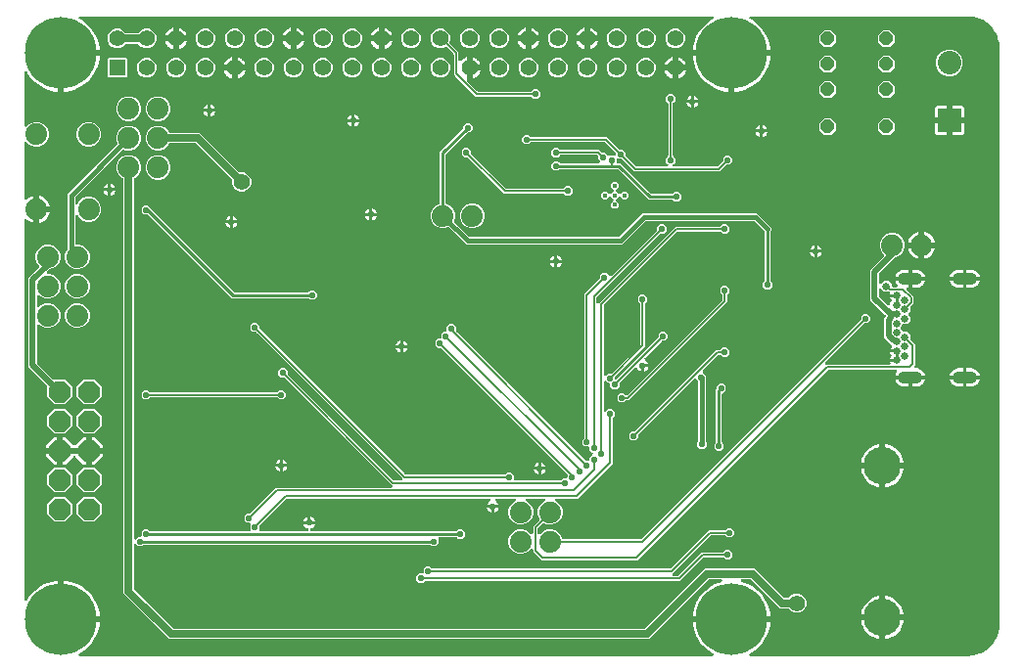
<source format=gbr>
G04 EAGLE Gerber RS-274X export*
G75*
%MOMM*%
%FSLAX34Y34*%
%LPD*%
%INBottom Copper*%
%IPPOS*%
%AMOC8*
5,1,8,0,0,1.08239X$1,22.5*%
G01*
%ADD10C,6.200000*%
%ADD11R,1.422400X1.422400*%
%ADD12C,1.422400*%
%ADD13P,2.034460X8X112.500000*%
%ADD14C,1.879600*%
%ADD15C,3.235963*%
%ADD16C,1.050000*%
%ADD17C,0.653200*%
%ADD18R,2.032000X2.032000*%
%ADD19C,2.032000*%
%ADD20P,1.288044X8X112.500000*%
%ADD21C,0.403200*%
%ADD22C,0.553200*%
%ADD23C,0.635000*%
%ADD24C,1.400000*%
%ADD25C,0.254000*%
%ADD26C,0.381000*%
%ADD27C,0.152400*%
%ADD28C,0.660400*%
%ADD29C,0.508000*%

G36*
X602653Y30482D02*
X602653Y30482D01*
X602660Y30481D01*
X602810Y30501D01*
X602961Y30521D01*
X602968Y30523D01*
X602975Y30524D01*
X603115Y30582D01*
X603257Y30638D01*
X603263Y30642D01*
X603270Y30645D01*
X603391Y30735D01*
X603514Y30824D01*
X603519Y30830D01*
X603525Y30835D01*
X603620Y30952D01*
X603717Y31069D01*
X603720Y31076D01*
X603725Y31082D01*
X603788Y31220D01*
X603853Y31357D01*
X603854Y31364D01*
X603857Y31371D01*
X603884Y31520D01*
X603912Y31669D01*
X603912Y31677D01*
X603913Y31684D01*
X603902Y31836D01*
X603893Y31987D01*
X603890Y31994D01*
X603890Y32001D01*
X603841Y32146D01*
X603795Y32289D01*
X603791Y32296D01*
X603788Y32303D01*
X603705Y32430D01*
X603624Y32558D01*
X603619Y32563D01*
X603615Y32569D01*
X603504Y32671D01*
X603393Y32776D01*
X603386Y32780D01*
X603381Y32785D01*
X603244Y32869D01*
X601996Y33536D01*
X599256Y35367D01*
X596708Y37458D01*
X594378Y39788D01*
X592287Y42336D01*
X590456Y45076D01*
X588903Y47982D01*
X587642Y51027D01*
X586685Y54180D01*
X586042Y57413D01*
X585807Y59801D01*
X617990Y59801D01*
X618108Y59816D01*
X618227Y59823D01*
X618265Y59836D01*
X618305Y59841D01*
X618416Y59884D01*
X618529Y59921D01*
X618563Y59943D01*
X618601Y59958D01*
X618697Y60028D01*
X618798Y60091D01*
X618826Y60121D01*
X618858Y60144D01*
X618934Y60236D01*
X619016Y60323D01*
X619035Y60358D01*
X619061Y60389D01*
X619112Y60497D01*
X619169Y60601D01*
X619180Y60641D01*
X619197Y60677D01*
X619219Y60794D01*
X619249Y60909D01*
X619253Y60970D01*
X619257Y60990D01*
X619255Y61010D01*
X619259Y61070D01*
X619259Y63610D01*
X619244Y63728D01*
X619237Y63847D01*
X619224Y63885D01*
X619219Y63925D01*
X619175Y64036D01*
X619139Y64149D01*
X619117Y64184D01*
X619102Y64221D01*
X619032Y64317D01*
X618969Y64418D01*
X618939Y64446D01*
X618915Y64479D01*
X618824Y64554D01*
X618737Y64636D01*
X618702Y64656D01*
X618670Y64681D01*
X618563Y64732D01*
X618458Y64790D01*
X618419Y64800D01*
X618383Y64817D01*
X618266Y64839D01*
X618151Y64869D01*
X618090Y64873D01*
X618070Y64877D01*
X618050Y64875D01*
X617990Y64879D01*
X585807Y64879D01*
X586042Y67267D01*
X586685Y70500D01*
X587642Y73653D01*
X588903Y76698D01*
X590456Y79604D01*
X592287Y82344D01*
X594378Y84892D01*
X596708Y87222D01*
X599256Y89313D01*
X601996Y91144D01*
X604902Y92697D01*
X607947Y93958D01*
X610295Y94670D01*
X610415Y94724D01*
X610538Y94773D01*
X610560Y94789D01*
X610585Y94800D01*
X610689Y94882D01*
X610795Y94959D01*
X610813Y94981D01*
X610834Y94998D01*
X610914Y95103D01*
X610998Y95204D01*
X611010Y95229D01*
X611026Y95251D01*
X611077Y95373D01*
X611133Y95492D01*
X611139Y95519D01*
X611149Y95545D01*
X611168Y95675D01*
X611193Y95805D01*
X611191Y95832D01*
X611195Y95859D01*
X611182Y95991D01*
X611173Y96122D01*
X611165Y96148D01*
X611162Y96176D01*
X611116Y96299D01*
X611075Y96424D01*
X611061Y96448D01*
X611051Y96474D01*
X610976Y96582D01*
X610905Y96693D01*
X610885Y96712D01*
X610869Y96735D01*
X610769Y96821D01*
X610674Y96911D01*
X610649Y96924D01*
X610629Y96942D01*
X610510Y97001D01*
X610395Y97065D01*
X610368Y97071D01*
X610344Y97084D01*
X610215Y97111D01*
X610087Y97144D01*
X610048Y97147D01*
X610033Y97150D01*
X610011Y97149D01*
X609926Y97154D01*
X600537Y97154D01*
X600439Y97142D01*
X600340Y97139D01*
X600282Y97122D01*
X600222Y97114D01*
X600130Y97078D01*
X600035Y97050D01*
X599982Y97020D01*
X599926Y96997D01*
X599846Y96939D01*
X599761Y96889D01*
X599685Y96823D01*
X599669Y96811D01*
X599661Y96801D01*
X599640Y96783D01*
X547941Y45084D01*
X132779Y45084D01*
X93344Y84519D01*
X93344Y442836D01*
X93341Y442865D01*
X93343Y442894D01*
X93321Y443022D01*
X93304Y443151D01*
X93294Y443179D01*
X93289Y443208D01*
X93235Y443326D01*
X93187Y443447D01*
X93170Y443471D01*
X93158Y443498D01*
X93077Y443599D01*
X93001Y443704D01*
X92978Y443723D01*
X92959Y443746D01*
X92856Y443824D01*
X92756Y443907D01*
X92729Y443920D01*
X92705Y443937D01*
X92561Y444008D01*
X91747Y444345D01*
X88745Y447347D01*
X87121Y451268D01*
X87121Y455512D01*
X88745Y459433D01*
X91747Y462435D01*
X95668Y464059D01*
X99912Y464059D01*
X103833Y462435D01*
X106835Y459433D01*
X108459Y455512D01*
X108459Y451268D01*
X106835Y447347D01*
X103833Y444345D01*
X103019Y444008D01*
X102994Y443994D01*
X102966Y443985D01*
X102856Y443915D01*
X102743Y443851D01*
X102722Y443830D01*
X102697Y443814D01*
X102608Y443720D01*
X102515Y443629D01*
X102499Y443604D01*
X102479Y443583D01*
X102416Y443469D01*
X102348Y443358D01*
X102340Y443330D01*
X102325Y443304D01*
X102293Y443179D01*
X102255Y443054D01*
X102253Y443025D01*
X102246Y442996D01*
X102236Y442836D01*
X102236Y132599D01*
X102253Y132461D01*
X102266Y132322D01*
X102273Y132303D01*
X102276Y132283D01*
X102327Y132154D01*
X102374Y132023D01*
X102385Y132006D01*
X102393Y131988D01*
X102474Y131875D01*
X102552Y131760D01*
X102568Y131747D01*
X102579Y131730D01*
X102687Y131641D01*
X102791Y131550D01*
X102809Y131540D01*
X102824Y131527D01*
X102950Y131468D01*
X103074Y131405D01*
X103094Y131400D01*
X103112Y131392D01*
X103248Y131366D01*
X103384Y131335D01*
X103405Y131336D01*
X103424Y131332D01*
X103563Y131341D01*
X103702Y131345D01*
X103722Y131351D01*
X103742Y131352D01*
X103874Y131395D01*
X104008Y131433D01*
X104025Y131444D01*
X104044Y131450D01*
X104162Y131524D01*
X104282Y131595D01*
X104303Y131613D01*
X104313Y131620D01*
X104327Y131635D01*
X104402Y131701D01*
X106278Y133577D01*
X107724Y133577D01*
X107842Y133592D01*
X107961Y133599D01*
X107999Y133612D01*
X108040Y133617D01*
X108150Y133660D01*
X108263Y133697D01*
X108298Y133719D01*
X108335Y133734D01*
X108431Y133803D01*
X108532Y133867D01*
X108560Y133897D01*
X108593Y133920D01*
X108669Y134012D01*
X108750Y134099D01*
X108770Y134134D01*
X108795Y134165D01*
X108846Y134273D01*
X108904Y134377D01*
X108914Y134417D01*
X108931Y134453D01*
X108953Y134570D01*
X108983Y134685D01*
X108987Y134745D01*
X108991Y134765D01*
X108989Y134786D01*
X108993Y134846D01*
X108993Y137562D01*
X111358Y139927D01*
X114702Y139927D01*
X115826Y138802D01*
X115905Y138742D01*
X115977Y138674D01*
X116030Y138645D01*
X116078Y138608D01*
X116169Y138568D01*
X116255Y138520D01*
X116314Y138505D01*
X116369Y138481D01*
X116467Y138466D01*
X116563Y138441D01*
X116663Y138435D01*
X116684Y138431D01*
X116696Y138433D01*
X116724Y138431D01*
X202046Y138431D01*
X202184Y138448D01*
X202323Y138461D01*
X202342Y138468D01*
X202362Y138471D01*
X202491Y138522D01*
X202622Y138569D01*
X202639Y138580D01*
X202657Y138588D01*
X202770Y138669D01*
X202885Y138747D01*
X202898Y138763D01*
X202915Y138774D01*
X203004Y138882D01*
X203096Y138986D01*
X203105Y139004D01*
X203118Y139019D01*
X203177Y139145D01*
X203240Y139269D01*
X203245Y139289D01*
X203253Y139307D01*
X203279Y139443D01*
X203310Y139579D01*
X203309Y139600D01*
X203313Y139619D01*
X203304Y139758D01*
X203300Y139897D01*
X203294Y139917D01*
X203293Y139937D01*
X203250Y140069D01*
X203212Y140203D01*
X203201Y140220D01*
X203195Y140239D01*
X203121Y140357D01*
X203050Y140477D01*
X203032Y140498D01*
X203025Y140508D01*
X203010Y140522D01*
X202973Y140564D01*
X202973Y144047D01*
X203027Y144161D01*
X203031Y144181D01*
X203039Y144199D01*
X203061Y144337D01*
X203087Y144474D01*
X203086Y144494D01*
X203089Y144514D01*
X203076Y144652D01*
X203067Y144791D01*
X203061Y144810D01*
X203059Y144830D01*
X203012Y144961D01*
X202969Y145093D01*
X202958Y145111D01*
X202952Y145129D01*
X202874Y145244D01*
X202799Y145362D01*
X202784Y145376D01*
X202773Y145393D01*
X202669Y145485D01*
X202567Y145580D01*
X202550Y145590D01*
X202535Y145603D01*
X202411Y145666D01*
X202289Y145734D01*
X202269Y145739D01*
X202251Y145748D01*
X202115Y145778D01*
X201981Y145813D01*
X201953Y145815D01*
X201941Y145818D01*
X201920Y145817D01*
X201820Y145823D01*
X200258Y145823D01*
X197893Y148188D01*
X197893Y151532D01*
X200258Y153897D01*
X202566Y153897D01*
X202664Y153909D01*
X202763Y153912D01*
X202822Y153929D01*
X202882Y153937D01*
X202974Y153973D01*
X203069Y154001D01*
X203121Y154031D01*
X203177Y154054D01*
X203258Y154112D01*
X203343Y154162D01*
X203418Y154228D01*
X203435Y154240D01*
X203443Y154250D01*
X203464Y154268D01*
X225218Y176023D01*
X324768Y176023D01*
X324906Y176040D01*
X325045Y176053D01*
X325064Y176060D01*
X325084Y176063D01*
X325213Y176114D01*
X325344Y176161D01*
X325361Y176172D01*
X325380Y176180D01*
X325492Y176261D01*
X325607Y176339D01*
X325620Y176355D01*
X325637Y176366D01*
X325726Y176474D01*
X325818Y176578D01*
X325827Y176596D01*
X325840Y176611D01*
X325899Y176737D01*
X325962Y176861D01*
X325967Y176881D01*
X325975Y176899D01*
X326001Y177036D01*
X326032Y177171D01*
X326031Y177192D01*
X326035Y177211D01*
X326026Y177350D01*
X326022Y177489D01*
X326017Y177509D01*
X326015Y177529D01*
X325973Y177661D01*
X325934Y177795D01*
X325923Y177812D01*
X325917Y177831D01*
X325843Y177949D01*
X325772Y178069D01*
X325754Y178090D01*
X325747Y178100D01*
X325732Y178114D01*
X325666Y178189D01*
X323986Y179870D01*
X232674Y271182D01*
X232595Y271242D01*
X232523Y271310D01*
X232470Y271339D01*
X232422Y271376D01*
X232332Y271416D01*
X232245Y271464D01*
X232186Y271479D01*
X232131Y271503D01*
X232033Y271518D01*
X231937Y271543D01*
X231837Y271549D01*
X231817Y271553D01*
X231804Y271551D01*
X231776Y271553D01*
X229468Y271553D01*
X227103Y273918D01*
X227103Y277262D01*
X229468Y279627D01*
X232812Y279627D01*
X235177Y277262D01*
X235177Y274954D01*
X235189Y274856D01*
X235192Y274757D01*
X235209Y274698D01*
X235217Y274638D01*
X235253Y274546D01*
X235281Y274451D01*
X235311Y274399D01*
X235334Y274343D01*
X235392Y274262D01*
X235442Y274177D01*
X235508Y274102D01*
X235520Y274085D01*
X235530Y274077D01*
X235548Y274056D01*
X326860Y182744D01*
X326939Y182684D01*
X327011Y182616D01*
X327064Y182587D01*
X327112Y182550D01*
X327202Y182510D01*
X327289Y182462D01*
X327348Y182447D01*
X327403Y182423D01*
X327501Y182408D01*
X327597Y182383D01*
X327697Y182377D01*
X327717Y182373D01*
X327730Y182375D01*
X327758Y182373D01*
X333658Y182373D01*
X333796Y182390D01*
X333935Y182403D01*
X333954Y182410D01*
X333974Y182413D01*
X334103Y182464D01*
X334234Y182511D01*
X334251Y182522D01*
X334270Y182530D01*
X334382Y182611D01*
X334497Y182689D01*
X334511Y182705D01*
X334527Y182716D01*
X334615Y182823D01*
X334708Y182928D01*
X334717Y182946D01*
X334730Y182961D01*
X334789Y183087D01*
X334852Y183211D01*
X334857Y183231D01*
X334865Y183249D01*
X334891Y183385D01*
X334922Y183521D01*
X334921Y183542D01*
X334925Y183561D01*
X334916Y183700D01*
X334912Y183839D01*
X334907Y183859D01*
X334905Y183879D01*
X334862Y184011D01*
X334824Y184145D01*
X334813Y184162D01*
X334807Y184181D01*
X334733Y184299D01*
X334662Y184419D01*
X334644Y184440D01*
X334637Y184450D01*
X334622Y184464D01*
X334556Y184540D01*
X334146Y184950D01*
X208544Y310552D01*
X208466Y310612D01*
X208393Y310680D01*
X208340Y310709D01*
X208293Y310746D01*
X208202Y310786D01*
X208115Y310834D01*
X208056Y310849D01*
X208001Y310873D01*
X207903Y310888D01*
X207807Y310913D01*
X207707Y310919D01*
X207687Y310923D01*
X207674Y310921D01*
X207646Y310923D01*
X205338Y310923D01*
X202973Y313288D01*
X202973Y316632D01*
X205338Y318997D01*
X208682Y318997D01*
X211047Y316632D01*
X211047Y314324D01*
X211059Y314226D01*
X211062Y314126D01*
X211079Y314068D01*
X211087Y314008D01*
X211123Y313916D01*
X211151Y313821D01*
X211181Y313769D01*
X211204Y313712D01*
X211262Y313632D01*
X211312Y313547D01*
X211378Y313472D01*
X211390Y313455D01*
X211400Y313447D01*
X211418Y313426D01*
X337020Y187824D01*
X337098Y187764D01*
X337171Y187696D01*
X337224Y187667D01*
X337271Y187630D01*
X337362Y187590D01*
X337449Y187542D01*
X337508Y187527D01*
X337563Y187503D01*
X337661Y187488D01*
X337757Y187463D01*
X337857Y187457D01*
X337877Y187453D01*
X337890Y187455D01*
X337918Y187453D01*
X422518Y187453D01*
X422616Y187465D01*
X422715Y187468D01*
X422774Y187485D01*
X422834Y187493D01*
X422926Y187529D01*
X423021Y187557D01*
X423073Y187587D01*
X423129Y187610D01*
X423209Y187668D01*
X423295Y187718D01*
X423370Y187784D01*
X423387Y187796D01*
X423395Y187806D01*
X423416Y187824D01*
X425048Y189457D01*
X428392Y189457D01*
X430757Y187092D01*
X430757Y183642D01*
X430772Y183524D01*
X430779Y183405D01*
X430792Y183367D01*
X430797Y183326D01*
X430840Y183216D01*
X430877Y183103D01*
X430899Y183068D01*
X430914Y183031D01*
X430983Y182935D01*
X431047Y182834D01*
X431077Y182806D01*
X431100Y182773D01*
X431192Y182697D01*
X431279Y182616D01*
X431314Y182596D01*
X431345Y182571D01*
X431453Y182520D01*
X431557Y182462D01*
X431597Y182452D01*
X431633Y182435D01*
X431750Y182413D01*
X431865Y182383D01*
X431925Y182379D01*
X431945Y182375D01*
X431966Y182377D01*
X432026Y182373D01*
X470778Y182373D01*
X470876Y182385D01*
X470975Y182388D01*
X471034Y182405D01*
X471094Y182413D01*
X471186Y182449D01*
X471281Y182477D01*
X471333Y182507D01*
X471389Y182530D01*
X471469Y182588D01*
X471555Y182638D01*
X471630Y182704D01*
X471647Y182716D01*
X471655Y182726D01*
X471676Y182744D01*
X473308Y184377D01*
X476024Y184377D01*
X476142Y184392D01*
X476261Y184399D01*
X476299Y184412D01*
X476340Y184417D01*
X476450Y184460D01*
X476563Y184497D01*
X476598Y184519D01*
X476635Y184534D01*
X476731Y184603D01*
X476832Y184667D01*
X476860Y184697D01*
X476893Y184720D01*
X476969Y184812D01*
X477050Y184899D01*
X477070Y184934D01*
X477095Y184965D01*
X477146Y185073D01*
X477204Y185177D01*
X477214Y185217D01*
X477231Y185253D01*
X477253Y185370D01*
X477283Y185485D01*
X477287Y185545D01*
X477291Y185565D01*
X477289Y185586D01*
X477293Y185646D01*
X477293Y187326D01*
X477281Y187424D01*
X477278Y187524D01*
X477261Y187582D01*
X477253Y187642D01*
X477217Y187734D01*
X477189Y187829D01*
X477159Y187881D01*
X477136Y187938D01*
X477078Y188018D01*
X477028Y188103D01*
X476962Y188178D01*
X476950Y188195D01*
X476940Y188203D01*
X476922Y188224D01*
X368564Y296582D01*
X368485Y296642D01*
X368413Y296710D01*
X368360Y296739D01*
X368312Y296776D01*
X368222Y296816D01*
X368135Y296864D01*
X368076Y296879D01*
X368021Y296903D01*
X367923Y296918D01*
X367827Y296943D01*
X367727Y296949D01*
X367707Y296953D01*
X367694Y296951D01*
X367666Y296953D01*
X365358Y296953D01*
X362993Y299318D01*
X362993Y302662D01*
X365358Y305027D01*
X366804Y305027D01*
X366922Y305042D01*
X367041Y305049D01*
X367079Y305062D01*
X367120Y305067D01*
X367230Y305110D01*
X367343Y305147D01*
X367378Y305169D01*
X367415Y305184D01*
X367511Y305253D01*
X367612Y305317D01*
X367640Y305347D01*
X367673Y305370D01*
X367749Y305462D01*
X367830Y305549D01*
X367850Y305584D01*
X367875Y305615D01*
X367926Y305723D01*
X367984Y305827D01*
X367994Y305867D01*
X368011Y305903D01*
X368033Y306020D01*
X368063Y306135D01*
X368067Y306195D01*
X368071Y306215D01*
X368069Y306236D01*
X368073Y306296D01*
X368073Y309012D01*
X370438Y311377D01*
X371602Y311377D01*
X371720Y311392D01*
X371839Y311399D01*
X371877Y311412D01*
X371918Y311417D01*
X372028Y311460D01*
X372141Y311497D01*
X372176Y311519D01*
X372213Y311534D01*
X372309Y311603D01*
X372410Y311667D01*
X372438Y311697D01*
X372471Y311720D01*
X372547Y311812D01*
X372628Y311899D01*
X372648Y311934D01*
X372673Y311965D01*
X372724Y312073D01*
X372782Y312177D01*
X372792Y312217D01*
X372809Y312253D01*
X372831Y312370D01*
X372861Y312485D01*
X372865Y312545D01*
X372869Y312565D01*
X372867Y312586D01*
X372871Y312646D01*
X372871Y315362D01*
X375236Y317727D01*
X378580Y317727D01*
X380945Y315362D01*
X380945Y312066D01*
X380957Y311968D01*
X380960Y311869D01*
X380977Y311810D01*
X380985Y311750D01*
X381021Y311658D01*
X381049Y311563D01*
X381079Y311511D01*
X381102Y311455D01*
X381160Y311374D01*
X381210Y311289D01*
X381276Y311214D01*
X381288Y311197D01*
X381298Y311189D01*
X381316Y311168D01*
X492496Y199988D01*
X492575Y199928D01*
X492647Y199860D01*
X492700Y199831D01*
X492748Y199794D01*
X492838Y199754D01*
X492925Y199706D01*
X492984Y199691D01*
X493039Y199667D01*
X493137Y199652D01*
X493233Y199627D01*
X493333Y199621D01*
X493353Y199617D01*
X493366Y199619D01*
X493394Y199617D01*
X495074Y199617D01*
X495192Y199632D01*
X495311Y199639D01*
X495349Y199652D01*
X495390Y199657D01*
X495500Y199700D01*
X495613Y199737D01*
X495648Y199759D01*
X495685Y199774D01*
X495781Y199843D01*
X495882Y199907D01*
X495910Y199937D01*
X495943Y199960D01*
X496019Y200052D01*
X496100Y200139D01*
X496120Y200174D01*
X496145Y200205D01*
X496196Y200313D01*
X496254Y200417D01*
X496264Y200457D01*
X496281Y200493D01*
X496303Y200610D01*
X496333Y200725D01*
X496337Y200785D01*
X496341Y200805D01*
X496339Y200826D01*
X496343Y200886D01*
X496343Y202332D01*
X498854Y204843D01*
X498927Y204937D01*
X499005Y205026D01*
X499024Y205062D01*
X499049Y205094D01*
X499096Y205203D01*
X499150Y205309D01*
X499159Y205348D01*
X499175Y205386D01*
X499194Y205503D01*
X499220Y205619D01*
X499218Y205660D01*
X499225Y205700D01*
X499214Y205818D01*
X499210Y205937D01*
X499199Y205976D01*
X499195Y206016D01*
X499155Y206128D01*
X499122Y206243D01*
X499101Y206278D01*
X499087Y206316D01*
X499020Y206414D01*
X498960Y206517D01*
X498920Y206562D01*
X498909Y206579D01*
X498894Y206592D01*
X498854Y206638D01*
X496343Y209148D01*
X496343Y210594D01*
X496328Y210712D01*
X496321Y210831D01*
X496308Y210869D01*
X496303Y210910D01*
X496260Y211020D01*
X496223Y211133D01*
X496201Y211168D01*
X496186Y211205D01*
X496117Y211301D01*
X496053Y211402D01*
X496023Y211430D01*
X496000Y211463D01*
X495908Y211539D01*
X495821Y211620D01*
X495786Y211640D01*
X495755Y211665D01*
X495647Y211716D01*
X495543Y211774D01*
X495503Y211784D01*
X495467Y211801D01*
X495350Y211823D01*
X495235Y211853D01*
X495175Y211857D01*
X495155Y211861D01*
X495134Y211859D01*
X495074Y211863D01*
X492358Y211863D01*
X489993Y214228D01*
X489993Y217572D01*
X491626Y219204D01*
X491686Y219283D01*
X491754Y219355D01*
X491783Y219408D01*
X491820Y219456D01*
X491860Y219547D01*
X491908Y219633D01*
X491923Y219692D01*
X491947Y219747D01*
X491962Y219845D01*
X491987Y219941D01*
X491993Y220041D01*
X491997Y220062D01*
X491995Y220074D01*
X491997Y220102D01*
X491997Y343742D01*
X504862Y356606D01*
X504922Y356685D01*
X504990Y356757D01*
X505019Y356810D01*
X505056Y356858D01*
X505096Y356948D01*
X505144Y357035D01*
X505159Y357094D01*
X505183Y357149D01*
X505198Y357247D01*
X505223Y357343D01*
X505229Y357443D01*
X505233Y357463D01*
X505231Y357476D01*
X505233Y357504D01*
X505233Y359812D01*
X507598Y362177D01*
X510942Y362177D01*
X513600Y359519D01*
X513694Y359446D01*
X513783Y359367D01*
X513819Y359349D01*
X513851Y359324D01*
X513960Y359277D01*
X514066Y359223D01*
X514106Y359214D01*
X514143Y359198D01*
X514260Y359179D01*
X514376Y359153D01*
X514417Y359154D01*
X514457Y359148D01*
X514575Y359159D01*
X514694Y359163D01*
X514733Y359174D01*
X514773Y359178D01*
X514886Y359218D01*
X515000Y359251D01*
X515035Y359272D01*
X515073Y359286D01*
X515171Y359352D01*
X515274Y359413D01*
X515319Y359453D01*
X515336Y359464D01*
X515349Y359479D01*
X515395Y359519D01*
X554392Y398516D01*
X554452Y398595D01*
X554520Y398667D01*
X554549Y398720D01*
X554586Y398768D01*
X554626Y398858D01*
X554674Y398945D01*
X554689Y399004D01*
X554713Y399059D01*
X554728Y399157D01*
X554753Y399253D01*
X554759Y399353D01*
X554763Y399373D01*
X554761Y399386D01*
X554763Y399414D01*
X554763Y401722D01*
X557128Y404087D01*
X560472Y404087D01*
X562837Y401722D01*
X562837Y398378D01*
X560472Y396013D01*
X558164Y396013D01*
X558066Y396001D01*
X557967Y395998D01*
X557908Y395981D01*
X557848Y395973D01*
X557756Y395937D01*
X557661Y395909D01*
X557609Y395879D01*
X557553Y395856D01*
X557472Y395798D01*
X557387Y395748D01*
X557312Y395682D01*
X557295Y395670D01*
X557287Y395660D01*
X557266Y395642D01*
X502784Y341160D01*
X502724Y341081D01*
X502656Y341009D01*
X502627Y340956D01*
X502590Y340908D01*
X502550Y340818D01*
X502502Y340731D01*
X502487Y340672D01*
X502463Y340617D01*
X502448Y340519D01*
X502423Y340423D01*
X502417Y340323D01*
X502413Y340303D01*
X502415Y340290D01*
X502413Y340262D01*
X502413Y336902D01*
X502430Y336764D01*
X502443Y336625D01*
X502450Y336606D01*
X502453Y336586D01*
X502504Y336457D01*
X502551Y336326D01*
X502562Y336309D01*
X502570Y336290D01*
X502651Y336178D01*
X502729Y336063D01*
X502745Y336049D01*
X502756Y336033D01*
X502864Y335944D01*
X502968Y335852D01*
X502986Y335843D01*
X503001Y335830D01*
X503127Y335771D01*
X503251Y335708D01*
X503271Y335703D01*
X503289Y335695D01*
X503425Y335669D01*
X503561Y335638D01*
X503582Y335639D01*
X503601Y335635D01*
X503740Y335644D01*
X503879Y335648D01*
X503899Y335653D01*
X503919Y335655D01*
X504051Y335698D01*
X504185Y335736D01*
X504202Y335747D01*
X504221Y335753D01*
X504339Y335827D01*
X504459Y335898D01*
X504480Y335916D01*
X504490Y335923D01*
X504504Y335938D01*
X504579Y336004D01*
X570658Y402083D01*
X609208Y402083D01*
X609306Y402095D01*
X609405Y402098D01*
X609464Y402115D01*
X609524Y402123D01*
X609616Y402159D01*
X609711Y402187D01*
X609763Y402217D01*
X609819Y402240D01*
X609899Y402298D01*
X609985Y402348D01*
X610060Y402414D01*
X610077Y402426D01*
X610085Y402436D01*
X610106Y402454D01*
X611738Y404087D01*
X615082Y404087D01*
X617447Y401722D01*
X617447Y398378D01*
X615082Y396013D01*
X611738Y396013D01*
X610106Y397646D01*
X610027Y397706D01*
X609955Y397774D01*
X609902Y397803D01*
X609854Y397840D01*
X609763Y397880D01*
X609677Y397928D01*
X609618Y397943D01*
X609563Y397967D01*
X609465Y397982D01*
X609369Y398007D01*
X609269Y398013D01*
X609248Y398017D01*
X609236Y398015D01*
X609208Y398017D01*
X572868Y398017D01*
X572770Y398005D01*
X572671Y398002D01*
X572612Y397985D01*
X572552Y397977D01*
X572460Y397941D01*
X572365Y397913D01*
X572313Y397883D01*
X572257Y397860D01*
X572176Y397802D01*
X572091Y397752D01*
X572016Y397686D01*
X571999Y397674D01*
X571991Y397664D01*
X571970Y397646D01*
X509134Y334810D01*
X509074Y334731D01*
X509006Y334659D01*
X508977Y334606D01*
X508940Y334558D01*
X508900Y334468D01*
X508852Y334381D01*
X508837Y334322D01*
X508813Y334267D01*
X508798Y334169D01*
X508773Y334073D01*
X508767Y333973D01*
X508763Y333953D01*
X508765Y333940D01*
X508763Y333912D01*
X508763Y274425D01*
X508780Y274288D01*
X508793Y274149D01*
X508800Y274130D01*
X508803Y274110D01*
X508854Y273981D01*
X508901Y273850D01*
X508912Y273833D01*
X508920Y273814D01*
X509001Y273702D01*
X509079Y273586D01*
X509095Y273573D01*
X509106Y273557D01*
X509214Y273468D01*
X509318Y273376D01*
X509336Y273367D01*
X509351Y273354D01*
X509477Y273295D01*
X509601Y273231D01*
X509621Y273227D01*
X509639Y273218D01*
X509776Y273192D01*
X509911Y273162D01*
X509932Y273162D01*
X509951Y273159D01*
X510090Y273167D01*
X510229Y273171D01*
X510249Y273177D01*
X510269Y273178D01*
X510401Y273221D01*
X510535Y273260D01*
X510552Y273270D01*
X510571Y273276D01*
X510689Y273351D01*
X510809Y273421D01*
X510830Y273440D01*
X510840Y273447D01*
X510854Y273462D01*
X510929Y273528D01*
X512313Y274911D01*
X514622Y274911D01*
X514720Y274924D01*
X514819Y274927D01*
X514877Y274944D01*
X514937Y274951D01*
X515029Y274988D01*
X515124Y275015D01*
X515176Y275046D01*
X515233Y275068D01*
X515313Y275126D01*
X515398Y275177D01*
X515474Y275243D01*
X515490Y275255D01*
X515498Y275265D01*
X515519Y275283D01*
X539886Y299650D01*
X539946Y299728D01*
X540014Y299800D01*
X540043Y299853D01*
X540080Y299901D01*
X540120Y299992D01*
X540168Y300079D01*
X540183Y300137D01*
X540207Y300193D01*
X540222Y300291D01*
X540247Y300387D01*
X540253Y300487D01*
X540257Y300507D01*
X540255Y300519D01*
X540257Y300547D01*
X540257Y334888D01*
X540245Y334986D01*
X540242Y335085D01*
X540225Y335144D01*
X540217Y335204D01*
X540181Y335296D01*
X540153Y335391D01*
X540123Y335443D01*
X540100Y335499D01*
X540042Y335579D01*
X539992Y335665D01*
X539926Y335740D01*
X539914Y335757D01*
X539904Y335765D01*
X539886Y335786D01*
X538253Y337418D01*
X538253Y340762D01*
X540618Y343127D01*
X543962Y343127D01*
X546327Y340762D01*
X546327Y337418D01*
X544694Y335786D01*
X544634Y335707D01*
X544566Y335635D01*
X544537Y335582D01*
X544500Y335534D01*
X544460Y335443D01*
X544412Y335357D01*
X544397Y335298D01*
X544373Y335243D01*
X544358Y335145D01*
X544333Y335049D01*
X544327Y334949D01*
X544323Y334928D01*
X544325Y334916D01*
X544323Y334888D01*
X544323Y298338D01*
X518394Y272409D01*
X518333Y272330D01*
X518265Y272258D01*
X518236Y272205D01*
X518199Y272157D01*
X518159Y272066D01*
X518112Y271980D01*
X518097Y271921D01*
X518072Y271865D01*
X518057Y271767D01*
X518032Y271672D01*
X518026Y271572D01*
X518023Y271551D01*
X518024Y271539D01*
X518022Y271511D01*
X518022Y271231D01*
X518039Y271093D01*
X518052Y270955D01*
X518059Y270935D01*
X518062Y270915D01*
X518113Y270786D01*
X518160Y270655D01*
X518171Y270638D01*
X518179Y270620D01*
X518261Y270507D01*
X518339Y270392D01*
X518354Y270379D01*
X518366Y270362D01*
X518473Y270274D01*
X518577Y270182D01*
X518595Y270172D01*
X518611Y270160D01*
X518736Y270100D01*
X518860Y270037D01*
X518880Y270033D01*
X518898Y270024D01*
X519035Y269998D01*
X519171Y269967D01*
X519191Y269968D01*
X519211Y269964D01*
X519349Y269973D01*
X519488Y269977D01*
X519508Y269983D01*
X519528Y269984D01*
X519660Y270027D01*
X519794Y270065D01*
X519811Y270076D01*
X519831Y270082D01*
X519948Y270156D01*
X520068Y270227D01*
X520089Y270246D01*
X520099Y270252D01*
X520113Y270267D01*
X520189Y270333D01*
X555662Y305806D01*
X555722Y305885D01*
X555790Y305957D01*
X555819Y306010D01*
X555856Y306058D01*
X555896Y306148D01*
X555944Y306235D01*
X555959Y306294D01*
X555983Y306349D01*
X555998Y306447D01*
X556023Y306543D01*
X556029Y306643D01*
X556033Y306663D01*
X556031Y306676D01*
X556033Y306704D01*
X556033Y309012D01*
X558398Y311377D01*
X561742Y311377D01*
X564107Y309012D01*
X564107Y305668D01*
X561742Y303303D01*
X559434Y303303D01*
X559336Y303291D01*
X559237Y303288D01*
X559178Y303271D01*
X559118Y303263D01*
X559026Y303227D01*
X558931Y303199D01*
X558879Y303169D01*
X558823Y303146D01*
X558742Y303088D01*
X558657Y303038D01*
X558582Y302972D01*
X558565Y302960D01*
X558557Y302950D01*
X558536Y302932D01*
X544339Y288735D01*
X544309Y288695D01*
X544272Y288662D01*
X544212Y288570D01*
X544144Y288483D01*
X544125Y288438D01*
X544097Y288396D01*
X544062Y288292D01*
X544018Y288192D01*
X544010Y288142D01*
X543994Y288095D01*
X543985Y287986D01*
X543968Y287877D01*
X543973Y287828D01*
X543969Y287778D01*
X543988Y287671D01*
X543998Y287561D01*
X544015Y287514D01*
X544023Y287465D01*
X544068Y287365D01*
X544106Y287262D01*
X544134Y287220D01*
X544154Y287175D01*
X544223Y287089D01*
X544284Y286998D01*
X544321Y286966D01*
X544353Y286927D01*
X544440Y286861D01*
X544523Y286788D01*
X544567Y286765D01*
X544607Y286735D01*
X544751Y286665D01*
X544804Y286643D01*
X545673Y286062D01*
X546412Y285323D01*
X546993Y284454D01*
X547393Y283488D01*
X547448Y283209D01*
X542290Y283209D01*
X542172Y283194D01*
X542053Y283187D01*
X542015Y283175D01*
X541975Y283170D01*
X541864Y283126D01*
X541751Y283089D01*
X541717Y283067D01*
X541679Y283053D01*
X541583Y282983D01*
X541482Y282919D01*
X541482Y282918D01*
X541454Y282889D01*
X541422Y282866D01*
X541422Y282865D01*
X541421Y282865D01*
X541345Y282773D01*
X541264Y282687D01*
X541244Y282651D01*
X541218Y282620D01*
X541168Y282513D01*
X541110Y282408D01*
X541100Y282369D01*
X541083Y282333D01*
X541061Y282216D01*
X541031Y282100D01*
X541027Y282040D01*
X541023Y282020D01*
X541024Y282000D01*
X541021Y281940D01*
X541021Y276782D01*
X540742Y276837D01*
X539776Y277237D01*
X538907Y277818D01*
X538168Y278557D01*
X537587Y279426D01*
X537565Y279479D01*
X537541Y279522D01*
X537524Y279569D01*
X537462Y279660D01*
X537408Y279755D01*
X537373Y279791D01*
X537345Y279832D01*
X537263Y279905D01*
X537187Y279984D01*
X537144Y280010D01*
X537107Y280042D01*
X537009Y280092D01*
X536916Y280150D01*
X536868Y280164D01*
X536824Y280187D01*
X536717Y280211D01*
X536612Y280243D01*
X536562Y280246D01*
X536513Y280257D01*
X536404Y280253D01*
X536294Y280259D01*
X536245Y280248D01*
X536196Y280247D01*
X536090Y280216D01*
X535983Y280194D01*
X535938Y280172D01*
X535890Y280159D01*
X535796Y280103D01*
X535697Y280055D01*
X535659Y280022D01*
X535616Y279997D01*
X535495Y279891D01*
X522568Y266964D01*
X522508Y266885D01*
X522440Y266813D01*
X522411Y266760D01*
X522374Y266712D01*
X522334Y266622D01*
X522286Y266535D01*
X522271Y266476D01*
X522247Y266421D01*
X522232Y266323D01*
X522207Y266227D01*
X522201Y266127D01*
X522197Y266107D01*
X522199Y266094D01*
X522197Y266066D01*
X522197Y263758D01*
X519832Y261393D01*
X516488Y261393D01*
X514123Y263758D01*
X514123Y265569D01*
X514108Y265687D01*
X514101Y265806D01*
X514088Y265844D01*
X514083Y265884D01*
X514040Y265995D01*
X514003Y266108D01*
X513981Y266142D01*
X513966Y266180D01*
X513897Y266276D01*
X513833Y266377D01*
X513803Y266405D01*
X513780Y266437D01*
X513688Y266513D01*
X513601Y266595D01*
X513566Y266614D01*
X513535Y266640D01*
X513427Y266691D01*
X513323Y266748D01*
X513283Y266758D01*
X513247Y266776D01*
X513130Y266798D01*
X513015Y266828D01*
X512955Y266832D01*
X512935Y266835D01*
X512914Y266834D01*
X512854Y266838D01*
X512313Y266838D01*
X510929Y268222D01*
X510820Y268307D01*
X510713Y268396D01*
X510694Y268404D01*
X510678Y268417D01*
X510550Y268472D01*
X510425Y268531D01*
X510405Y268535D01*
X510386Y268543D01*
X510248Y268565D01*
X510112Y268591D01*
X510092Y268590D01*
X510072Y268593D01*
X509933Y268580D01*
X509795Y268571D01*
X509776Y268565D01*
X509756Y268563D01*
X509624Y268516D01*
X509493Y268473D01*
X509475Y268462D01*
X509456Y268455D01*
X509341Y268377D01*
X509224Y268303D01*
X509210Y268288D01*
X509193Y268277D01*
X509101Y268173D01*
X509006Y268071D01*
X508996Y268054D01*
X508983Y268038D01*
X508919Y267914D01*
X508852Y267793D01*
X508847Y267773D01*
X508838Y267755D01*
X508808Y267619D01*
X508773Y267485D01*
X508771Y267457D01*
X508768Y267445D01*
X508769Y267424D01*
X508763Y267324D01*
X508763Y243216D01*
X508780Y243078D01*
X508793Y242939D01*
X508800Y242920D01*
X508803Y242900D01*
X508854Y242771D01*
X508901Y242640D01*
X508912Y242623D01*
X508920Y242605D01*
X509001Y242492D01*
X509079Y242377D01*
X509095Y242364D01*
X509106Y242347D01*
X509214Y242258D01*
X509318Y242167D01*
X509336Y242157D01*
X509351Y242144D01*
X509477Y242085D01*
X509601Y242022D01*
X509621Y242017D01*
X509639Y242009D01*
X509775Y241983D01*
X509911Y241952D01*
X509932Y241953D01*
X509951Y241949D01*
X510090Y241958D01*
X510229Y241962D01*
X510249Y241968D01*
X510269Y241969D01*
X510401Y242012D01*
X510535Y242050D01*
X510552Y242061D01*
X510571Y242067D01*
X510689Y242141D01*
X510809Y242212D01*
X510830Y242230D01*
X510840Y242237D01*
X510854Y242252D01*
X510929Y242318D01*
X512678Y244067D01*
X516022Y244067D01*
X518387Y241702D01*
X518387Y238358D01*
X516754Y236726D01*
X516694Y236647D01*
X516626Y236575D01*
X516597Y236522D01*
X516560Y236474D01*
X516520Y236383D01*
X516472Y236297D01*
X516457Y236238D01*
X516433Y236183D01*
X516418Y236085D01*
X516393Y235989D01*
X516387Y235889D01*
X516383Y235868D01*
X516385Y235856D01*
X516383Y235828D01*
X516383Y197278D01*
X485982Y166877D01*
X467721Y166877D01*
X467651Y166869D01*
X467582Y166870D01*
X467494Y166849D01*
X467405Y166837D01*
X467340Y166812D01*
X467272Y166795D01*
X467193Y166753D01*
X467109Y166720D01*
X467053Y166679D01*
X466991Y166647D01*
X466925Y166586D01*
X466852Y166534D01*
X466807Y166480D01*
X466756Y166433D01*
X466707Y166358D01*
X466649Y166289D01*
X466619Y166225D01*
X466581Y166167D01*
X466552Y166082D01*
X466514Y166001D01*
X466501Y165932D01*
X466478Y165866D01*
X466471Y165777D01*
X466454Y165689D01*
X466458Y165619D01*
X466453Y165549D01*
X466468Y165461D01*
X466474Y165371D01*
X466495Y165305D01*
X466507Y165236D01*
X466544Y165154D01*
X466572Y165069D01*
X466609Y165010D01*
X466638Y164946D01*
X466694Y164876D01*
X466742Y164800D01*
X466793Y164752D01*
X466836Y164698D01*
X466908Y164643D01*
X466973Y164582D01*
X467035Y164548D01*
X467090Y164506D01*
X467235Y164435D01*
X468323Y163985D01*
X471325Y160983D01*
X472949Y157062D01*
X472949Y152818D01*
X471325Y148897D01*
X468323Y145895D01*
X464402Y144271D01*
X460158Y144271D01*
X456931Y145608D01*
X456902Y145616D01*
X456876Y145629D01*
X456749Y145658D01*
X456624Y145692D01*
X456595Y145692D01*
X456566Y145699D01*
X456436Y145695D01*
X456306Y145697D01*
X456277Y145690D01*
X456248Y145689D01*
X456123Y145653D01*
X455997Y145623D01*
X455971Y145609D01*
X455942Y145601D01*
X455831Y145535D01*
X455716Y145474D01*
X455694Y145454D01*
X455668Y145439D01*
X455548Y145333D01*
X451984Y141770D01*
X451924Y141691D01*
X451856Y141619D01*
X451827Y141566D01*
X451790Y141518D01*
X451750Y141428D01*
X451702Y141341D01*
X451687Y141282D01*
X451663Y141227D01*
X451648Y141129D01*
X451623Y141033D01*
X451617Y140933D01*
X451613Y140913D01*
X451615Y140900D01*
X451613Y140872D01*
X451613Y137025D01*
X451630Y136887D01*
X451643Y136748D01*
X451650Y136729D01*
X451653Y136709D01*
X451704Y136580D01*
X451751Y136449D01*
X451762Y136432D01*
X451770Y136414D01*
X451851Y136301D01*
X451929Y136186D01*
X451945Y136173D01*
X451956Y136156D01*
X452064Y136067D01*
X452168Y135976D01*
X452186Y135966D01*
X452201Y135953D01*
X452327Y135894D01*
X452451Y135831D01*
X452471Y135827D01*
X452489Y135818D01*
X452625Y135792D01*
X452761Y135761D01*
X452782Y135762D01*
X452801Y135758D01*
X452940Y135767D01*
X453079Y135771D01*
X453099Y135777D01*
X453119Y135778D01*
X453251Y135821D01*
X453385Y135859D01*
X453402Y135870D01*
X453421Y135876D01*
X453539Y135951D01*
X453659Y136021D01*
X453680Y136039D01*
X453690Y136046D01*
X453704Y136061D01*
X453779Y136127D01*
X456237Y138585D01*
X460158Y140209D01*
X464402Y140209D01*
X468323Y138585D01*
X471325Y135583D01*
X472661Y132356D01*
X472676Y132331D01*
X472685Y132303D01*
X472754Y132193D01*
X472819Y132080D01*
X472839Y132059D01*
X472855Y132034D01*
X472950Y131945D01*
X473040Y131852D01*
X473065Y131836D01*
X473087Y131816D01*
X473200Y131753D01*
X473311Y131685D01*
X473339Y131677D01*
X473365Y131662D01*
X473491Y131630D01*
X473615Y131592D01*
X473645Y131590D01*
X473673Y131583D01*
X473834Y131573D01*
X540922Y131573D01*
X541020Y131585D01*
X541119Y131588D01*
X541178Y131605D01*
X541238Y131613D01*
X541330Y131649D01*
X541425Y131677D01*
X541477Y131707D01*
X541533Y131730D01*
X541614Y131788D01*
X541699Y131838D01*
X541774Y131904D01*
X541791Y131916D01*
X541799Y131926D01*
X541820Y131944D01*
X730922Y321046D01*
X730982Y321125D01*
X731050Y321197D01*
X731079Y321250D01*
X731116Y321298D01*
X731156Y321388D01*
X731204Y321475D01*
X731219Y321534D01*
X731243Y321589D01*
X731258Y321687D01*
X731283Y321783D01*
X731289Y321883D01*
X731293Y321903D01*
X731291Y321916D01*
X731293Y321944D01*
X731293Y324252D01*
X733658Y326617D01*
X737002Y326617D01*
X739367Y324252D01*
X739367Y320908D01*
X737002Y318543D01*
X734694Y318543D01*
X734596Y318531D01*
X734497Y318528D01*
X734438Y318511D01*
X734378Y318503D01*
X734286Y318467D01*
X734191Y318439D01*
X734139Y318409D01*
X734083Y318386D01*
X734002Y318328D01*
X733917Y318278D01*
X733842Y318212D01*
X733825Y318200D01*
X733817Y318190D01*
X733796Y318172D01*
X700494Y284869D01*
X700409Y284760D01*
X700320Y284653D01*
X700312Y284634D01*
X700299Y284618D01*
X700244Y284490D01*
X700185Y284365D01*
X700181Y284345D01*
X700173Y284326D01*
X700151Y284188D01*
X700125Y284052D01*
X700126Y284032D01*
X700123Y284012D01*
X700136Y283873D01*
X700145Y283735D01*
X700151Y283716D01*
X700153Y283696D01*
X700200Y283564D01*
X700243Y283433D01*
X700254Y283415D01*
X700260Y283396D01*
X700339Y283281D01*
X700413Y283164D01*
X700428Y283150D01*
X700439Y283133D01*
X700543Y283041D01*
X700645Y282946D01*
X700662Y282936D01*
X700677Y282923D01*
X700801Y282859D01*
X700923Y282792D01*
X700943Y282787D01*
X700961Y282778D01*
X701097Y282748D01*
X701231Y282713D01*
X701259Y282711D01*
X701271Y282708D01*
X701291Y282709D01*
X701392Y282703D01*
X755496Y282703D01*
X755545Y282709D01*
X755595Y282707D01*
X755703Y282729D01*
X755812Y282743D01*
X755858Y282761D01*
X755907Y282771D01*
X756005Y282819D01*
X756107Y282860D01*
X756148Y282889D01*
X756192Y282911D01*
X756276Y282982D01*
X756365Y283046D01*
X756397Y283085D01*
X756434Y283117D01*
X756497Y283207D01*
X756568Y283291D01*
X756589Y283336D01*
X756617Y283377D01*
X756656Y283480D01*
X756703Y283579D01*
X756713Y283628D01*
X756730Y283674D01*
X756742Y283784D01*
X756763Y283891D01*
X756760Y283941D01*
X756765Y283990D01*
X756750Y284099D01*
X756743Y284209D01*
X756728Y284256D01*
X756721Y284305D01*
X756669Y284458D01*
X756544Y284758D01*
X756460Y285183D01*
X762128Y285183D01*
X762246Y285198D01*
X762365Y285205D01*
X762403Y285217D01*
X762443Y285222D01*
X762554Y285266D01*
X762667Y285303D01*
X762701Y285325D01*
X762739Y285339D01*
X762835Y285409D01*
X762936Y285473D01*
X762936Y285474D01*
X762964Y285503D01*
X762996Y285526D01*
X762997Y285527D01*
X763073Y285619D01*
X763154Y285705D01*
X763174Y285741D01*
X763200Y285772D01*
X763250Y285879D01*
X763308Y285984D01*
X763318Y286023D01*
X763335Y286059D01*
X763357Y286176D01*
X763387Y286292D01*
X763391Y286352D01*
X763395Y286372D01*
X763394Y286392D01*
X763397Y286452D01*
X763397Y294452D01*
X763382Y294570D01*
X763375Y294689D01*
X763363Y294727D01*
X763358Y294767D01*
X763314Y294878D01*
X763277Y294991D01*
X763255Y295025D01*
X763241Y295063D01*
X763171Y295159D01*
X763107Y295260D01*
X763106Y295260D01*
X763077Y295288D01*
X763054Y295320D01*
X763053Y295321D01*
X762962Y295397D01*
X762875Y295478D01*
X762839Y295498D01*
X762808Y295524D01*
X762701Y295574D01*
X762596Y295632D01*
X762557Y295642D01*
X762521Y295659D01*
X762404Y295681D01*
X762288Y295711D01*
X762228Y295715D01*
X762208Y295719D01*
X762188Y295718D01*
X762128Y295721D01*
X756460Y295721D01*
X756544Y296146D01*
X756982Y297202D01*
X757605Y298134D01*
X757674Y298272D01*
X757743Y298408D01*
X757744Y298414D01*
X757747Y298419D01*
X757780Y298570D01*
X757813Y298719D01*
X757813Y298724D01*
X757814Y298730D01*
X757808Y298883D01*
X757803Y299037D01*
X757802Y299042D01*
X757802Y299047D01*
X757758Y299193D01*
X757715Y299342D01*
X757712Y299347D01*
X757711Y299352D01*
X757632Y299483D01*
X757553Y299616D01*
X757548Y299622D01*
X757547Y299625D01*
X757540Y299631D01*
X757447Y299737D01*
X753845Y303339D01*
X751241Y305943D01*
X751241Y322961D01*
X752203Y323923D01*
X752276Y324017D01*
X752355Y324106D01*
X752373Y324142D01*
X752398Y324174D01*
X752445Y324284D01*
X752499Y324390D01*
X752508Y324429D01*
X752524Y324466D01*
X752543Y324584D01*
X752569Y324700D01*
X752568Y324740D01*
X752574Y324780D01*
X752563Y324899D01*
X752559Y325018D01*
X752548Y325057D01*
X752544Y325097D01*
X752504Y325209D01*
X752471Y325323D01*
X752450Y325358D01*
X752437Y325396D01*
X752370Y325495D01*
X752309Y325597D01*
X752269Y325642D01*
X752258Y325659D01*
X752243Y325673D01*
X752203Y325718D01*
X741743Y336178D01*
X739139Y338782D01*
X739139Y364798D01*
X750864Y376523D01*
X750937Y376617D01*
X751016Y376706D01*
X751034Y376742D01*
X751059Y376774D01*
X751106Y376884D01*
X751160Y376990D01*
X751169Y377029D01*
X751185Y377066D01*
X751204Y377184D01*
X751230Y377300D01*
X751229Y377340D01*
X751235Y377380D01*
X751224Y377499D01*
X751220Y377618D01*
X751209Y377657D01*
X751205Y377697D01*
X751165Y377809D01*
X751132Y377923D01*
X751111Y377958D01*
X751098Y377996D01*
X751031Y378095D01*
X750970Y378197D01*
X750931Y378243D01*
X750919Y378259D01*
X750904Y378273D01*
X750864Y378318D01*
X749145Y380037D01*
X747521Y383958D01*
X747521Y388202D01*
X749145Y392123D01*
X752147Y395125D01*
X756068Y396749D01*
X760312Y396749D01*
X764233Y395125D01*
X767235Y392123D01*
X768859Y388202D01*
X768859Y383958D01*
X767235Y380037D01*
X764233Y377035D01*
X760918Y375662D01*
X760910Y375658D01*
X760901Y375655D01*
X760773Y375579D01*
X760642Y375505D01*
X760635Y375498D01*
X760627Y375493D01*
X760506Y375387D01*
X747132Y362013D01*
X747072Y361935D01*
X747004Y361863D01*
X746975Y361810D01*
X746938Y361762D01*
X746898Y361671D01*
X746850Y361584D01*
X746835Y361526D01*
X746811Y361470D01*
X746796Y361372D01*
X746771Y361276D01*
X746765Y361176D01*
X746761Y361156D01*
X746763Y361144D01*
X746761Y361116D01*
X746761Y353702D01*
X746778Y353564D01*
X746791Y353425D01*
X746798Y353406D01*
X746801Y353386D01*
X746852Y353257D01*
X746899Y353126D01*
X746910Y353109D01*
X746918Y353091D01*
X746999Y352978D01*
X747077Y352863D01*
X747093Y352850D01*
X747104Y352833D01*
X747212Y352744D01*
X747316Y352653D01*
X747334Y352643D01*
X747349Y352630D01*
X747475Y352571D01*
X747599Y352508D01*
X747619Y352503D01*
X747637Y352495D01*
X747773Y352469D01*
X747909Y352438D01*
X747930Y352439D01*
X747949Y352435D01*
X748088Y352444D01*
X748227Y352448D01*
X748247Y352454D01*
X748267Y352455D01*
X748399Y352498D01*
X748533Y352536D01*
X748550Y352547D01*
X748569Y352553D01*
X748687Y352627D01*
X748807Y352698D01*
X748828Y352716D01*
X748838Y352723D01*
X748852Y352738D01*
X748927Y352804D01*
X751216Y355093D01*
X755004Y355093D01*
X757683Y352414D01*
X757683Y351052D01*
X757698Y350934D01*
X757705Y350815D01*
X757718Y350777D01*
X757723Y350736D01*
X757766Y350626D01*
X757803Y350513D01*
X757825Y350478D01*
X757840Y350441D01*
X757909Y350345D01*
X757973Y350244D01*
X758003Y350216D01*
X758026Y350183D01*
X758118Y350107D01*
X758205Y350026D01*
X758240Y350006D01*
X758271Y349981D01*
X758379Y349930D01*
X758483Y349872D01*
X758523Y349862D01*
X758559Y349845D01*
X758676Y349823D01*
X758791Y349793D01*
X758851Y349789D01*
X758871Y349785D01*
X758892Y349787D01*
X758952Y349783D01*
X761665Y349783D01*
X761803Y349800D01*
X761942Y349813D01*
X761961Y349820D01*
X761981Y349823D01*
X762110Y349874D01*
X762241Y349921D01*
X762258Y349932D01*
X762276Y349940D01*
X762389Y350021D01*
X762504Y350099D01*
X762517Y350115D01*
X762534Y350126D01*
X762623Y350234D01*
X762715Y350338D01*
X762724Y350356D01*
X762737Y350371D01*
X762796Y350497D01*
X762859Y350621D01*
X762864Y350641D01*
X762872Y350659D01*
X762898Y350795D01*
X762929Y350931D01*
X762928Y350952D01*
X762932Y350971D01*
X762923Y351110D01*
X762919Y351249D01*
X762913Y351269D01*
X762912Y351289D01*
X762869Y351421D01*
X762831Y351555D01*
X762820Y351572D01*
X762814Y351591D01*
X762740Y351709D01*
X762669Y351829D01*
X762651Y351850D01*
X762644Y351860D01*
X762629Y351874D01*
X762563Y351950D01*
X762327Y352186D01*
X761474Y353462D01*
X760887Y354879D01*
X760758Y355528D01*
X772004Y355528D01*
X772004Y349361D01*
X771750Y349361D01*
X771613Y349344D01*
X771474Y349331D01*
X771455Y349324D01*
X771435Y349321D01*
X771306Y349270D01*
X771175Y349223D01*
X771158Y349212D01*
X771139Y349204D01*
X771027Y349123D01*
X770911Y349045D01*
X770898Y349029D01*
X770882Y349018D01*
X770793Y348910D01*
X770701Y348806D01*
X770692Y348788D01*
X770679Y348773D01*
X770620Y348647D01*
X770556Y348523D01*
X770552Y348503D01*
X770543Y348485D01*
X770517Y348349D01*
X770487Y348213D01*
X770487Y348192D01*
X770484Y348173D01*
X770492Y348034D01*
X770496Y347895D01*
X770502Y347875D01*
X770503Y347855D01*
X770546Y347723D01*
X770585Y347589D01*
X770595Y347572D01*
X770601Y347553D01*
X770676Y347435D01*
X770746Y347315D01*
X770765Y347294D01*
X770771Y347284D01*
X770786Y347270D01*
X770853Y347195D01*
X776559Y341489D01*
X776559Y335415D01*
X774136Y332993D01*
X774076Y332915D01*
X774008Y332843D01*
X773979Y332790D01*
X773942Y332742D01*
X773902Y332651D01*
X773854Y332564D01*
X773839Y332506D01*
X773815Y332450D01*
X773800Y332352D01*
X773775Y332256D01*
X773769Y332156D01*
X773765Y332136D01*
X773767Y332124D01*
X773765Y332096D01*
X773765Y328573D01*
X772541Y327350D01*
X772468Y327255D01*
X772390Y327166D01*
X772371Y327130D01*
X772346Y327098D01*
X772299Y326989D01*
X772245Y326883D01*
X772236Y326844D01*
X772220Y326806D01*
X772201Y326689D01*
X772175Y326573D01*
X772177Y326532D01*
X772170Y326492D01*
X772181Y326374D01*
X772185Y326255D01*
X772196Y326216D01*
X772200Y326176D01*
X772240Y326063D01*
X772273Y325949D01*
X772294Y325915D01*
X772308Y325876D01*
X772375Y325778D01*
X772435Y325675D01*
X772475Y325630D01*
X772486Y325613D01*
X772502Y325600D01*
X772541Y325555D01*
X773765Y324331D01*
X773765Y320573D01*
X771107Y317915D01*
X767934Y317915D01*
X767816Y317900D01*
X767697Y317893D01*
X767659Y317880D01*
X767618Y317875D01*
X767508Y317832D01*
X767395Y317795D01*
X767360Y317773D01*
X767323Y317758D01*
X767227Y317689D01*
X767126Y317625D01*
X767098Y317595D01*
X767065Y317572D01*
X766989Y317480D01*
X766908Y317393D01*
X766888Y317358D01*
X766863Y317327D01*
X766812Y317219D01*
X766754Y317115D01*
X766744Y317075D01*
X766727Y317039D01*
X766705Y316922D01*
X766675Y316807D01*
X766671Y316747D01*
X766667Y316727D01*
X766669Y316706D01*
X766665Y316646D01*
X766665Y316573D01*
X765441Y315350D01*
X765368Y315255D01*
X765290Y315166D01*
X765271Y315130D01*
X765246Y315098D01*
X765199Y314989D01*
X765145Y314883D01*
X765136Y314844D01*
X765120Y314806D01*
X765101Y314689D01*
X765075Y314573D01*
X765077Y314532D01*
X765070Y314492D01*
X765081Y314374D01*
X765085Y314255D01*
X765096Y314216D01*
X765100Y314176D01*
X765140Y314063D01*
X765173Y313949D01*
X765194Y313915D01*
X765208Y313876D01*
X765275Y313778D01*
X765335Y313675D01*
X765375Y313630D01*
X765386Y313613D01*
X765402Y313600D01*
X765441Y313555D01*
X766665Y312331D01*
X766665Y312258D01*
X766680Y312140D01*
X766687Y312021D01*
X766700Y311983D01*
X766705Y311942D01*
X766748Y311832D01*
X766785Y311719D01*
X766807Y311684D01*
X766822Y311647D01*
X766891Y311551D01*
X766955Y311450D01*
X766985Y311422D01*
X767008Y311389D01*
X767100Y311313D01*
X767187Y311232D01*
X767222Y311212D01*
X767253Y311187D01*
X767361Y311136D01*
X767465Y311078D01*
X767505Y311068D01*
X767541Y311051D01*
X767658Y311029D01*
X767773Y310999D01*
X767833Y310995D01*
X767853Y310991D01*
X767874Y310993D01*
X767934Y310989D01*
X771107Y310989D01*
X773765Y308331D01*
X773765Y305316D01*
X773777Y305218D01*
X773780Y305119D01*
X773797Y305060D01*
X773805Y305000D01*
X773841Y304908D01*
X773869Y304813D01*
X773899Y304761D01*
X773922Y304705D01*
X773980Y304624D01*
X774030Y304539D01*
X774096Y304464D01*
X774108Y304447D01*
X774118Y304439D01*
X774136Y304418D01*
X778003Y300552D01*
X778003Y282368D01*
X777344Y281709D01*
X777259Y281600D01*
X777170Y281493D01*
X777162Y281474D01*
X777149Y281458D01*
X777094Y281331D01*
X777035Y281205D01*
X777031Y281185D01*
X777023Y281166D01*
X777001Y281028D01*
X776975Y280892D01*
X776976Y280872D01*
X776973Y280852D01*
X776986Y280713D01*
X776995Y280575D01*
X777001Y280556D01*
X777003Y280536D01*
X777050Y280404D01*
X777093Y280273D01*
X777104Y280255D01*
X777110Y280236D01*
X777189Y280121D01*
X777263Y280004D01*
X777278Y279990D01*
X777289Y279973D01*
X777393Y279881D01*
X777495Y279786D01*
X777512Y279776D01*
X777527Y279763D01*
X777651Y279700D01*
X777773Y279632D01*
X777793Y279627D01*
X777811Y279618D01*
X777947Y279588D01*
X778081Y279553D01*
X778109Y279551D01*
X778121Y279548D01*
X778141Y279549D01*
X778242Y279543D01*
X779645Y279543D01*
X781151Y279243D01*
X782568Y278656D01*
X783844Y277803D01*
X784929Y276718D01*
X785782Y275442D01*
X786369Y274025D01*
X786498Y273376D01*
X773983Y273376D01*
X773865Y273361D01*
X773746Y273354D01*
X773708Y273341D01*
X773668Y273336D01*
X773629Y273321D01*
X773549Y273336D01*
X773433Y273366D01*
X773373Y273370D01*
X773353Y273374D01*
X773333Y273372D01*
X773273Y273376D01*
X760758Y273376D01*
X760887Y274025D01*
X761474Y275442D01*
X762289Y276663D01*
X762296Y276676D01*
X762306Y276687D01*
X762367Y276818D01*
X762432Y276947D01*
X762435Y276962D01*
X762441Y276975D01*
X762468Y277116D01*
X762499Y277258D01*
X762498Y277273D01*
X762501Y277288D01*
X762492Y277431D01*
X762486Y277576D01*
X762482Y277590D01*
X762481Y277605D01*
X762437Y277741D01*
X762395Y277881D01*
X762388Y277893D01*
X762383Y277907D01*
X762306Y278029D01*
X762231Y278153D01*
X762221Y278164D01*
X762213Y278176D01*
X762107Y278275D01*
X762005Y278377D01*
X761992Y278384D01*
X761981Y278394D01*
X761855Y278464D01*
X761730Y278536D01*
X761716Y278540D01*
X761703Y278548D01*
X761563Y278584D01*
X761424Y278623D01*
X761409Y278623D01*
X761395Y278627D01*
X761234Y278637D01*
X703678Y278637D01*
X703580Y278625D01*
X703480Y278622D01*
X703422Y278605D01*
X703362Y278597D01*
X703270Y278561D01*
X703175Y278533D01*
X703123Y278503D01*
X703066Y278480D01*
X702986Y278422D01*
X702901Y278372D01*
X702826Y278306D01*
X702809Y278294D01*
X702801Y278284D01*
X702780Y278266D01*
X539614Y115100D01*
X538052Y113537D01*
X455088Y113537D01*
X447547Y121078D01*
X447547Y122055D01*
X447530Y122193D01*
X447517Y122332D01*
X447510Y122351D01*
X447507Y122371D01*
X447456Y122500D01*
X447409Y122631D01*
X447398Y122648D01*
X447390Y122666D01*
X447309Y122779D01*
X447231Y122894D01*
X447215Y122907D01*
X447204Y122924D01*
X447096Y123013D01*
X446992Y123104D01*
X446974Y123114D01*
X446959Y123127D01*
X446833Y123186D01*
X446709Y123249D01*
X446689Y123253D01*
X446671Y123262D01*
X446535Y123288D01*
X446399Y123319D01*
X446378Y123318D01*
X446359Y123322D01*
X446220Y123313D01*
X446081Y123309D01*
X446061Y123303D01*
X446041Y123302D01*
X445909Y123259D01*
X445775Y123221D01*
X445758Y123210D01*
X445739Y123204D01*
X445621Y123129D01*
X445501Y123059D01*
X445480Y123041D01*
X445470Y123034D01*
X445456Y123019D01*
X445381Y122953D01*
X442923Y120495D01*
X439002Y118871D01*
X434758Y118871D01*
X430837Y120495D01*
X427835Y123497D01*
X426211Y127418D01*
X426211Y131662D01*
X427835Y135583D01*
X430837Y138585D01*
X434758Y140209D01*
X439002Y140209D01*
X442923Y138585D01*
X445381Y136127D01*
X445490Y136042D01*
X445597Y135953D01*
X445616Y135945D01*
X445632Y135932D01*
X445760Y135877D01*
X445885Y135818D01*
X445905Y135814D01*
X445924Y135806D01*
X446062Y135784D01*
X446198Y135758D01*
X446218Y135759D01*
X446238Y135756D01*
X446377Y135769D01*
X446515Y135778D01*
X446534Y135784D01*
X446554Y135786D01*
X446686Y135833D01*
X446817Y135876D01*
X446835Y135887D01*
X446854Y135894D01*
X446969Y135972D01*
X447086Y136046D01*
X447100Y136061D01*
X447117Y136072D01*
X447209Y136176D01*
X447304Y136278D01*
X447314Y136295D01*
X447327Y136311D01*
X447391Y136435D01*
X447458Y136556D01*
X447463Y136576D01*
X447472Y136594D01*
X447502Y136730D01*
X447537Y136864D01*
X447539Y136892D01*
X447542Y136904D01*
X447541Y136925D01*
X447547Y137025D01*
X447547Y143082D01*
X452673Y148208D01*
X452691Y148231D01*
X452713Y148250D01*
X452788Y148356D01*
X452868Y148459D01*
X452879Y148486D01*
X452896Y148510D01*
X452943Y148631D01*
X452994Y148751D01*
X452999Y148780D01*
X453009Y148807D01*
X453024Y148936D01*
X453044Y149065D01*
X453041Y149094D01*
X453044Y149124D01*
X453026Y149252D01*
X453014Y149381D01*
X453004Y149409D01*
X453000Y149438D01*
X452948Y149591D01*
X451611Y152818D01*
X451611Y157062D01*
X453235Y160983D01*
X456237Y163985D01*
X457325Y164435D01*
X457386Y164470D01*
X457451Y164496D01*
X457523Y164548D01*
X457601Y164593D01*
X457652Y164641D01*
X457708Y164682D01*
X457765Y164752D01*
X457830Y164814D01*
X457866Y164874D01*
X457911Y164927D01*
X457949Y165009D01*
X457996Y165085D01*
X458017Y165152D01*
X458046Y165215D01*
X458063Y165303D01*
X458090Y165389D01*
X458093Y165459D01*
X458106Y165528D01*
X458101Y165617D01*
X458105Y165707D01*
X458091Y165775D01*
X458086Y165845D01*
X458059Y165930D01*
X458041Y166018D01*
X458010Y166081D01*
X457988Y166147D01*
X457940Y166223D01*
X457901Y166304D01*
X457856Y166357D01*
X457818Y166416D01*
X457753Y166478D01*
X457694Y166546D01*
X457637Y166586D01*
X457587Y166634D01*
X457508Y166677D01*
X457434Y166729D01*
X457369Y166754D01*
X457308Y166788D01*
X457221Y166810D01*
X457137Y166842D01*
X457068Y166850D01*
X457000Y166867D01*
X456839Y166877D01*
X442321Y166877D01*
X442251Y166869D01*
X442182Y166870D01*
X442094Y166849D01*
X442005Y166837D01*
X441940Y166812D01*
X441872Y166795D01*
X441793Y166753D01*
X441709Y166720D01*
X441653Y166679D01*
X441591Y166647D01*
X441525Y166586D01*
X441452Y166534D01*
X441407Y166480D01*
X441356Y166433D01*
X441307Y166358D01*
X441249Y166289D01*
X441219Y166225D01*
X441181Y166167D01*
X441152Y166082D01*
X441114Y166001D01*
X441101Y165932D01*
X441078Y165866D01*
X441071Y165777D01*
X441054Y165689D01*
X441058Y165619D01*
X441053Y165549D01*
X441068Y165461D01*
X441074Y165371D01*
X441095Y165305D01*
X441107Y165236D01*
X441144Y165154D01*
X441172Y165069D01*
X441209Y165010D01*
X441238Y164946D01*
X441294Y164876D01*
X441342Y164800D01*
X441393Y164752D01*
X441436Y164698D01*
X441508Y164643D01*
X441573Y164582D01*
X441635Y164548D01*
X441690Y164506D01*
X441835Y164435D01*
X442923Y163985D01*
X445925Y160983D01*
X447549Y157062D01*
X447549Y152818D01*
X445925Y148897D01*
X442923Y145895D01*
X439002Y144271D01*
X434758Y144271D01*
X430837Y145895D01*
X427835Y148897D01*
X426211Y152818D01*
X426211Y157062D01*
X427835Y160983D01*
X430837Y163985D01*
X431925Y164435D01*
X431986Y164470D01*
X432051Y164496D01*
X432123Y164548D01*
X432201Y164593D01*
X432252Y164641D01*
X432308Y164682D01*
X432365Y164752D01*
X432430Y164814D01*
X432466Y164874D01*
X432511Y164927D01*
X432549Y165009D01*
X432596Y165085D01*
X432617Y165152D01*
X432646Y165215D01*
X432663Y165303D01*
X432690Y165389D01*
X432693Y165459D01*
X432706Y165528D01*
X432701Y165617D01*
X432705Y165707D01*
X432691Y165775D01*
X432686Y165845D01*
X432659Y165930D01*
X432641Y166018D01*
X432610Y166081D01*
X432588Y166147D01*
X432540Y166223D01*
X432501Y166304D01*
X432456Y166357D01*
X432418Y166416D01*
X432353Y166478D01*
X432294Y166546D01*
X432237Y166586D01*
X432187Y166634D01*
X432108Y166677D01*
X432034Y166729D01*
X431969Y166754D01*
X431908Y166788D01*
X431821Y166810D01*
X431737Y166842D01*
X431668Y166850D01*
X431600Y166867D01*
X431439Y166877D01*
X416223Y166877D01*
X416120Y166864D01*
X416015Y166860D01*
X415963Y166844D01*
X415908Y166837D01*
X415811Y166799D01*
X415711Y166769D01*
X415663Y166741D01*
X415612Y166720D01*
X415528Y166659D01*
X415438Y166605D01*
X415399Y166566D01*
X415355Y166534D01*
X415288Y166453D01*
X415215Y166379D01*
X415187Y166331D01*
X415152Y166289D01*
X415107Y166194D01*
X415055Y166104D01*
X415040Y166051D01*
X415016Y166001D01*
X414997Y165898D01*
X414968Y165798D01*
X414967Y165743D01*
X414957Y165689D01*
X414963Y165584D01*
X414961Y165480D01*
X414973Y165426D01*
X414976Y165371D01*
X415009Y165272D01*
X415032Y165170D01*
X415057Y165121D01*
X415074Y165069D01*
X415130Y164980D01*
X415178Y164888D01*
X415215Y164846D01*
X415245Y164800D01*
X415321Y164728D01*
X415390Y164650D01*
X415461Y164597D01*
X415476Y164582D01*
X415489Y164575D01*
X415518Y164553D01*
X416133Y164142D01*
X416872Y163403D01*
X417453Y162534D01*
X417853Y161568D01*
X417908Y161289D01*
X412750Y161289D01*
X407592Y161289D01*
X407647Y161568D01*
X408047Y162534D01*
X408628Y163403D01*
X409367Y164142D01*
X409982Y164553D01*
X410061Y164621D01*
X410145Y164682D01*
X410180Y164725D01*
X410222Y164761D01*
X410281Y164847D01*
X410348Y164927D01*
X410371Y164977D01*
X410403Y165023D01*
X410439Y165121D01*
X410484Y165215D01*
X410494Y165269D01*
X410513Y165321D01*
X410524Y165425D01*
X410543Y165528D01*
X410540Y165583D01*
X410546Y165637D01*
X410530Y165741D01*
X410524Y165845D01*
X410507Y165897D01*
X410498Y165952D01*
X410458Y166048D01*
X410426Y166147D01*
X410396Y166194D01*
X410375Y166245D01*
X410311Y166328D01*
X410255Y166416D01*
X410215Y166454D01*
X410182Y166498D01*
X410100Y166563D01*
X410024Y166634D01*
X409976Y166661D01*
X409932Y166695D01*
X409837Y166737D01*
X409745Y166788D01*
X409692Y166801D01*
X409641Y166824D01*
X409538Y166841D01*
X409437Y166867D01*
X409349Y166873D01*
X409328Y166876D01*
X409313Y166875D01*
X409277Y166877D01*
X235048Y166877D01*
X234950Y166865D01*
X234851Y166862D01*
X234792Y166845D01*
X234732Y166837D01*
X234640Y166801D01*
X234545Y166773D01*
X234493Y166743D01*
X234437Y166720D01*
X234356Y166662D01*
X234271Y166612D01*
X234196Y166546D01*
X234179Y166534D01*
X234171Y166524D01*
X234150Y166506D01*
X211418Y143774D01*
X211358Y143695D01*
X211290Y143623D01*
X211261Y143570D01*
X211224Y143522D01*
X211184Y143432D01*
X211136Y143345D01*
X211121Y143286D01*
X211097Y143231D01*
X211082Y143133D01*
X211057Y143037D01*
X211051Y142937D01*
X211047Y142917D01*
X211049Y142904D01*
X211047Y142876D01*
X211047Y140559D01*
X210991Y140488D01*
X210902Y140381D01*
X210894Y140362D01*
X210881Y140346D01*
X210826Y140218D01*
X210767Y140093D01*
X210763Y140073D01*
X210755Y140054D01*
X210733Y139917D01*
X210707Y139780D01*
X210708Y139760D01*
X210705Y139740D01*
X210718Y139602D01*
X210727Y139463D01*
X210733Y139444D01*
X210735Y139424D01*
X210782Y139292D01*
X210825Y139161D01*
X210836Y139143D01*
X210843Y139124D01*
X210921Y139009D01*
X210995Y138892D01*
X211010Y138878D01*
X211021Y138861D01*
X211125Y138769D01*
X211227Y138674D01*
X211244Y138664D01*
X211260Y138651D01*
X211384Y138587D01*
X211505Y138520D01*
X211525Y138515D01*
X211543Y138506D01*
X211679Y138476D01*
X211813Y138441D01*
X211841Y138439D01*
X211853Y138436D01*
X211874Y138437D01*
X211974Y138431D01*
X252216Y138431D01*
X252251Y138435D01*
X252286Y138433D01*
X252409Y138455D01*
X252532Y138471D01*
X252565Y138483D01*
X252599Y138490D01*
X252712Y138542D01*
X252828Y138588D01*
X252856Y138608D01*
X252888Y138623D01*
X252984Y138701D01*
X253085Y138774D01*
X253107Y138801D01*
X253134Y138824D01*
X253208Y138924D01*
X253288Y139019D01*
X253303Y139051D01*
X253324Y139079D01*
X253370Y139195D01*
X253423Y139307D01*
X253430Y139341D01*
X253443Y139374D01*
X253460Y139498D01*
X253483Y139619D01*
X253481Y139654D01*
X253486Y139689D01*
X253471Y139813D01*
X253463Y139937D01*
X253453Y139970D01*
X253448Y140005D01*
X253404Y140121D01*
X253365Y140239D01*
X253347Y140269D01*
X253334Y140302D01*
X253262Y140403D01*
X253195Y140508D01*
X253170Y140532D01*
X253149Y140561D01*
X253054Y140641D01*
X252964Y140726D01*
X252933Y140743D01*
X252906Y140766D01*
X252794Y140819D01*
X252685Y140880D01*
X252651Y140888D01*
X252620Y140904D01*
X252464Y140945D01*
X252452Y140947D01*
X251486Y141347D01*
X250617Y141928D01*
X249878Y142667D01*
X249297Y143536D01*
X248897Y144502D01*
X248842Y144781D01*
X254000Y144781D01*
X259158Y144781D01*
X259103Y144502D01*
X258703Y143536D01*
X258122Y142667D01*
X257383Y141928D01*
X256514Y141347D01*
X255548Y140947D01*
X255536Y140945D01*
X255503Y140934D01*
X255468Y140929D01*
X255352Y140884D01*
X255234Y140844D01*
X255205Y140825D01*
X255172Y140812D01*
X255072Y140739D01*
X254967Y140672D01*
X254943Y140646D01*
X254915Y140626D01*
X254836Y140530D01*
X254751Y140438D01*
X254735Y140408D01*
X254712Y140381D01*
X254659Y140268D01*
X254600Y140159D01*
X254592Y140124D01*
X254577Y140093D01*
X254553Y139971D01*
X254523Y139850D01*
X254523Y139815D01*
X254517Y139780D01*
X254525Y139657D01*
X254525Y139532D01*
X254534Y139498D01*
X254537Y139463D01*
X254575Y139345D01*
X254607Y139225D01*
X254624Y139194D01*
X254635Y139161D01*
X254701Y139056D01*
X254762Y138947D01*
X254786Y138922D01*
X254805Y138892D01*
X254895Y138807D01*
X254981Y138717D01*
X255011Y138698D01*
X255036Y138674D01*
X255145Y138614D01*
X255251Y138548D01*
X255284Y138537D01*
X255315Y138520D01*
X255435Y138489D01*
X255554Y138452D01*
X255589Y138450D01*
X255623Y138441D01*
X255784Y138431D01*
X381116Y138431D01*
X381214Y138443D01*
X381313Y138446D01*
X381372Y138463D01*
X381432Y138471D01*
X381524Y138507D01*
X381619Y138535D01*
X381671Y138565D01*
X381727Y138588D01*
X381807Y138646D01*
X381893Y138696D01*
X381968Y138762D01*
X381985Y138774D01*
X381993Y138784D01*
X382014Y138802D01*
X383138Y139927D01*
X386482Y139927D01*
X388847Y137562D01*
X388847Y134218D01*
X386482Y131853D01*
X383138Y131853D01*
X382014Y132978D01*
X381935Y133038D01*
X381863Y133106D01*
X381810Y133135D01*
X381762Y133172D01*
X381671Y133212D01*
X381585Y133260D01*
X381526Y133275D01*
X381471Y133299D01*
X381373Y133314D01*
X381277Y133339D01*
X381177Y133345D01*
X381156Y133349D01*
X381144Y133347D01*
X381116Y133349D01*
X366914Y133349D01*
X366776Y133332D01*
X366637Y133319D01*
X366618Y133312D01*
X366598Y133309D01*
X366469Y133258D01*
X366338Y133211D01*
X366321Y133200D01*
X366303Y133192D01*
X366190Y133111D01*
X366075Y133033D01*
X366062Y133017D01*
X366045Y133006D01*
X365956Y132898D01*
X365864Y132794D01*
X365855Y132776D01*
X365842Y132761D01*
X365783Y132635D01*
X365720Y132511D01*
X365715Y132491D01*
X365707Y132473D01*
X365681Y132337D01*
X365650Y132201D01*
X365651Y132180D01*
X365647Y132161D01*
X365656Y132022D01*
X365660Y131883D01*
X365666Y131863D01*
X365667Y131843D01*
X365710Y131711D01*
X365748Y131577D01*
X365759Y131560D01*
X365765Y131541D01*
X365839Y131423D01*
X365910Y131303D01*
X365928Y131282D01*
X365935Y131272D01*
X365950Y131258D01*
X365987Y131216D01*
X365987Y127868D01*
X363622Y125503D01*
X360278Y125503D01*
X359154Y126628D01*
X359075Y126688D01*
X359003Y126756D01*
X358950Y126785D01*
X358902Y126822D01*
X358811Y126862D01*
X358725Y126910D01*
X358666Y126925D01*
X358611Y126949D01*
X358513Y126964D01*
X358417Y126989D01*
X358317Y126995D01*
X358296Y126999D01*
X358284Y126997D01*
X358256Y126999D01*
X111644Y126999D01*
X111546Y126987D01*
X111447Y126984D01*
X111388Y126967D01*
X111328Y126959D01*
X111236Y126923D01*
X111141Y126895D01*
X111089Y126865D01*
X111033Y126842D01*
X110953Y126784D01*
X110867Y126734D01*
X110792Y126668D01*
X110775Y126656D01*
X110767Y126646D01*
X110746Y126628D01*
X109622Y125503D01*
X106278Y125503D01*
X104402Y127379D01*
X104293Y127464D01*
X104186Y127553D01*
X104167Y127561D01*
X104151Y127574D01*
X104023Y127629D01*
X103898Y127688D01*
X103878Y127692D01*
X103859Y127700D01*
X103721Y127722D01*
X103585Y127748D01*
X103565Y127747D01*
X103545Y127750D01*
X103406Y127737D01*
X103268Y127728D01*
X103249Y127722D01*
X103229Y127720D01*
X103097Y127673D01*
X102966Y127630D01*
X102948Y127619D01*
X102929Y127612D01*
X102814Y127534D01*
X102697Y127460D01*
X102683Y127445D01*
X102666Y127434D01*
X102574Y127330D01*
X102479Y127228D01*
X102469Y127211D01*
X102456Y127195D01*
X102392Y127071D01*
X102325Y126950D01*
X102320Y126930D01*
X102311Y126912D01*
X102281Y126776D01*
X102246Y126642D01*
X102244Y126614D01*
X102241Y126602D01*
X102242Y126581D01*
X102236Y126481D01*
X102236Y88727D01*
X102248Y88629D01*
X102251Y88530D01*
X102268Y88472D01*
X102276Y88412D01*
X102312Y88320D01*
X102340Y88225D01*
X102370Y88172D01*
X102393Y88116D01*
X102451Y88036D01*
X102501Y87951D01*
X102567Y87875D01*
X102579Y87859D01*
X102589Y87851D01*
X102607Y87830D01*
X136090Y54347D01*
X136168Y54287D01*
X136240Y54219D01*
X136293Y54190D01*
X136341Y54153D01*
X136432Y54113D01*
X136519Y54065D01*
X136577Y54050D01*
X136633Y54026D01*
X136731Y54011D01*
X136827Y53986D01*
X136927Y53980D01*
X136947Y53976D01*
X136959Y53978D01*
X136987Y53976D01*
X543733Y53976D01*
X543831Y53988D01*
X543930Y53991D01*
X543988Y54008D01*
X544048Y54016D01*
X544140Y54052D01*
X544235Y54080D01*
X544288Y54110D01*
X544344Y54133D01*
X544424Y54191D01*
X544509Y54241D01*
X544585Y54307D01*
X544601Y54319D01*
X544609Y54329D01*
X544630Y54347D01*
X596329Y106046D01*
X639381Y106046D01*
X664410Y81017D01*
X664488Y80957D01*
X664560Y80889D01*
X664613Y80860D01*
X664661Y80823D01*
X664752Y80783D01*
X664839Y80735D01*
X664897Y80720D01*
X664953Y80696D01*
X665051Y80681D01*
X665147Y80656D01*
X665247Y80650D01*
X665267Y80646D01*
X665279Y80648D01*
X665307Y80646D01*
X667863Y80646D01*
X667962Y80658D01*
X668061Y80661D01*
X668119Y80678D01*
X668179Y80686D01*
X668271Y80722D01*
X668366Y80750D01*
X668418Y80780D01*
X668475Y80803D01*
X668555Y80861D01*
X668640Y80911D01*
X668715Y80977D01*
X668732Y80989D01*
X668740Y80999D01*
X668761Y81017D01*
X670955Y83212D01*
X673995Y84471D01*
X677285Y84471D01*
X680325Y83212D01*
X682652Y80885D01*
X683911Y77845D01*
X683911Y74555D01*
X682652Y71515D01*
X680325Y69188D01*
X677285Y67929D01*
X673995Y67929D01*
X670955Y69188D01*
X668761Y71383D01*
X668683Y71443D01*
X668611Y71511D01*
X668558Y71540D01*
X668510Y71577D01*
X668419Y71617D01*
X668332Y71665D01*
X668273Y71680D01*
X668218Y71704D01*
X668120Y71719D01*
X668024Y71744D01*
X667924Y71750D01*
X667904Y71754D01*
X667891Y71752D01*
X667863Y71754D01*
X661099Y71754D01*
X636070Y96783D01*
X635992Y96843D01*
X635920Y96911D01*
X635867Y96940D01*
X635819Y96977D01*
X635728Y97017D01*
X635641Y97065D01*
X635583Y97080D01*
X635527Y97104D01*
X635429Y97119D01*
X635333Y97144D01*
X635233Y97150D01*
X635213Y97154D01*
X635201Y97152D01*
X635173Y97154D01*
X628594Y97154D01*
X628463Y97138D01*
X628331Y97127D01*
X628305Y97118D01*
X628278Y97114D01*
X628155Y97066D01*
X628031Y97023D01*
X628008Y97008D01*
X627982Y96997D01*
X627876Y96920D01*
X627766Y96847D01*
X627747Y96827D01*
X627725Y96811D01*
X627641Y96709D01*
X627553Y96611D01*
X627540Y96587D01*
X627522Y96566D01*
X627466Y96447D01*
X627405Y96330D01*
X627398Y96303D01*
X627387Y96278D01*
X627362Y96149D01*
X627331Y96020D01*
X627332Y95993D01*
X627327Y95966D01*
X627335Y95834D01*
X627337Y95702D01*
X627345Y95676D01*
X627347Y95648D01*
X627387Y95523D01*
X627422Y95396D01*
X627436Y95372D01*
X627445Y95346D01*
X627515Y95234D01*
X627581Y95120D01*
X627600Y95100D01*
X627615Y95077D01*
X627711Y94986D01*
X627803Y94892D01*
X627826Y94878D01*
X627846Y94859D01*
X627962Y94795D01*
X628074Y94727D01*
X628111Y94713D01*
X628125Y94705D01*
X628146Y94700D01*
X628225Y94670D01*
X630573Y93958D01*
X633618Y92697D01*
X636524Y91144D01*
X639264Y89313D01*
X641812Y87222D01*
X644142Y84892D01*
X646233Y82344D01*
X648064Y79604D01*
X649617Y76698D01*
X650878Y73653D01*
X651835Y70500D01*
X652478Y67267D01*
X652713Y64879D01*
X620530Y64879D01*
X620412Y64864D01*
X620293Y64857D01*
X620255Y64844D01*
X620215Y64839D01*
X620104Y64796D01*
X619991Y64759D01*
X619957Y64737D01*
X619919Y64722D01*
X619823Y64652D01*
X619722Y64589D01*
X619694Y64559D01*
X619662Y64535D01*
X619586Y64444D01*
X619504Y64357D01*
X619485Y64322D01*
X619459Y64291D01*
X619408Y64183D01*
X619351Y64079D01*
X619340Y64039D01*
X619323Y64003D01*
X619301Y63886D01*
X619271Y63771D01*
X619267Y63710D01*
X619263Y63690D01*
X619265Y63670D01*
X619261Y63610D01*
X619261Y61070D01*
X619276Y60952D01*
X619283Y60833D01*
X619296Y60795D01*
X619301Y60754D01*
X619345Y60644D01*
X619381Y60531D01*
X619403Y60496D01*
X619418Y60459D01*
X619488Y60363D01*
X619551Y60262D01*
X619581Y60234D01*
X619605Y60201D01*
X619696Y60126D01*
X619783Y60044D01*
X619818Y60024D01*
X619850Y59999D01*
X619957Y59948D01*
X620062Y59890D01*
X620101Y59880D01*
X620137Y59863D01*
X620254Y59841D01*
X620369Y59811D01*
X620430Y59807D01*
X620450Y59803D01*
X620470Y59805D01*
X620530Y59801D01*
X652713Y59801D01*
X652478Y57413D01*
X651835Y54180D01*
X650878Y51027D01*
X649617Y47982D01*
X648064Y45076D01*
X646233Y42336D01*
X644142Y39788D01*
X641812Y37458D01*
X639264Y35367D01*
X636524Y33536D01*
X635276Y32869D01*
X635270Y32865D01*
X635263Y32862D01*
X635140Y32773D01*
X635017Y32685D01*
X635012Y32680D01*
X635006Y32676D01*
X634909Y32558D01*
X634811Y32443D01*
X634808Y32436D01*
X634803Y32431D01*
X634739Y32294D01*
X634672Y32157D01*
X634671Y32149D01*
X634667Y32143D01*
X634639Y31993D01*
X634609Y31845D01*
X634609Y31838D01*
X634608Y31830D01*
X634617Y31680D01*
X634625Y31528D01*
X634627Y31520D01*
X634627Y31513D01*
X634674Y31370D01*
X634719Y31224D01*
X634723Y31218D01*
X634725Y31211D01*
X634807Y31082D01*
X634886Y30953D01*
X634892Y30948D01*
X634896Y30942D01*
X635006Y30838D01*
X635115Y30733D01*
X635122Y30729D01*
X635127Y30724D01*
X635260Y30651D01*
X635392Y30576D01*
X635399Y30574D01*
X635406Y30570D01*
X635552Y30533D01*
X635699Y30493D01*
X635707Y30493D01*
X635714Y30491D01*
X635874Y30481D01*
X824139Y30481D01*
X824160Y30483D01*
X824248Y30485D01*
X827629Y30776D01*
X827672Y30786D01*
X827716Y30787D01*
X827874Y30822D01*
X834403Y32715D01*
X834482Y32749D01*
X834564Y32774D01*
X834685Y32837D01*
X834695Y32841D01*
X834698Y32844D01*
X834706Y32848D01*
X840523Y36367D01*
X840590Y36420D01*
X840663Y36465D01*
X840764Y36557D01*
X840773Y36564D01*
X840775Y36568D01*
X840782Y36574D01*
X845490Y41478D01*
X845541Y41547D01*
X845600Y41609D01*
X845673Y41724D01*
X845680Y41733D01*
X845681Y41737D01*
X845686Y41745D01*
X848964Y47700D01*
X848996Y47780D01*
X849037Y47855D01*
X849078Y47986D01*
X849082Y47996D01*
X849082Y48000D01*
X849085Y48009D01*
X850710Y54610D01*
X850715Y54654D01*
X850728Y54696D01*
X850746Y54856D01*
X850898Y58236D01*
X850897Y58252D01*
X850899Y58293D01*
X850899Y58369D01*
X850898Y58377D01*
X850899Y58395D01*
X850863Y60183D01*
X850867Y60219D01*
X850889Y60303D01*
X850898Y60438D01*
X850899Y60449D01*
X850899Y60454D01*
X850899Y60464D01*
X850899Y557530D01*
X850897Y557552D01*
X850895Y557630D01*
X850583Y561603D01*
X850569Y561671D01*
X850564Y561740D01*
X850524Y561896D01*
X848069Y569454D01*
X848018Y569561D01*
X847975Y569671D01*
X847942Y569723D01*
X847933Y569741D01*
X847920Y569757D01*
X847888Y569807D01*
X843217Y576237D01*
X843136Y576323D01*
X843061Y576415D01*
X843014Y576453D01*
X843000Y576468D01*
X842983Y576479D01*
X842937Y576517D01*
X836507Y581188D01*
X836403Y581246D01*
X836303Y581309D01*
X836247Y581332D01*
X836229Y581342D01*
X836209Y581347D01*
X836154Y581369D01*
X828596Y583824D01*
X828528Y583837D01*
X828462Y583860D01*
X828303Y583883D01*
X824330Y584195D01*
X824308Y584194D01*
X824230Y584199D01*
X635874Y584199D01*
X635867Y584198D01*
X635860Y584199D01*
X635710Y584179D01*
X635559Y584159D01*
X635552Y584157D01*
X635545Y584156D01*
X635405Y584098D01*
X635263Y584042D01*
X635257Y584038D01*
X635250Y584035D01*
X635129Y583945D01*
X635006Y583856D01*
X635001Y583850D01*
X634995Y583845D01*
X634900Y583728D01*
X634803Y583611D01*
X634800Y583604D01*
X634795Y583598D01*
X634732Y583460D01*
X634667Y583323D01*
X634666Y583316D01*
X634663Y583309D01*
X634636Y583160D01*
X634608Y583011D01*
X634608Y583003D01*
X634607Y582996D01*
X634618Y582844D01*
X634627Y582693D01*
X634630Y582686D01*
X634630Y582679D01*
X634679Y582534D01*
X634725Y582391D01*
X634729Y582384D01*
X634732Y582377D01*
X634815Y582249D01*
X634896Y582122D01*
X634901Y582117D01*
X634905Y582111D01*
X635016Y582009D01*
X635127Y581904D01*
X635134Y581900D01*
X635139Y581895D01*
X635276Y581811D01*
X636524Y581144D01*
X639264Y579313D01*
X641812Y577222D01*
X644142Y574892D01*
X646233Y572344D01*
X648064Y569604D01*
X649617Y566698D01*
X650878Y563653D01*
X651835Y560500D01*
X652478Y557267D01*
X652713Y554879D01*
X620530Y554879D01*
X620412Y554864D01*
X620293Y554857D01*
X620255Y554844D01*
X620215Y554839D01*
X620104Y554796D01*
X619991Y554759D01*
X619957Y554737D01*
X619919Y554722D01*
X619823Y554652D01*
X619722Y554589D01*
X619694Y554559D01*
X619662Y554535D01*
X619586Y554444D01*
X619504Y554357D01*
X619485Y554322D01*
X619459Y554291D01*
X619408Y554183D01*
X619351Y554079D01*
X619340Y554039D01*
X619323Y554003D01*
X619301Y553886D01*
X619271Y553771D01*
X619267Y553710D01*
X619263Y553690D01*
X619265Y553670D01*
X619261Y553610D01*
X619261Y552339D01*
X619259Y552339D01*
X619259Y553610D01*
X619244Y553728D01*
X619237Y553847D01*
X619224Y553885D01*
X619219Y553925D01*
X619175Y554036D01*
X619139Y554149D01*
X619117Y554184D01*
X619102Y554221D01*
X619032Y554317D01*
X618969Y554418D01*
X618939Y554446D01*
X618915Y554479D01*
X618824Y554554D01*
X618737Y554636D01*
X618702Y554656D01*
X618670Y554681D01*
X618563Y554732D01*
X618458Y554790D01*
X618419Y554800D01*
X618383Y554817D01*
X618266Y554839D01*
X618151Y554869D01*
X618090Y554873D01*
X618070Y554877D01*
X618050Y554875D01*
X617990Y554879D01*
X585807Y554879D01*
X586042Y557267D01*
X586685Y560500D01*
X587642Y563653D01*
X588903Y566698D01*
X590456Y569604D01*
X592287Y572344D01*
X594378Y574892D01*
X596708Y577222D01*
X599256Y579313D01*
X601996Y581144D01*
X603244Y581811D01*
X603250Y581815D01*
X603257Y581818D01*
X603380Y581907D01*
X603503Y581995D01*
X603508Y582000D01*
X603514Y582004D01*
X603611Y582122D01*
X603709Y582237D01*
X603712Y582244D01*
X603717Y582249D01*
X603781Y582386D01*
X603848Y582523D01*
X603849Y582531D01*
X603853Y582537D01*
X603881Y582685D01*
X603911Y582835D01*
X603911Y582842D01*
X603912Y582850D01*
X603903Y583000D01*
X603895Y583152D01*
X603893Y583160D01*
X603893Y583167D01*
X603847Y583309D01*
X603801Y583456D01*
X603797Y583462D01*
X603795Y583469D01*
X603713Y583598D01*
X603634Y583727D01*
X603628Y583732D01*
X603624Y583738D01*
X603514Y583842D01*
X603405Y583947D01*
X603398Y583951D01*
X603393Y583956D01*
X603260Y584029D01*
X603128Y584104D01*
X603121Y584106D01*
X603114Y584110D01*
X602968Y584147D01*
X602821Y584187D01*
X602813Y584187D01*
X602806Y584189D01*
X602646Y584199D01*
X55874Y584199D01*
X55867Y584198D01*
X55860Y584199D01*
X55710Y584179D01*
X55559Y584159D01*
X55552Y584157D01*
X55545Y584156D01*
X55405Y584098D01*
X55263Y584042D01*
X55257Y584038D01*
X55250Y584035D01*
X55129Y583945D01*
X55006Y583856D01*
X55001Y583850D01*
X54995Y583845D01*
X54900Y583728D01*
X54803Y583611D01*
X54800Y583604D01*
X54795Y583598D01*
X54732Y583460D01*
X54667Y583323D01*
X54666Y583316D01*
X54663Y583309D01*
X54636Y583160D01*
X54608Y583011D01*
X54608Y583003D01*
X54607Y582996D01*
X54618Y582844D01*
X54627Y582693D01*
X54630Y582686D01*
X54630Y582679D01*
X54679Y582534D01*
X54725Y582391D01*
X54729Y582384D01*
X54732Y582377D01*
X54815Y582249D01*
X54896Y582122D01*
X54901Y582117D01*
X54905Y582111D01*
X55016Y582009D01*
X55127Y581904D01*
X55134Y581900D01*
X55139Y581895D01*
X55276Y581811D01*
X56524Y581144D01*
X59264Y579313D01*
X61812Y577222D01*
X64142Y574892D01*
X66233Y572344D01*
X68064Y569604D01*
X69617Y566698D01*
X70878Y563653D01*
X71835Y560500D01*
X72478Y557267D01*
X72713Y554879D01*
X40530Y554879D01*
X40412Y554864D01*
X40293Y554857D01*
X40255Y554844D01*
X40215Y554839D01*
X40104Y554796D01*
X39991Y554759D01*
X39957Y554737D01*
X39919Y554722D01*
X39823Y554652D01*
X39722Y554589D01*
X39694Y554559D01*
X39662Y554535D01*
X39586Y554444D01*
X39504Y554357D01*
X39485Y554322D01*
X39459Y554291D01*
X39408Y554183D01*
X39351Y554079D01*
X39340Y554039D01*
X39323Y554003D01*
X39301Y553886D01*
X39271Y553771D01*
X39267Y553710D01*
X39263Y553690D01*
X39265Y553670D01*
X39261Y553610D01*
X39261Y552339D01*
X37990Y552339D01*
X37872Y552324D01*
X37753Y552317D01*
X37715Y552304D01*
X37674Y552299D01*
X37564Y552255D01*
X37451Y552219D01*
X37416Y552197D01*
X37379Y552182D01*
X37283Y552112D01*
X37182Y552049D01*
X37154Y552019D01*
X37121Y551995D01*
X37046Y551904D01*
X36964Y551817D01*
X36944Y551782D01*
X36919Y551750D01*
X36868Y551643D01*
X36810Y551538D01*
X36800Y551499D01*
X36783Y551463D01*
X36761Y551346D01*
X36731Y551231D01*
X36727Y551170D01*
X36723Y551150D01*
X36725Y551130D01*
X36721Y551070D01*
X36721Y518887D01*
X34333Y519122D01*
X31100Y519765D01*
X27947Y520722D01*
X24902Y521983D01*
X21996Y523536D01*
X19256Y525367D01*
X16708Y527458D01*
X14378Y529788D01*
X12287Y532336D01*
X10457Y535076D01*
X10009Y535912D01*
X10005Y535918D01*
X10002Y535925D01*
X9914Y536048D01*
X9826Y536172D01*
X9820Y536177D01*
X9816Y536183D01*
X9698Y536279D01*
X9583Y536377D01*
X9576Y536381D01*
X9571Y536385D01*
X9434Y536450D01*
X9297Y536516D01*
X9289Y536518D01*
X9283Y536521D01*
X9135Y536549D01*
X8985Y536580D01*
X8978Y536579D01*
X8970Y536581D01*
X8820Y536571D01*
X8668Y536564D01*
X8660Y536561D01*
X8653Y536561D01*
X8509Y536514D01*
X8364Y536469D01*
X8358Y536465D01*
X8351Y536463D01*
X8223Y536382D01*
X8093Y536302D01*
X8088Y536297D01*
X8082Y536293D01*
X7977Y536182D01*
X7873Y536073D01*
X7869Y536067D01*
X7864Y536061D01*
X7790Y535928D01*
X7716Y535796D01*
X7714Y535789D01*
X7710Y535783D01*
X7673Y535637D01*
X7633Y535489D01*
X7633Y535482D01*
X7631Y535475D01*
X7621Y535314D01*
X7621Y489831D01*
X7638Y489693D01*
X7651Y489554D01*
X7658Y489535D01*
X7661Y489515D01*
X7712Y489386D01*
X7759Y489255D01*
X7770Y489238D01*
X7778Y489220D01*
X7859Y489107D01*
X7937Y488992D01*
X7953Y488979D01*
X7964Y488962D01*
X8072Y488873D01*
X8176Y488782D01*
X8194Y488772D01*
X8209Y488759D01*
X8335Y488700D01*
X8459Y488637D01*
X8479Y488633D01*
X8497Y488624D01*
X8633Y488598D01*
X8769Y488567D01*
X8790Y488568D01*
X8809Y488564D01*
X8948Y488573D01*
X9087Y488577D01*
X9107Y488583D01*
X9127Y488584D01*
X9259Y488627D01*
X9393Y488665D01*
X9410Y488676D01*
X9429Y488682D01*
X9547Y488757D01*
X9667Y488827D01*
X9688Y488845D01*
X9698Y488852D01*
X9712Y488867D01*
X9787Y488933D01*
X11991Y491137D01*
X15912Y492761D01*
X20156Y492761D01*
X24077Y491137D01*
X27079Y488135D01*
X28703Y484214D01*
X28703Y479970D01*
X27079Y476049D01*
X24077Y473047D01*
X20156Y471423D01*
X15912Y471423D01*
X11991Y473047D01*
X9787Y475251D01*
X9678Y475336D01*
X9571Y475425D01*
X9552Y475433D01*
X9536Y475446D01*
X9408Y475501D01*
X9283Y475560D01*
X9263Y475564D01*
X9244Y475572D01*
X9106Y475594D01*
X8970Y475620D01*
X8950Y475619D01*
X8930Y475622D01*
X8791Y475609D01*
X8653Y475600D01*
X8634Y475594D01*
X8614Y475592D01*
X8482Y475545D01*
X8351Y475502D01*
X8333Y475491D01*
X8314Y475484D01*
X8199Y475406D01*
X8082Y475332D01*
X8068Y475317D01*
X8051Y475306D01*
X7959Y475202D01*
X7864Y475100D01*
X7854Y475083D01*
X7841Y475067D01*
X7777Y474943D01*
X7710Y474822D01*
X7705Y474802D01*
X7696Y474784D01*
X7666Y474648D01*
X7631Y474514D01*
X7629Y474486D01*
X7626Y474474D01*
X7627Y474453D01*
X7621Y474353D01*
X7621Y426603D01*
X7638Y426465D01*
X7651Y426326D01*
X7658Y426307D01*
X7661Y426287D01*
X7712Y426158D01*
X7759Y426027D01*
X7770Y426010D01*
X7778Y425992D01*
X7859Y425879D01*
X7937Y425764D01*
X7953Y425751D01*
X7964Y425734D01*
X8072Y425645D01*
X8176Y425554D01*
X8194Y425544D01*
X8209Y425531D01*
X8335Y425472D01*
X8459Y425409D01*
X8479Y425405D01*
X8497Y425396D01*
X8633Y425370D01*
X8769Y425339D01*
X8790Y425340D01*
X8809Y425336D01*
X8948Y425345D01*
X9087Y425349D01*
X9107Y425355D01*
X9127Y425356D01*
X9259Y425399D01*
X9393Y425437D01*
X9410Y425448D01*
X9429Y425454D01*
X9547Y425528D01*
X9667Y425599D01*
X9688Y425618D01*
X9698Y425624D01*
X9712Y425639D01*
X9788Y425705D01*
X10256Y426174D01*
X11777Y427279D01*
X13451Y428132D01*
X15238Y428713D01*
X15495Y428753D01*
X15495Y418338D01*
X15510Y418220D01*
X15517Y418101D01*
X15530Y418063D01*
X15535Y418023D01*
X15578Y417912D01*
X15615Y417799D01*
X15637Y417765D01*
X15652Y417727D01*
X15722Y417631D01*
X15785Y417530D01*
X15815Y417502D01*
X15838Y417470D01*
X15930Y417394D01*
X16017Y417312D01*
X16052Y417293D01*
X16083Y417267D01*
X16191Y417216D01*
X16295Y417159D01*
X16335Y417148D01*
X16371Y417131D01*
X16488Y417109D01*
X16603Y417079D01*
X16664Y417075D01*
X16684Y417071D01*
X16704Y417073D01*
X16764Y417069D01*
X18035Y417069D01*
X18035Y417067D01*
X16764Y417067D01*
X16646Y417052D01*
X16527Y417045D01*
X16489Y417032D01*
X16448Y417027D01*
X16338Y416983D01*
X16225Y416947D01*
X16190Y416925D01*
X16153Y416910D01*
X16057Y416840D01*
X15956Y416777D01*
X15928Y416747D01*
X15895Y416723D01*
X15820Y416632D01*
X15738Y416545D01*
X15718Y416510D01*
X15693Y416478D01*
X15642Y416371D01*
X15584Y416266D01*
X15574Y416227D01*
X15557Y416191D01*
X15535Y416074D01*
X15505Y415959D01*
X15501Y415898D01*
X15497Y415878D01*
X15499Y415858D01*
X15495Y415798D01*
X15495Y405383D01*
X15238Y405423D01*
X13451Y406004D01*
X11777Y406857D01*
X10256Y407962D01*
X9788Y408431D01*
X9678Y408516D01*
X9571Y408605D01*
X9552Y408613D01*
X9536Y408626D01*
X9408Y408681D01*
X9283Y408740D01*
X9263Y408744D01*
X9244Y408752D01*
X9106Y408774D01*
X8970Y408800D01*
X8950Y408799D01*
X8930Y408802D01*
X8791Y408789D01*
X8653Y408780D01*
X8634Y408774D01*
X8614Y408772D01*
X8483Y408725D01*
X8351Y408682D01*
X8333Y408671D01*
X8314Y408664D01*
X8200Y408586D01*
X8082Y408512D01*
X8068Y408497D01*
X8051Y408486D01*
X7959Y408382D01*
X7864Y408280D01*
X7854Y408262D01*
X7841Y408247D01*
X7778Y408123D01*
X7710Y408002D01*
X7705Y407982D01*
X7696Y407964D01*
X7666Y407828D01*
X7631Y407694D01*
X7629Y407666D01*
X7626Y407654D01*
X7627Y407633D01*
X7621Y407533D01*
X7621Y79366D01*
X7622Y79359D01*
X7621Y79351D01*
X7641Y79202D01*
X7661Y79050D01*
X7663Y79043D01*
X7664Y79036D01*
X7722Y78896D01*
X7778Y78755D01*
X7782Y78749D01*
X7785Y78742D01*
X7876Y78619D01*
X7964Y78497D01*
X7970Y78493D01*
X7975Y78487D01*
X8092Y78392D01*
X8209Y78295D01*
X8216Y78291D01*
X8222Y78287D01*
X8361Y78223D01*
X8497Y78159D01*
X8504Y78158D01*
X8511Y78155D01*
X8662Y78128D01*
X8809Y78099D01*
X8817Y78100D01*
X8824Y78098D01*
X8976Y78110D01*
X9127Y78119D01*
X9134Y78121D01*
X9141Y78122D01*
X9286Y78170D01*
X9429Y78217D01*
X9436Y78221D01*
X9443Y78223D01*
X9570Y78306D01*
X9698Y78387D01*
X9703Y78393D01*
X9709Y78397D01*
X9812Y78508D01*
X9916Y78619D01*
X9920Y78625D01*
X9925Y78631D01*
X10009Y78768D01*
X10457Y79604D01*
X12287Y82344D01*
X14378Y84892D01*
X16708Y87222D01*
X19256Y89313D01*
X21996Y91144D01*
X24902Y92697D01*
X27947Y93958D01*
X31100Y94915D01*
X34333Y95558D01*
X36721Y95793D01*
X36721Y63610D01*
X36736Y63492D01*
X36743Y63373D01*
X36756Y63335D01*
X36761Y63295D01*
X36804Y63184D01*
X36841Y63071D01*
X36863Y63037D01*
X36878Y62999D01*
X36948Y62903D01*
X37011Y62802D01*
X37041Y62774D01*
X37064Y62742D01*
X37156Y62666D01*
X37243Y62584D01*
X37278Y62565D01*
X37309Y62539D01*
X37417Y62488D01*
X37521Y62431D01*
X37561Y62420D01*
X37597Y62403D01*
X37714Y62381D01*
X37829Y62351D01*
X37890Y62347D01*
X37910Y62343D01*
X37930Y62345D01*
X37990Y62341D01*
X39261Y62341D01*
X39261Y61070D01*
X39276Y60952D01*
X39283Y60833D01*
X39296Y60795D01*
X39301Y60754D01*
X39345Y60644D01*
X39381Y60531D01*
X39403Y60496D01*
X39418Y60459D01*
X39488Y60363D01*
X39551Y60262D01*
X39581Y60234D01*
X39605Y60201D01*
X39696Y60126D01*
X39783Y60044D01*
X39818Y60024D01*
X39850Y59999D01*
X39957Y59948D01*
X40062Y59890D01*
X40101Y59880D01*
X40137Y59863D01*
X40254Y59841D01*
X40369Y59811D01*
X40430Y59807D01*
X40450Y59803D01*
X40470Y59805D01*
X40530Y59801D01*
X72713Y59801D01*
X72478Y57413D01*
X71835Y54180D01*
X70878Y51027D01*
X69617Y47982D01*
X68064Y45076D01*
X66233Y42336D01*
X64142Y39788D01*
X61812Y37458D01*
X59264Y35367D01*
X56524Y33536D01*
X55276Y32869D01*
X55270Y32865D01*
X55263Y32862D01*
X55140Y32773D01*
X55017Y32685D01*
X55012Y32680D01*
X55006Y32676D01*
X54909Y32558D01*
X54811Y32443D01*
X54808Y32436D01*
X54803Y32431D01*
X54739Y32294D01*
X54672Y32157D01*
X54671Y32149D01*
X54667Y32143D01*
X54639Y31993D01*
X54609Y31845D01*
X54609Y31838D01*
X54608Y31830D01*
X54617Y31680D01*
X54625Y31528D01*
X54627Y31520D01*
X54627Y31513D01*
X54674Y31370D01*
X54719Y31224D01*
X54723Y31218D01*
X54725Y31211D01*
X54807Y31082D01*
X54886Y30953D01*
X54892Y30948D01*
X54896Y30942D01*
X55006Y30838D01*
X55115Y30733D01*
X55122Y30729D01*
X55127Y30724D01*
X55260Y30651D01*
X55392Y30576D01*
X55399Y30574D01*
X55406Y30570D01*
X55552Y30533D01*
X55699Y30493D01*
X55707Y30493D01*
X55714Y30491D01*
X55874Y30481D01*
X602646Y30481D01*
X602653Y30482D01*
G37*
%LPC*%
G36*
X648568Y347753D02*
X648568Y347753D01*
X646203Y350118D01*
X646203Y353462D01*
X647328Y354586D01*
X647388Y354665D01*
X647456Y354737D01*
X647485Y354790D01*
X647522Y354838D01*
X647562Y354929D01*
X647610Y355015D01*
X647625Y355074D01*
X647649Y355129D01*
X647664Y355227D01*
X647689Y355323D01*
X647695Y355423D01*
X647699Y355444D01*
X647697Y355456D01*
X647699Y355484D01*
X647699Y397574D01*
X647687Y397672D01*
X647684Y397771D01*
X647667Y397829D01*
X647659Y397889D01*
X647623Y397981D01*
X647595Y398077D01*
X647565Y398129D01*
X647542Y398185D01*
X647484Y398265D01*
X647434Y398350D01*
X647368Y398426D01*
X647356Y398442D01*
X647346Y398450D01*
X647328Y398471D01*
X639136Y406663D01*
X639058Y406723D01*
X638986Y406791D01*
X638933Y406820D01*
X638885Y406857D01*
X638794Y406897D01*
X638707Y406945D01*
X638649Y406960D01*
X638593Y406984D01*
X638495Y406999D01*
X638400Y407024D01*
X638299Y407030D01*
X638279Y407034D01*
X638267Y407032D01*
X638239Y407034D01*
X545401Y407034D01*
X545303Y407022D01*
X545204Y407019D01*
X545146Y407002D01*
X545086Y406994D01*
X544994Y406958D01*
X544898Y406930D01*
X544846Y406900D01*
X544790Y406877D01*
X544710Y406819D01*
X544625Y406769D01*
X544549Y406703D01*
X544533Y406691D01*
X544525Y406681D01*
X544504Y406663D01*
X524555Y386714D01*
X389845Y386714D01*
X387613Y388946D01*
X375159Y401399D01*
X375136Y401417D01*
X375117Y401440D01*
X375011Y401515D01*
X374908Y401594D01*
X374881Y401606D01*
X374857Y401623D01*
X374736Y401669D01*
X374616Y401721D01*
X374587Y401725D01*
X374560Y401736D01*
X374431Y401750D01*
X374302Y401771D01*
X374273Y401768D01*
X374244Y401771D01*
X374115Y401753D01*
X373986Y401741D01*
X373958Y401731D01*
X373929Y401727D01*
X373776Y401675D01*
X371692Y400811D01*
X367448Y400811D01*
X363527Y402435D01*
X360525Y405437D01*
X358901Y409358D01*
X358901Y413602D01*
X360525Y417523D01*
X363527Y420525D01*
X366246Y421651D01*
X366271Y421665D01*
X366299Y421675D01*
X366409Y421744D01*
X366522Y421808D01*
X366543Y421829D01*
X366568Y421845D01*
X366657Y421939D01*
X366750Y422030D01*
X366766Y422055D01*
X366786Y422076D01*
X366849Y422190D01*
X366917Y422301D01*
X366925Y422329D01*
X366940Y422355D01*
X366972Y422481D01*
X367010Y422605D01*
X367012Y422634D01*
X367019Y422663D01*
X367029Y422823D01*
X367029Y467142D01*
X386752Y486865D01*
X386812Y486943D01*
X386880Y487015D01*
X386909Y487068D01*
X386946Y487116D01*
X386986Y487207D01*
X387034Y487294D01*
X387049Y487352D01*
X387073Y487408D01*
X387088Y487506D01*
X387113Y487601D01*
X387119Y487702D01*
X387123Y487722D01*
X387121Y487734D01*
X387123Y487762D01*
X387123Y489352D01*
X389488Y491717D01*
X392832Y491717D01*
X395197Y489352D01*
X395197Y486008D01*
X392832Y483643D01*
X391242Y483643D01*
X391144Y483631D01*
X391045Y483628D01*
X390987Y483611D01*
X390927Y483603D01*
X390835Y483567D01*
X390739Y483539D01*
X390687Y483509D01*
X390631Y483486D01*
X390551Y483428D01*
X390466Y483378D01*
X390390Y483312D01*
X390374Y483300D01*
X390366Y483290D01*
X390345Y483272D01*
X372482Y465409D01*
X372422Y465331D01*
X372354Y465259D01*
X372325Y465206D01*
X372288Y465158D01*
X372248Y465067D01*
X372200Y464980D01*
X372185Y464922D01*
X372161Y464866D01*
X372146Y464768D01*
X372121Y464673D01*
X372115Y464572D01*
X372111Y464552D01*
X372113Y464540D01*
X372111Y464512D01*
X372111Y422823D01*
X372114Y422794D01*
X372112Y422765D01*
X372134Y422636D01*
X372151Y422508D01*
X372161Y422481D01*
X372166Y422451D01*
X372220Y422333D01*
X372268Y422212D01*
X372285Y422188D01*
X372297Y422161D01*
X372378Y422060D01*
X372454Y421955D01*
X372477Y421936D01*
X372496Y421913D01*
X372599Y421835D01*
X372699Y421752D01*
X372726Y421739D01*
X372750Y421722D01*
X372894Y421651D01*
X375613Y420525D01*
X378615Y417523D01*
X380239Y413602D01*
X380239Y409358D01*
X379375Y407274D01*
X379368Y407245D01*
X379354Y407219D01*
X379326Y407092D01*
X379292Y406967D01*
X379291Y406937D01*
X379285Y406909D01*
X379289Y406779D01*
X379286Y406649D01*
X379293Y406620D01*
X379294Y406591D01*
X379330Y406466D01*
X379361Y406340D01*
X379374Y406314D01*
X379383Y406285D01*
X379448Y406174D01*
X379509Y406059D01*
X379529Y406037D01*
X379544Y406011D01*
X379651Y405891D01*
X392104Y393437D01*
X392182Y393377D01*
X392254Y393309D01*
X392307Y393280D01*
X392355Y393243D01*
X392446Y393203D01*
X392533Y393155D01*
X392591Y393140D01*
X392647Y393116D01*
X392745Y393101D01*
X392840Y393076D01*
X392941Y393070D01*
X392961Y393066D01*
X392973Y393068D01*
X393001Y393066D01*
X521399Y393066D01*
X521497Y393078D01*
X521596Y393081D01*
X521654Y393098D01*
X521714Y393106D01*
X521806Y393142D01*
X521902Y393170D01*
X521954Y393200D01*
X522010Y393223D01*
X522090Y393281D01*
X522175Y393331D01*
X522251Y393397D01*
X522267Y393409D01*
X522275Y393419D01*
X522296Y393437D01*
X542245Y413386D01*
X641395Y413386D01*
X653416Y401365D01*
X653416Y398735D01*
X653152Y398471D01*
X653092Y398393D01*
X653024Y398321D01*
X652995Y398268D01*
X652958Y398220D01*
X652918Y398129D01*
X652870Y398042D01*
X652855Y397984D01*
X652831Y397928D01*
X652816Y397830D01*
X652791Y397735D01*
X652785Y397634D01*
X652781Y397614D01*
X652783Y397602D01*
X652781Y397574D01*
X652781Y355484D01*
X652793Y355386D01*
X652796Y355287D01*
X652813Y355228D01*
X652821Y355168D01*
X652857Y355076D01*
X652885Y354981D01*
X652915Y354929D01*
X652938Y354873D01*
X652996Y354793D01*
X653046Y354707D01*
X653112Y354632D01*
X653124Y354615D01*
X653134Y354607D01*
X653152Y354586D01*
X654277Y353462D01*
X654277Y350118D01*
X651912Y347753D01*
X648568Y347753D01*
G37*
%LPD*%
%LPC*%
G36*
X348848Y93753D02*
X348848Y93753D01*
X346483Y96118D01*
X346483Y99462D01*
X348848Y101827D01*
X351564Y101827D01*
X351682Y101842D01*
X351801Y101849D01*
X351839Y101862D01*
X351880Y101867D01*
X351990Y101910D01*
X352103Y101947D01*
X352138Y101969D01*
X352175Y101984D01*
X352271Y102053D01*
X352372Y102117D01*
X352400Y102147D01*
X352433Y102170D01*
X352509Y102262D01*
X352590Y102349D01*
X352610Y102384D01*
X352635Y102415D01*
X352686Y102523D01*
X352744Y102627D01*
X352754Y102667D01*
X352771Y102703D01*
X352793Y102820D01*
X352823Y102935D01*
X352827Y102995D01*
X352831Y103015D01*
X352829Y103036D01*
X352833Y103096D01*
X352833Y105812D01*
X355198Y108177D01*
X358542Y108177D01*
X360174Y106544D01*
X360253Y106484D01*
X360325Y106416D01*
X360378Y106387D01*
X360426Y106350D01*
X360517Y106310D01*
X360603Y106262D01*
X360662Y106247D01*
X360717Y106223D01*
X360815Y106208D01*
X360911Y106183D01*
X361011Y106177D01*
X361032Y106173D01*
X361044Y106175D01*
X361072Y106173D01*
X566322Y106173D01*
X566420Y106185D01*
X566519Y106188D01*
X566578Y106205D01*
X566638Y106213D01*
X566730Y106249D01*
X566825Y106277D01*
X566877Y106307D01*
X566933Y106330D01*
X567014Y106388D01*
X567099Y106438D01*
X567174Y106504D01*
X567191Y106516D01*
X567199Y106526D01*
X567220Y106544D01*
X599868Y139193D01*
X613018Y139193D01*
X613116Y139205D01*
X613215Y139208D01*
X613274Y139225D01*
X613334Y139233D01*
X613426Y139269D01*
X613521Y139297D01*
X613573Y139327D01*
X613629Y139350D01*
X613709Y139408D01*
X613795Y139458D01*
X613870Y139524D01*
X613887Y139536D01*
X613895Y139546D01*
X613916Y139564D01*
X615548Y141197D01*
X618892Y141197D01*
X621257Y138832D01*
X621257Y135488D01*
X618892Y133123D01*
X615548Y133123D01*
X613916Y134756D01*
X613837Y134816D01*
X613765Y134884D01*
X613712Y134913D01*
X613664Y134950D01*
X613573Y134990D01*
X613487Y135038D01*
X613428Y135053D01*
X613373Y135077D01*
X613275Y135092D01*
X613179Y135117D01*
X613079Y135123D01*
X613058Y135127D01*
X613046Y135125D01*
X613018Y135127D01*
X602078Y135127D01*
X601980Y135115D01*
X601881Y135112D01*
X601822Y135095D01*
X601762Y135087D01*
X601670Y135051D01*
X601575Y135023D01*
X601523Y134993D01*
X601467Y134970D01*
X601386Y134912D01*
X601301Y134862D01*
X601226Y134796D01*
X601209Y134784D01*
X601201Y134774D01*
X601180Y134756D01*
X568414Y101989D01*
X568329Y101880D01*
X568240Y101773D01*
X568232Y101754D01*
X568219Y101738D01*
X568164Y101610D01*
X568105Y101485D01*
X568101Y101465D01*
X568093Y101446D01*
X568071Y101308D01*
X568045Y101172D01*
X568046Y101152D01*
X568043Y101132D01*
X568056Y100993D01*
X568065Y100855D01*
X568071Y100836D01*
X568073Y100816D01*
X568120Y100684D01*
X568163Y100553D01*
X568174Y100535D01*
X568180Y100516D01*
X568259Y100401D01*
X568333Y100284D01*
X568348Y100270D01*
X568359Y100253D01*
X568463Y100161D01*
X568565Y100066D01*
X568582Y100056D01*
X568597Y100043D01*
X568721Y99979D01*
X568843Y99912D01*
X568863Y99907D01*
X568881Y99898D01*
X569017Y99868D01*
X569151Y99833D01*
X569179Y99831D01*
X569191Y99828D01*
X569211Y99829D01*
X569312Y99823D01*
X572672Y99823D01*
X572770Y99835D01*
X572869Y99838D01*
X572928Y99855D01*
X572988Y99863D01*
X573080Y99899D01*
X573175Y99927D01*
X573227Y99957D01*
X573283Y99980D01*
X573364Y100038D01*
X573449Y100088D01*
X573524Y100154D01*
X573541Y100166D01*
X573549Y100176D01*
X573570Y100194D01*
X593518Y120143D01*
X611748Y120143D01*
X611846Y120155D01*
X611945Y120158D01*
X612004Y120175D01*
X612064Y120183D01*
X612156Y120219D01*
X612251Y120247D01*
X612303Y120277D01*
X612359Y120300D01*
X612439Y120358D01*
X612525Y120408D01*
X612600Y120474D01*
X612617Y120486D01*
X612625Y120496D01*
X612646Y120514D01*
X614278Y122147D01*
X617622Y122147D01*
X619987Y119782D01*
X619987Y116438D01*
X617622Y114073D01*
X614278Y114073D01*
X612646Y115706D01*
X612567Y115766D01*
X612495Y115834D01*
X612442Y115863D01*
X612394Y115900D01*
X612303Y115940D01*
X612217Y115988D01*
X612158Y116003D01*
X612103Y116027D01*
X612005Y116042D01*
X611909Y116067D01*
X611809Y116073D01*
X611788Y116077D01*
X611776Y116075D01*
X611748Y116077D01*
X595728Y116077D01*
X595630Y116065D01*
X595531Y116062D01*
X595472Y116045D01*
X595412Y116037D01*
X595320Y116001D01*
X595225Y115973D01*
X595173Y115943D01*
X595117Y115920D01*
X595036Y115862D01*
X594951Y115812D01*
X594876Y115746D01*
X594859Y115734D01*
X594851Y115724D01*
X594830Y115706D01*
X574882Y95757D01*
X354722Y95757D01*
X354624Y95745D01*
X354525Y95742D01*
X354466Y95725D01*
X354406Y95717D01*
X354314Y95681D01*
X354219Y95653D01*
X354167Y95623D01*
X354111Y95600D01*
X354031Y95542D01*
X353945Y95492D01*
X353870Y95426D01*
X353853Y95414D01*
X353845Y95404D01*
X353824Y95386D01*
X352192Y93753D01*
X348848Y93753D01*
G37*
%LPD*%
%LPC*%
G36*
X33681Y248411D02*
X33681Y248411D01*
X27431Y254661D01*
X27431Y263834D01*
X27419Y263932D01*
X27416Y264031D01*
X27399Y264089D01*
X27391Y264149D01*
X27355Y264241D01*
X27327Y264337D01*
X27297Y264389D01*
X27274Y264445D01*
X27216Y264525D01*
X27166Y264610D01*
X27100Y264686D01*
X27088Y264702D01*
X27078Y264710D01*
X27060Y264731D01*
X10921Y280870D01*
X10921Y357569D01*
X20165Y366813D01*
X20238Y366907D01*
X20316Y366996D01*
X20335Y367032D01*
X20359Y367064D01*
X20407Y367173D01*
X20461Y367279D01*
X20470Y367319D01*
X20486Y367356D01*
X20504Y367474D01*
X20531Y367590D01*
X20529Y367630D01*
X20536Y367670D01*
X20524Y367788D01*
X20521Y367907D01*
X20510Y367946D01*
X20506Y367986D01*
X20466Y368099D01*
X20432Y368213D01*
X20412Y368248D01*
X20398Y368286D01*
X20331Y368384D01*
X20271Y368487D01*
X20231Y368532D01*
X20220Y368549D01*
X20204Y368562D01*
X20165Y368608D01*
X18895Y369877D01*
X17271Y373798D01*
X17271Y378042D01*
X18895Y381963D01*
X21897Y384965D01*
X25818Y386589D01*
X30062Y386589D01*
X33983Y384965D01*
X36985Y381963D01*
X38609Y378042D01*
X38609Y373798D01*
X36985Y369877D01*
X33983Y366875D01*
X30062Y365251D01*
X29907Y365251D01*
X29809Y365239D01*
X29710Y365236D01*
X29652Y365219D01*
X29592Y365211D01*
X29500Y365175D01*
X29405Y365147D01*
X29352Y365117D01*
X29296Y365094D01*
X29216Y365036D01*
X29131Y364986D01*
X29055Y364920D01*
X29039Y364908D01*
X29031Y364898D01*
X29010Y364880D01*
X27486Y363355D01*
X27401Y363246D01*
X27312Y363139D01*
X27303Y363120D01*
X27291Y363104D01*
X27236Y362977D01*
X27176Y362851D01*
X27173Y362831D01*
X27164Y362812D01*
X27143Y362674D01*
X27117Y362538D01*
X27118Y362518D01*
X27115Y362498D01*
X27128Y362359D01*
X27136Y362221D01*
X27142Y362202D01*
X27144Y362182D01*
X27192Y362050D01*
X27234Y361919D01*
X27245Y361901D01*
X27252Y361882D01*
X27330Y361767D01*
X27404Y361650D01*
X27419Y361636D01*
X27431Y361619D01*
X27535Y361527D01*
X27636Y361432D01*
X27654Y361422D01*
X27669Y361409D01*
X27793Y361345D01*
X27915Y361278D01*
X27934Y361273D01*
X27952Y361264D01*
X28088Y361234D01*
X28223Y361199D01*
X28251Y361197D01*
X28263Y361194D01*
X28283Y361195D01*
X28383Y361189D01*
X30062Y361189D01*
X33983Y359565D01*
X36985Y356563D01*
X38609Y352642D01*
X38609Y348398D01*
X36985Y344477D01*
X33983Y341475D01*
X30062Y339851D01*
X25818Y339851D01*
X21897Y341475D01*
X20709Y342663D01*
X20600Y342748D01*
X20493Y342837D01*
X20474Y342845D01*
X20458Y342858D01*
X20331Y342913D01*
X20205Y342972D01*
X20185Y342976D01*
X20166Y342984D01*
X20028Y343006D01*
X19892Y343032D01*
X19872Y343031D01*
X19852Y343034D01*
X19713Y343021D01*
X19575Y343012D01*
X19556Y343006D01*
X19536Y343004D01*
X19404Y342957D01*
X19273Y342914D01*
X19255Y342903D01*
X19236Y342896D01*
X19121Y342818D01*
X19004Y342744D01*
X18990Y342729D01*
X18973Y342718D01*
X18881Y342614D01*
X18786Y342512D01*
X18776Y342495D01*
X18763Y342479D01*
X18699Y342355D01*
X18632Y342234D01*
X18627Y342214D01*
X18618Y342196D01*
X18588Y342060D01*
X18553Y341926D01*
X18551Y341898D01*
X18548Y341886D01*
X18549Y341865D01*
X18543Y341765D01*
X18543Y333875D01*
X18560Y333737D01*
X18573Y333598D01*
X18580Y333579D01*
X18583Y333559D01*
X18634Y333430D01*
X18681Y333299D01*
X18692Y333282D01*
X18700Y333264D01*
X18781Y333151D01*
X18859Y333036D01*
X18875Y333023D01*
X18886Y333006D01*
X18994Y332917D01*
X19098Y332826D01*
X19116Y332816D01*
X19131Y332803D01*
X19257Y332744D01*
X19381Y332681D01*
X19401Y332677D01*
X19419Y332668D01*
X19556Y332642D01*
X19691Y332611D01*
X19712Y332612D01*
X19731Y332608D01*
X19870Y332617D01*
X20009Y332621D01*
X20029Y332627D01*
X20049Y332628D01*
X20181Y332671D01*
X20315Y332709D01*
X20332Y332720D01*
X20351Y332726D01*
X20469Y332800D01*
X20589Y332871D01*
X20610Y332889D01*
X20620Y332896D01*
X20634Y332911D01*
X20709Y332977D01*
X21897Y334165D01*
X25818Y335789D01*
X30062Y335789D01*
X33983Y334165D01*
X36985Y331163D01*
X38609Y327242D01*
X38609Y322998D01*
X36985Y319077D01*
X33983Y316075D01*
X30062Y314451D01*
X25818Y314451D01*
X21897Y316075D01*
X20709Y317263D01*
X20600Y317348D01*
X20493Y317437D01*
X20474Y317445D01*
X20458Y317458D01*
X20331Y317513D01*
X20205Y317572D01*
X20185Y317576D01*
X20166Y317584D01*
X20028Y317606D01*
X19892Y317632D01*
X19872Y317631D01*
X19852Y317634D01*
X19713Y317621D01*
X19575Y317612D01*
X19556Y317606D01*
X19536Y317604D01*
X19404Y317557D01*
X19273Y317514D01*
X19255Y317503D01*
X19236Y317496D01*
X19121Y317418D01*
X19004Y317344D01*
X18990Y317329D01*
X18973Y317318D01*
X18881Y317214D01*
X18786Y317112D01*
X18776Y317095D01*
X18763Y317079D01*
X18699Y316955D01*
X18632Y316834D01*
X18627Y316814D01*
X18618Y316796D01*
X18588Y316660D01*
X18553Y316526D01*
X18551Y316498D01*
X18548Y316486D01*
X18549Y316465D01*
X18543Y316365D01*
X18543Y284552D01*
X18555Y284454D01*
X18558Y284355D01*
X18575Y284297D01*
X18583Y284237D01*
X18619Y284145D01*
X18647Y284049D01*
X18677Y283997D01*
X18700Y283941D01*
X18758Y283861D01*
X18808Y283776D01*
X18874Y283700D01*
X18886Y283684D01*
X18896Y283676D01*
X18914Y283655D01*
X32449Y270120D01*
X32527Y270060D01*
X32599Y269992D01*
X32652Y269963D01*
X32700Y269926D01*
X32791Y269886D01*
X32878Y269838D01*
X32936Y269823D01*
X32992Y269799D01*
X33090Y269784D01*
X33186Y269759D01*
X33286Y269753D01*
X33306Y269749D01*
X33318Y269751D01*
X33346Y269749D01*
X42519Y269749D01*
X48769Y263499D01*
X48769Y254661D01*
X42519Y248411D01*
X33681Y248411D01*
G37*
%LPD*%
%LPC*%
G36*
X569828Y423953D02*
X569828Y423953D01*
X568704Y425078D01*
X568625Y425138D01*
X568553Y425206D01*
X568500Y425235D01*
X568452Y425272D01*
X568361Y425312D01*
X568275Y425360D01*
X568216Y425375D01*
X568161Y425399D01*
X568063Y425414D01*
X567967Y425439D01*
X567867Y425445D01*
X567846Y425449D01*
X567834Y425447D01*
X567806Y425449D01*
X547588Y425449D01*
X545728Y427309D01*
X521289Y451748D01*
X521211Y451808D01*
X521139Y451876D01*
X521086Y451905D01*
X521038Y451942D01*
X520947Y451982D01*
X520860Y452030D01*
X520802Y452045D01*
X520746Y452069D01*
X520648Y452084D01*
X520553Y452109D01*
X520453Y452115D01*
X520432Y452119D01*
X520420Y452117D01*
X520392Y452119D01*
X471054Y452119D01*
X470956Y452107D01*
X470857Y452104D01*
X470798Y452087D01*
X470738Y452079D01*
X470646Y452043D01*
X470551Y452015D01*
X470499Y451985D01*
X470443Y451962D01*
X470363Y451904D01*
X470277Y451854D01*
X470202Y451788D01*
X470185Y451776D01*
X470177Y451766D01*
X470156Y451748D01*
X469032Y450623D01*
X465688Y450623D01*
X463323Y452988D01*
X463323Y456332D01*
X465688Y458697D01*
X469032Y458697D01*
X470156Y457572D01*
X470235Y457512D01*
X470307Y457444D01*
X470360Y457415D01*
X470408Y457378D01*
X470499Y457338D01*
X470585Y457290D01*
X470644Y457275D01*
X470699Y457251D01*
X470797Y457236D01*
X470893Y457211D01*
X470993Y457205D01*
X471014Y457201D01*
X471026Y457203D01*
X471054Y457201D01*
X504306Y457201D01*
X504444Y457218D01*
X504583Y457231D01*
X504602Y457238D01*
X504622Y457241D01*
X504751Y457292D01*
X504882Y457339D01*
X504899Y457350D01*
X504917Y457358D01*
X505030Y457439D01*
X505145Y457517D01*
X505158Y457533D01*
X505175Y457544D01*
X505264Y457652D01*
X505355Y457756D01*
X505365Y457774D01*
X505378Y457789D01*
X505437Y457915D01*
X505500Y458039D01*
X505505Y458059D01*
X505513Y458077D01*
X505539Y458214D01*
X505570Y458349D01*
X505569Y458370D01*
X505573Y458389D01*
X505564Y458528D01*
X505560Y458667D01*
X505554Y458687D01*
X505553Y458707D01*
X505510Y458839D01*
X505472Y458973D01*
X505461Y458990D01*
X505455Y459009D01*
X505381Y459127D01*
X505310Y459247D01*
X505292Y459268D01*
X505285Y459278D01*
X505270Y459292D01*
X505204Y459367D01*
X503963Y460608D01*
X503963Y462916D01*
X503951Y463014D01*
X503948Y463113D01*
X503931Y463172D01*
X503923Y463232D01*
X503887Y463324D01*
X503859Y463419D01*
X503829Y463471D01*
X503806Y463527D01*
X503748Y463608D01*
X503698Y463693D01*
X503632Y463768D01*
X503620Y463785D01*
X503610Y463793D01*
X503592Y463814D01*
X503494Y463912D01*
X503415Y463972D01*
X503343Y464040D01*
X503290Y464069D01*
X503242Y464106D01*
X503152Y464146D01*
X503065Y464194D01*
X503006Y464209D01*
X502951Y464233D01*
X502853Y464248D01*
X502757Y464273D01*
X502657Y464279D01*
X502637Y464283D01*
X502624Y464281D01*
X502596Y464283D01*
X471562Y464283D01*
X471464Y464271D01*
X471365Y464268D01*
X471306Y464251D01*
X471246Y464243D01*
X471154Y464207D01*
X471059Y464179D01*
X471007Y464149D01*
X470951Y464126D01*
X470871Y464068D01*
X470785Y464018D01*
X470710Y463952D01*
X470693Y463940D01*
X470685Y463930D01*
X470664Y463912D01*
X469032Y462279D01*
X465688Y462279D01*
X463323Y464644D01*
X463323Y467988D01*
X465688Y470353D01*
X469032Y470353D01*
X470664Y468720D01*
X470743Y468660D01*
X470815Y468592D01*
X470868Y468563D01*
X470916Y468526D01*
X471007Y468486D01*
X471093Y468438D01*
X471152Y468423D01*
X471207Y468399D01*
X471305Y468384D01*
X471401Y468359D01*
X471501Y468353D01*
X471522Y468349D01*
X471534Y468351D01*
X471562Y468349D01*
X504806Y468349D01*
X506466Y466688D01*
X506545Y466628D01*
X506617Y466560D01*
X506670Y466531D01*
X506718Y466494D01*
X506808Y466454D01*
X506895Y466406D01*
X506954Y466391D01*
X507009Y466367D01*
X507107Y466352D01*
X507203Y466327D01*
X507303Y466321D01*
X507323Y466317D01*
X507336Y466319D01*
X507364Y466317D01*
X509672Y466317D01*
X512183Y463806D01*
X512277Y463733D01*
X512366Y463655D01*
X512402Y463636D01*
X512434Y463611D01*
X512543Y463564D01*
X512649Y463510D01*
X512689Y463501D01*
X512726Y463485D01*
X512843Y463466D01*
X512959Y463440D01*
X513000Y463442D01*
X513040Y463435D01*
X513159Y463446D01*
X513277Y463450D01*
X513316Y463461D01*
X513356Y463465D01*
X513468Y463505D01*
X513583Y463538D01*
X513618Y463559D01*
X513656Y463573D01*
X513754Y463639D01*
X513857Y463700D01*
X513902Y463740D01*
X513919Y463751D01*
X513932Y463766D01*
X513944Y463777D01*
X517427Y463777D01*
X517541Y463723D01*
X517561Y463719D01*
X517579Y463711D01*
X517717Y463689D01*
X517854Y463663D01*
X517874Y463664D01*
X517894Y463661D01*
X518032Y463674D01*
X518171Y463683D01*
X518190Y463689D01*
X518210Y463691D01*
X518341Y463738D01*
X518473Y463781D01*
X518491Y463792D01*
X518509Y463798D01*
X518624Y463876D01*
X518742Y463951D01*
X518756Y463966D01*
X518773Y463977D01*
X518865Y464081D01*
X518960Y464183D01*
X518970Y464200D01*
X518983Y464215D01*
X519047Y464339D01*
X519114Y464461D01*
X519119Y464481D01*
X519128Y464499D01*
X519158Y464635D01*
X519193Y464769D01*
X519195Y464797D01*
X519198Y464809D01*
X519197Y464830D01*
X519203Y464930D01*
X519203Y465456D01*
X519191Y465554D01*
X519188Y465653D01*
X519171Y465712D01*
X519163Y465772D01*
X519127Y465864D01*
X519099Y465959D01*
X519069Y466011D01*
X519046Y466067D01*
X518988Y466148D01*
X518938Y466233D01*
X518872Y466308D01*
X518860Y466325D01*
X518850Y466333D01*
X518832Y466354D01*
X510070Y475116D01*
X509991Y475176D01*
X509919Y475244D01*
X509866Y475273D01*
X509818Y475310D01*
X509728Y475350D01*
X509641Y475398D01*
X509582Y475413D01*
X509527Y475437D01*
X509429Y475452D01*
X509333Y475477D01*
X509233Y475483D01*
X509213Y475487D01*
X509200Y475485D01*
X509172Y475487D01*
X446162Y475487D01*
X446064Y475475D01*
X445965Y475472D01*
X445906Y475455D01*
X445846Y475447D01*
X445754Y475411D01*
X445659Y475383D01*
X445607Y475353D01*
X445551Y475330D01*
X445471Y475272D01*
X445385Y475222D01*
X445310Y475156D01*
X445293Y475144D01*
X445285Y475134D01*
X445264Y475116D01*
X443632Y473483D01*
X440288Y473483D01*
X437923Y475848D01*
X437923Y479192D01*
X440288Y481557D01*
X443632Y481557D01*
X445264Y479924D01*
X445343Y479864D01*
X445415Y479796D01*
X445468Y479767D01*
X445516Y479730D01*
X445607Y479690D01*
X445693Y479642D01*
X445752Y479627D01*
X445807Y479603D01*
X445905Y479588D01*
X446001Y479563D01*
X446101Y479557D01*
X446122Y479553D01*
X446134Y479555D01*
X446162Y479553D01*
X511382Y479553D01*
X521706Y469228D01*
X521785Y469168D01*
X521857Y469100D01*
X521910Y469071D01*
X521958Y469034D01*
X522048Y468994D01*
X522135Y468946D01*
X522194Y468931D01*
X522249Y468907D01*
X522347Y468892D01*
X522443Y468867D01*
X522543Y468861D01*
X522563Y468857D01*
X522576Y468859D01*
X522604Y468857D01*
X524912Y468857D01*
X527277Y466492D01*
X527277Y464184D01*
X527289Y464086D01*
X527292Y463987D01*
X527309Y463928D01*
X527317Y463868D01*
X527353Y463776D01*
X527381Y463681D01*
X527411Y463629D01*
X527434Y463573D01*
X527492Y463492D01*
X527542Y463407D01*
X527608Y463332D01*
X527620Y463315D01*
X527630Y463307D01*
X527648Y463286D01*
X536410Y454524D01*
X536489Y454464D01*
X536561Y454396D01*
X536614Y454367D01*
X536662Y454330D01*
X536752Y454290D01*
X536839Y454242D01*
X536898Y454227D01*
X536953Y454203D01*
X537051Y454188D01*
X537147Y454163D01*
X537247Y454157D01*
X537267Y454153D01*
X537280Y454155D01*
X537308Y454153D01*
X563234Y454153D01*
X563372Y454170D01*
X563511Y454183D01*
X563530Y454190D01*
X563550Y454193D01*
X563679Y454244D01*
X563810Y454291D01*
X563827Y454302D01*
X563845Y454310D01*
X563958Y454391D01*
X564073Y454469D01*
X564086Y454485D01*
X564103Y454496D01*
X564192Y454604D01*
X564283Y454708D01*
X564293Y454726D01*
X564306Y454741D01*
X564365Y454867D01*
X564428Y454991D01*
X564433Y455011D01*
X564441Y455029D01*
X564467Y455165D01*
X564498Y455301D01*
X564497Y455322D01*
X564501Y455341D01*
X564492Y455480D01*
X564488Y455619D01*
X564482Y455639D01*
X564481Y455659D01*
X564438Y455791D01*
X564400Y455925D01*
X564389Y455942D01*
X564383Y455961D01*
X564309Y456079D01*
X564238Y456199D01*
X564220Y456220D01*
X564213Y456230D01*
X564198Y456244D01*
X564132Y456319D01*
X562383Y458068D01*
X562383Y461412D01*
X564016Y463044D01*
X564076Y463123D01*
X564144Y463195D01*
X564173Y463248D01*
X564210Y463296D01*
X564250Y463387D01*
X564298Y463473D01*
X564313Y463532D01*
X564337Y463587D01*
X564352Y463685D01*
X564377Y463781D01*
X564383Y463881D01*
X564387Y463902D01*
X564385Y463914D01*
X564387Y463942D01*
X564387Y508878D01*
X564375Y508976D01*
X564372Y509075D01*
X564355Y509134D01*
X564347Y509194D01*
X564311Y509286D01*
X564283Y509381D01*
X564253Y509433D01*
X564230Y509489D01*
X564172Y509569D01*
X564122Y509655D01*
X564056Y509730D01*
X564044Y509747D01*
X564034Y509755D01*
X564016Y509776D01*
X562383Y511408D01*
X562383Y514752D01*
X564748Y517117D01*
X568092Y517117D01*
X570457Y514752D01*
X570457Y511408D01*
X568824Y509776D01*
X568764Y509697D01*
X568696Y509625D01*
X568667Y509572D01*
X568630Y509524D01*
X568590Y509433D01*
X568542Y509347D01*
X568527Y509288D01*
X568503Y509233D01*
X568488Y509135D01*
X568463Y509039D01*
X568457Y508939D01*
X568453Y508918D01*
X568455Y508906D01*
X568453Y508878D01*
X568453Y463942D01*
X568465Y463844D01*
X568468Y463745D01*
X568485Y463686D01*
X568493Y463626D01*
X568529Y463534D01*
X568557Y463439D01*
X568587Y463387D01*
X568610Y463331D01*
X568668Y463251D01*
X568718Y463165D01*
X568784Y463090D01*
X568796Y463073D01*
X568806Y463065D01*
X568824Y463044D01*
X570457Y461412D01*
X570457Y458068D01*
X568708Y456319D01*
X568623Y456210D01*
X568534Y456103D01*
X568526Y456084D01*
X568513Y456068D01*
X568458Y455940D01*
X568399Y455815D01*
X568395Y455795D01*
X568387Y455776D01*
X568365Y455638D01*
X568339Y455502D01*
X568340Y455482D01*
X568337Y455462D01*
X568350Y455323D01*
X568359Y455185D01*
X568365Y455166D01*
X568367Y455146D01*
X568414Y455014D01*
X568457Y454883D01*
X568468Y454865D01*
X568475Y454846D01*
X568553Y454731D01*
X568627Y454614D01*
X568642Y454600D01*
X568653Y454583D01*
X568757Y454491D01*
X568859Y454396D01*
X568876Y454386D01*
X568892Y454373D01*
X569016Y454309D01*
X569137Y454242D01*
X569157Y454237D01*
X569175Y454228D01*
X569311Y454198D01*
X569445Y454163D01*
X569473Y454161D01*
X569485Y454158D01*
X569506Y454159D01*
X569606Y454153D01*
X606962Y454153D01*
X607060Y454165D01*
X607159Y454168D01*
X607218Y454185D01*
X607278Y454193D01*
X607370Y454229D01*
X607465Y454257D01*
X607517Y454287D01*
X607573Y454310D01*
X607654Y454368D01*
X607739Y454418D01*
X607814Y454484D01*
X607831Y454496D01*
X607839Y454506D01*
X607860Y454524D01*
X611542Y458206D01*
X611602Y458285D01*
X611670Y458357D01*
X611699Y458410D01*
X611736Y458458D01*
X611776Y458548D01*
X611824Y458635D01*
X611839Y458694D01*
X611863Y458749D01*
X611878Y458847D01*
X611903Y458943D01*
X611909Y459043D01*
X611913Y459063D01*
X611911Y459076D01*
X611913Y459104D01*
X611913Y461412D01*
X614278Y463777D01*
X617622Y463777D01*
X619987Y461412D01*
X619987Y458068D01*
X617622Y455703D01*
X615314Y455703D01*
X615216Y455691D01*
X615117Y455688D01*
X615058Y455671D01*
X614998Y455663D01*
X614906Y455627D01*
X614811Y455599D01*
X614759Y455569D01*
X614703Y455546D01*
X614622Y455488D01*
X614537Y455438D01*
X614462Y455372D01*
X614445Y455360D01*
X614437Y455350D01*
X614416Y455332D01*
X609172Y450087D01*
X535098Y450087D01*
X524774Y460412D01*
X524695Y460472D01*
X524623Y460540D01*
X524570Y460569D01*
X524522Y460606D01*
X524432Y460646D01*
X524345Y460694D01*
X524286Y460709D01*
X524231Y460733D01*
X524133Y460748D01*
X524037Y460773D01*
X523937Y460779D01*
X523917Y460783D01*
X523904Y460781D01*
X523876Y460783D01*
X521433Y460783D01*
X521319Y460837D01*
X521299Y460841D01*
X521281Y460849D01*
X521143Y460871D01*
X521006Y460897D01*
X520986Y460896D01*
X520966Y460899D01*
X520828Y460886D01*
X520689Y460877D01*
X520670Y460871D01*
X520650Y460869D01*
X520519Y460822D01*
X520387Y460779D01*
X520369Y460768D01*
X520351Y460762D01*
X520236Y460684D01*
X520118Y460609D01*
X520104Y460594D01*
X520087Y460583D01*
X519995Y460479D01*
X519900Y460377D01*
X519890Y460360D01*
X519877Y460345D01*
X519813Y460221D01*
X519746Y460099D01*
X519741Y460079D01*
X519732Y460061D01*
X519702Y459925D01*
X519667Y459791D01*
X519665Y459763D01*
X519662Y459751D01*
X519663Y459730D01*
X519657Y459630D01*
X519657Y458470D01*
X519672Y458352D01*
X519679Y458233D01*
X519692Y458195D01*
X519697Y458154D01*
X519740Y458044D01*
X519777Y457931D01*
X519799Y457896D01*
X519814Y457859D01*
X519883Y457763D01*
X519947Y457662D01*
X519977Y457634D01*
X520000Y457601D01*
X520092Y457525D01*
X520179Y457444D01*
X520214Y457424D01*
X520245Y457399D01*
X520353Y457348D01*
X520457Y457290D01*
X520497Y457280D01*
X520533Y457263D01*
X520650Y457241D01*
X520765Y457211D01*
X520825Y457207D01*
X520845Y457203D01*
X520866Y457205D01*
X520926Y457201D01*
X523022Y457201D01*
X524882Y455341D01*
X549321Y430902D01*
X549399Y430842D01*
X549471Y430774D01*
X549524Y430745D01*
X549572Y430708D01*
X549663Y430668D01*
X549750Y430620D01*
X549808Y430605D01*
X549864Y430581D01*
X549962Y430566D01*
X550057Y430541D01*
X550157Y430535D01*
X550178Y430531D01*
X550190Y430533D01*
X550218Y430531D01*
X567806Y430531D01*
X567904Y430543D01*
X568003Y430546D01*
X568062Y430563D01*
X568122Y430571D01*
X568214Y430607D01*
X568309Y430635D01*
X568361Y430665D01*
X568417Y430688D01*
X568497Y430746D01*
X568583Y430796D01*
X568658Y430862D01*
X568675Y430874D01*
X568683Y430884D01*
X568704Y430902D01*
X569828Y432027D01*
X573172Y432027D01*
X575537Y429662D01*
X575537Y426318D01*
X573172Y423953D01*
X569828Y423953D01*
G37*
%LPD*%
%LPC*%
G36*
X51218Y365251D02*
X51218Y365251D01*
X47297Y366875D01*
X44295Y369877D01*
X42671Y373798D01*
X42671Y378042D01*
X44295Y381963D01*
X44712Y382380D01*
X44773Y382459D01*
X44841Y382531D01*
X44870Y382584D01*
X44907Y382632D01*
X44947Y382723D01*
X44995Y382809D01*
X45010Y382868D01*
X45034Y382923D01*
X45049Y383021D01*
X45074Y383117D01*
X45080Y383217D01*
X45084Y383238D01*
X45082Y383250D01*
X45084Y383278D01*
X45084Y430575D01*
X47316Y432807D01*
X87709Y473201D01*
X87727Y473224D01*
X87750Y473243D01*
X87825Y473349D01*
X87904Y473452D01*
X87916Y473479D01*
X87933Y473503D01*
X87979Y473624D01*
X88031Y473744D01*
X88035Y473773D01*
X88046Y473800D01*
X88060Y473929D01*
X88081Y474058D01*
X88078Y474087D01*
X88081Y474116D01*
X88063Y474245D01*
X88051Y474374D01*
X88041Y474402D01*
X88037Y474431D01*
X87985Y474584D01*
X87121Y476668D01*
X87121Y480912D01*
X88745Y484833D01*
X91747Y487835D01*
X95668Y489459D01*
X99912Y489459D01*
X103833Y487835D01*
X106835Y484833D01*
X108459Y480912D01*
X108459Y476668D01*
X106835Y472747D01*
X103833Y469745D01*
X99912Y468121D01*
X95668Y468121D01*
X93584Y468985D01*
X93555Y468992D01*
X93529Y469006D01*
X93402Y469034D01*
X93277Y469068D01*
X93247Y469069D01*
X93219Y469075D01*
X93089Y469071D01*
X92959Y469074D01*
X92930Y469067D01*
X92901Y469066D01*
X92776Y469030D01*
X92650Y468999D01*
X92624Y468986D01*
X92595Y468977D01*
X92484Y468911D01*
X92369Y468851D01*
X92347Y468831D01*
X92321Y468816D01*
X92201Y468709D01*
X51807Y428316D01*
X51747Y428238D01*
X51679Y428166D01*
X51650Y428113D01*
X51613Y428065D01*
X51573Y427974D01*
X51525Y427887D01*
X51510Y427829D01*
X51486Y427773D01*
X51471Y427675D01*
X51446Y427580D01*
X51440Y427479D01*
X51436Y427459D01*
X51438Y427447D01*
X51436Y427419D01*
X51436Y422815D01*
X51444Y422746D01*
X51443Y422676D01*
X51464Y422589D01*
X51476Y422500D01*
X51501Y422435D01*
X51518Y422367D01*
X51560Y422288D01*
X51593Y422204D01*
X51634Y422147D01*
X51666Y422086D01*
X51727Y422019D01*
X51779Y421947D01*
X51833Y421902D01*
X51880Y421850D01*
X51955Y421801D01*
X52024Y421744D01*
X52088Y421714D01*
X52146Y421676D01*
X52231Y421647D01*
X52312Y421608D01*
X52381Y421595D01*
X52447Y421572D01*
X52536Y421565D01*
X52624Y421548D01*
X52694Y421553D01*
X52764Y421547D01*
X52852Y421563D01*
X52942Y421568D01*
X53008Y421590D01*
X53077Y421602D01*
X53159Y421639D01*
X53244Y421666D01*
X53303Y421704D01*
X53367Y421732D01*
X53437Y421788D01*
X53513Y421836D01*
X53561Y421887D01*
X53615Y421931D01*
X53670Y422003D01*
X53731Y422068D01*
X53765Y422129D01*
X53807Y422185D01*
X53878Y422329D01*
X54201Y423111D01*
X57203Y426113D01*
X61124Y427737D01*
X65368Y427737D01*
X69289Y426113D01*
X72291Y423111D01*
X73915Y419190D01*
X73915Y414946D01*
X72291Y411025D01*
X69289Y408023D01*
X65368Y406399D01*
X61124Y406399D01*
X57203Y408023D01*
X54201Y411025D01*
X53878Y411807D01*
X53843Y411867D01*
X53817Y411932D01*
X53765Y412005D01*
X53720Y412083D01*
X53672Y412133D01*
X53631Y412189D01*
X53561Y412247D01*
X53499Y412311D01*
X53439Y412348D01*
X53386Y412392D01*
X53304Y412430D01*
X53228Y412477D01*
X53161Y412498D01*
X53098Y412528D01*
X53010Y412545D01*
X52924Y412571D01*
X52854Y412574D01*
X52785Y412588D01*
X52696Y412582D01*
X52606Y412586D01*
X52538Y412572D01*
X52468Y412568D01*
X52383Y412540D01*
X52295Y412522D01*
X52232Y412491D01*
X52166Y412470D01*
X52090Y412422D01*
X52009Y412382D01*
X51956Y412337D01*
X51897Y412300D01*
X51835Y412234D01*
X51767Y412176D01*
X51727Y412119D01*
X51679Y412068D01*
X51636Y411989D01*
X51584Y411916D01*
X51559Y411850D01*
X51525Y411789D01*
X51503Y411703D01*
X51471Y411618D01*
X51463Y411549D01*
X51446Y411482D01*
X51436Y411321D01*
X51436Y387858D01*
X51451Y387740D01*
X51458Y387621D01*
X51471Y387583D01*
X51476Y387542D01*
X51519Y387432D01*
X51556Y387319D01*
X51578Y387284D01*
X51593Y387247D01*
X51663Y387150D01*
X51726Y387050D01*
X51756Y387022D01*
X51779Y386989D01*
X51871Y386913D01*
X51958Y386832D01*
X51993Y386812D01*
X52024Y386787D01*
X52132Y386736D01*
X52236Y386678D01*
X52276Y386668D01*
X52312Y386651D01*
X52429Y386629D01*
X52544Y386599D01*
X52604Y386595D01*
X52624Y386591D01*
X52645Y386593D01*
X52705Y386589D01*
X55462Y386589D01*
X59383Y384965D01*
X62385Y381963D01*
X64009Y378042D01*
X64009Y373798D01*
X62385Y369877D01*
X59383Y366875D01*
X55462Y365251D01*
X51218Y365251D01*
G37*
%LPD*%
%LPC*%
G36*
X193935Y432419D02*
X193935Y432419D01*
X190895Y433678D01*
X188568Y436005D01*
X187309Y439045D01*
X187309Y442148D01*
X187297Y442246D01*
X187294Y442345D01*
X187277Y442403D01*
X187269Y442463D01*
X187233Y442555D01*
X187205Y442650D01*
X187175Y442703D01*
X187152Y442759D01*
X187094Y442839D01*
X187044Y442924D01*
X186978Y443000D01*
X186966Y443016D01*
X186956Y443024D01*
X186938Y443045D01*
X156010Y473973D01*
X155932Y474033D01*
X155860Y474101D01*
X155807Y474130D01*
X155759Y474167D01*
X155668Y474207D01*
X155581Y474255D01*
X155523Y474270D01*
X155467Y474294D01*
X155369Y474309D01*
X155273Y474334D01*
X155173Y474340D01*
X155153Y474344D01*
X155141Y474342D01*
X155113Y474344D01*
X133744Y474344D01*
X133715Y474341D01*
X133686Y474343D01*
X133558Y474321D01*
X133429Y474304D01*
X133401Y474294D01*
X133372Y474289D01*
X133254Y474235D01*
X133133Y474187D01*
X133109Y474170D01*
X133082Y474158D01*
X132981Y474077D01*
X132876Y474001D01*
X132857Y473978D01*
X132834Y473959D01*
X132756Y473856D01*
X132673Y473756D01*
X132660Y473729D01*
X132643Y473705D01*
X132572Y473561D01*
X132235Y472747D01*
X129233Y469745D01*
X125312Y468121D01*
X121068Y468121D01*
X117147Y469745D01*
X114145Y472747D01*
X112521Y476668D01*
X112521Y480912D01*
X114145Y484833D01*
X117147Y487835D01*
X121068Y489459D01*
X125312Y489459D01*
X129233Y487835D01*
X132235Y484833D01*
X132572Y484019D01*
X132586Y483994D01*
X132595Y483966D01*
X132665Y483856D01*
X132729Y483743D01*
X132750Y483722D01*
X132766Y483697D01*
X132860Y483608D01*
X132951Y483515D01*
X132976Y483499D01*
X132997Y483479D01*
X133111Y483416D01*
X133222Y483348D01*
X133250Y483340D01*
X133276Y483325D01*
X133401Y483293D01*
X133526Y483255D01*
X133555Y483253D01*
X133584Y483246D01*
X133744Y483236D01*
X159321Y483236D01*
X193225Y449332D01*
X193303Y449272D01*
X193375Y449204D01*
X193428Y449175D01*
X193476Y449138D01*
X193567Y449098D01*
X193654Y449050D01*
X193712Y449035D01*
X193768Y449011D01*
X193866Y448996D01*
X193962Y448971D01*
X194062Y448965D01*
X194082Y448961D01*
X194094Y448963D01*
X194122Y448961D01*
X197225Y448961D01*
X200265Y447702D01*
X202592Y445375D01*
X203851Y442335D01*
X203851Y439045D01*
X202592Y436005D01*
X200265Y433678D01*
X197225Y432419D01*
X193935Y432419D01*
G37*
%LPD*%
%LPC*%
G36*
X254868Y338863D02*
X254868Y338863D01*
X253744Y339988D01*
X253665Y340048D01*
X253593Y340116D01*
X253540Y340145D01*
X253492Y340182D01*
X253401Y340222D01*
X253315Y340270D01*
X253256Y340285D01*
X253201Y340309D01*
X253103Y340324D01*
X253007Y340349D01*
X252907Y340355D01*
X252886Y340359D01*
X252874Y340357D01*
X252846Y340359D01*
X186908Y340359D01*
X115115Y412152D01*
X115037Y412212D01*
X114965Y412280D01*
X114912Y412309D01*
X114864Y412346D01*
X114773Y412386D01*
X114686Y412434D01*
X114628Y412449D01*
X114572Y412473D01*
X114474Y412488D01*
X114379Y412513D01*
X114278Y412519D01*
X114258Y412523D01*
X114246Y412521D01*
X114218Y412523D01*
X111358Y412523D01*
X108993Y414888D01*
X108993Y418232D01*
X111358Y420597D01*
X114702Y420597D01*
X117067Y418232D01*
X117067Y417912D01*
X117079Y417814D01*
X117082Y417715D01*
X117099Y417657D01*
X117107Y417597D01*
X117143Y417505D01*
X117171Y417409D01*
X117201Y417357D01*
X117224Y417301D01*
X117282Y417221D01*
X117332Y417136D01*
X117398Y417060D01*
X117410Y417044D01*
X117420Y417036D01*
X117438Y417015D01*
X188641Y345812D01*
X188719Y345752D01*
X188791Y345684D01*
X188844Y345655D01*
X188892Y345618D01*
X188983Y345578D01*
X189070Y345530D01*
X189128Y345515D01*
X189184Y345491D01*
X189282Y345476D01*
X189377Y345451D01*
X189478Y345445D01*
X189498Y345441D01*
X189510Y345443D01*
X189538Y345441D01*
X252846Y345441D01*
X252944Y345453D01*
X253043Y345456D01*
X253102Y345473D01*
X253162Y345481D01*
X253254Y345517D01*
X253349Y345545D01*
X253401Y345575D01*
X253457Y345598D01*
X253537Y345656D01*
X253623Y345706D01*
X253698Y345772D01*
X253715Y345784D01*
X253723Y345794D01*
X253744Y345812D01*
X254868Y346937D01*
X258212Y346937D01*
X260577Y344572D01*
X260577Y341228D01*
X258212Y338863D01*
X254868Y338863D01*
G37*
%LPD*%
%LPC*%
G36*
X592053Y209958D02*
X592053Y209958D01*
X589688Y212323D01*
X589688Y215667D01*
X590178Y216156D01*
X590238Y216235D01*
X590306Y216307D01*
X590335Y216360D01*
X590344Y216371D01*
X590351Y216380D01*
X590352Y216381D01*
X590372Y216408D01*
X590412Y216499D01*
X590460Y216585D01*
X590473Y216639D01*
X590487Y216668D01*
X590488Y216675D01*
X590499Y216699D01*
X590514Y216797D01*
X590539Y216893D01*
X590544Y216963D01*
X590547Y216980D01*
X590546Y216995D01*
X590549Y217014D01*
X590547Y217026D01*
X590549Y217054D01*
X590549Y268086D01*
X590537Y268184D01*
X590534Y268283D01*
X590517Y268342D01*
X590509Y268402D01*
X590473Y268494D01*
X590445Y268589D01*
X590415Y268641D01*
X590392Y268697D01*
X590334Y268777D01*
X590284Y268863D01*
X590218Y268938D01*
X590206Y268955D01*
X590196Y268963D01*
X590178Y268984D01*
X588760Y270401D01*
X588666Y270474D01*
X588577Y270553D01*
X588541Y270571D01*
X588509Y270596D01*
X588400Y270643D01*
X588294Y270697D01*
X588254Y270706D01*
X588217Y270722D01*
X588100Y270741D01*
X587984Y270767D01*
X587943Y270766D01*
X587903Y270772D01*
X587785Y270761D01*
X587666Y270757D01*
X587627Y270746D01*
X587587Y270742D01*
X587474Y270702D01*
X587360Y270669D01*
X587325Y270648D01*
X587287Y270634D01*
X587189Y270568D01*
X587086Y270507D01*
X587041Y270467D01*
X587024Y270456D01*
X587011Y270441D01*
X586965Y270401D01*
X539078Y222514D01*
X539018Y222435D01*
X538950Y222363D01*
X538921Y222310D01*
X538884Y222262D01*
X538844Y222172D01*
X538796Y222085D01*
X538781Y222026D01*
X538757Y221971D01*
X538742Y221873D01*
X538717Y221777D01*
X538711Y221677D01*
X538707Y221657D01*
X538709Y221644D01*
X538707Y221616D01*
X538707Y219308D01*
X536342Y216943D01*
X532998Y216943D01*
X530633Y219308D01*
X530633Y222652D01*
X532998Y225017D01*
X535306Y225017D01*
X535404Y225029D01*
X535503Y225032D01*
X535562Y225049D01*
X535622Y225057D01*
X535714Y225093D01*
X535809Y225121D01*
X535861Y225151D01*
X535917Y225174D01*
X535998Y225232D01*
X536083Y225282D01*
X536158Y225348D01*
X536175Y225360D01*
X536183Y225370D01*
X536204Y225388D01*
X606218Y295403D01*
X609208Y295403D01*
X609306Y295415D01*
X609405Y295418D01*
X609464Y295435D01*
X609524Y295443D01*
X609616Y295479D01*
X609711Y295507D01*
X609763Y295537D01*
X609819Y295560D01*
X609899Y295618D01*
X609985Y295668D01*
X610060Y295734D01*
X610077Y295746D01*
X610085Y295756D01*
X610106Y295774D01*
X611738Y297407D01*
X615082Y297407D01*
X617447Y295042D01*
X617447Y291698D01*
X615082Y289333D01*
X611738Y289333D01*
X610106Y290966D01*
X610027Y291026D01*
X609955Y291094D01*
X609902Y291123D01*
X609854Y291160D01*
X609763Y291200D01*
X609677Y291248D01*
X609618Y291263D01*
X609563Y291287D01*
X609465Y291302D01*
X609369Y291327D01*
X609269Y291333D01*
X609248Y291337D01*
X609236Y291335D01*
X609208Y291337D01*
X608428Y291337D01*
X608330Y291325D01*
X608231Y291322D01*
X608172Y291305D01*
X608112Y291297D01*
X608020Y291261D01*
X607925Y291233D01*
X607873Y291203D01*
X607817Y291180D01*
X607736Y291122D01*
X607651Y291072D01*
X607576Y291005D01*
X607559Y290994D01*
X607551Y290984D01*
X607530Y290966D01*
X594469Y277905D01*
X594396Y277810D01*
X594317Y277721D01*
X594299Y277685D01*
X594274Y277653D01*
X594227Y277544D01*
X594173Y277438D01*
X594164Y277399D01*
X594148Y277361D01*
X594129Y277244D01*
X594103Y277128D01*
X594104Y277087D01*
X594098Y277047D01*
X594109Y276929D01*
X594113Y276810D01*
X594124Y276771D01*
X594128Y276731D01*
X594168Y276619D01*
X594201Y276504D01*
X594222Y276470D01*
X594236Y276431D01*
X594303Y276333D01*
X594363Y276230D01*
X594403Y276185D01*
X594414Y276168D01*
X594429Y276155D01*
X594469Y276110D01*
X597127Y273452D01*
X597127Y270072D01*
X597115Y270050D01*
X597078Y270002D01*
X597038Y269911D01*
X596990Y269825D01*
X596975Y269766D01*
X596951Y269711D01*
X596936Y269613D01*
X596911Y269517D01*
X596905Y269417D01*
X596901Y269396D01*
X596903Y269384D01*
X596901Y269356D01*
X596901Y217054D01*
X596913Y216956D01*
X596916Y216857D01*
X596922Y216835D01*
X596923Y216824D01*
X596934Y216789D01*
X596941Y216738D01*
X596977Y216646D01*
X597005Y216551D01*
X597020Y216526D01*
X597021Y216521D01*
X597036Y216498D01*
X597058Y216443D01*
X597116Y216363D01*
X597166Y216277D01*
X597232Y216202D01*
X597244Y216185D01*
X597254Y216177D01*
X597272Y216156D01*
X597762Y215667D01*
X597762Y212323D01*
X595397Y209958D01*
X592053Y209958D01*
G37*
%LPD*%
%LPC*%
G36*
X447908Y512853D02*
X447908Y512853D01*
X446276Y514486D01*
X446197Y514546D01*
X446125Y514614D01*
X446072Y514643D01*
X446024Y514680D01*
X445933Y514720D01*
X445847Y514768D01*
X445788Y514783D01*
X445733Y514807D01*
X445635Y514822D01*
X445539Y514847D01*
X445439Y514853D01*
X445418Y514857D01*
X445406Y514855D01*
X445378Y514857D01*
X397938Y514857D01*
X396376Y516420D01*
X380530Y532266D01*
X378967Y533828D01*
X378967Y551082D01*
X378955Y551180D01*
X378952Y551279D01*
X378935Y551338D01*
X378927Y551398D01*
X378891Y551490D01*
X378863Y551585D01*
X378833Y551637D01*
X378810Y551693D01*
X378752Y551774D01*
X378702Y551859D01*
X378636Y551934D01*
X378624Y551951D01*
X378614Y551959D01*
X378596Y551980D01*
X373085Y557490D01*
X373062Y557508D01*
X373043Y557531D01*
X372937Y557605D01*
X372834Y557685D01*
X372807Y557697D01*
X372783Y557714D01*
X372662Y557760D01*
X372542Y557811D01*
X372513Y557816D01*
X372485Y557826D01*
X372356Y557841D01*
X372228Y557861D01*
X372199Y557858D01*
X372169Y557862D01*
X372041Y557844D01*
X371911Y557831D01*
X371884Y557821D01*
X371854Y557817D01*
X371702Y557765D01*
X369027Y556657D01*
X365693Y556657D01*
X362612Y557933D01*
X360253Y560292D01*
X358977Y563373D01*
X358977Y566707D01*
X360253Y569788D01*
X362612Y572147D01*
X365693Y573423D01*
X369027Y573423D01*
X372108Y572147D01*
X374467Y569788D01*
X375743Y566707D01*
X375743Y563373D01*
X375250Y562183D01*
X375242Y562154D01*
X375229Y562128D01*
X375200Y562002D01*
X375166Y561876D01*
X375166Y561847D01*
X375159Y561818D01*
X375163Y561688D01*
X375161Y561558D01*
X375168Y561529D01*
X375169Y561500D01*
X375205Y561375D01*
X375235Y561249D01*
X375249Y561223D01*
X375257Y561194D01*
X375323Y561083D01*
X375384Y560968D01*
X375404Y560946D01*
X375419Y560920D01*
X375525Y560800D01*
X383033Y553292D01*
X383033Y546580D01*
X383043Y546501D01*
X383043Y546421D01*
X383063Y546344D01*
X383073Y546265D01*
X383102Y546190D01*
X383122Y546113D01*
X383160Y546043D01*
X383190Y545969D01*
X383236Y545904D01*
X383275Y545835D01*
X383329Y545776D01*
X383376Y545712D01*
X383438Y545661D01*
X383492Y545603D01*
X383560Y545560D01*
X383621Y545509D01*
X383694Y545475D01*
X383761Y545432D01*
X383837Y545407D01*
X383909Y545373D01*
X383987Y545358D01*
X384063Y545334D01*
X384143Y545328D01*
X384221Y545313D01*
X384301Y545318D01*
X384381Y545313D01*
X384459Y545328D01*
X384539Y545333D01*
X384615Y545358D01*
X384693Y545373D01*
X384765Y545407D01*
X384841Y545431D01*
X384909Y545474D01*
X384981Y545508D01*
X385042Y545558D01*
X385110Y545601D01*
X385165Y545660D01*
X385226Y545710D01*
X385327Y545832D01*
X385328Y545833D01*
X385329Y545834D01*
X385397Y545928D01*
X386472Y547003D01*
X387701Y547896D01*
X389055Y548586D01*
X390221Y548964D01*
X390221Y540910D01*
X390236Y540792D01*
X390243Y540673D01*
X390256Y540635D01*
X390261Y540595D01*
X390304Y540484D01*
X390341Y540371D01*
X390363Y540337D01*
X390378Y540299D01*
X390448Y540203D01*
X390511Y540102D01*
X390541Y540074D01*
X390564Y540042D01*
X390656Y539966D01*
X390743Y539884D01*
X390778Y539865D01*
X390809Y539839D01*
X390917Y539788D01*
X391021Y539731D01*
X391061Y539720D01*
X391097Y539703D01*
X391214Y539681D01*
X391329Y539651D01*
X391390Y539647D01*
X391410Y539643D01*
X391430Y539645D01*
X391490Y539641D01*
X392761Y539641D01*
X392761Y539639D01*
X391490Y539639D01*
X391372Y539624D01*
X391253Y539617D01*
X391215Y539604D01*
X391174Y539599D01*
X391064Y539555D01*
X390951Y539519D01*
X390916Y539497D01*
X390879Y539482D01*
X390783Y539412D01*
X390682Y539349D01*
X390654Y539319D01*
X390621Y539295D01*
X390546Y539204D01*
X390464Y539117D01*
X390444Y539082D01*
X390419Y539050D01*
X390368Y538943D01*
X390310Y538838D01*
X390300Y538799D01*
X390283Y538763D01*
X390261Y538646D01*
X390231Y538531D01*
X390227Y538470D01*
X390223Y538450D01*
X390225Y538430D01*
X390221Y538370D01*
X390221Y528850D01*
X390233Y528751D01*
X390236Y528652D01*
X390253Y528594D01*
X390261Y528534D01*
X390297Y528442D01*
X390325Y528347D01*
X390355Y528295D01*
X390378Y528238D01*
X390436Y528158D01*
X390486Y528073D01*
X390552Y527998D01*
X390564Y527981D01*
X390574Y527973D01*
X390593Y527952D01*
X399250Y519294D01*
X399328Y519234D01*
X399401Y519166D01*
X399454Y519137D01*
X399501Y519100D01*
X399592Y519060D01*
X399679Y519012D01*
X399738Y518997D01*
X399793Y518973D01*
X399891Y518958D01*
X399987Y518933D01*
X400087Y518927D01*
X400107Y518923D01*
X400120Y518925D01*
X400148Y518923D01*
X445378Y518923D01*
X445476Y518935D01*
X445575Y518938D01*
X445634Y518955D01*
X445694Y518963D01*
X445786Y518999D01*
X445881Y519027D01*
X445933Y519057D01*
X445989Y519080D01*
X446069Y519138D01*
X446155Y519188D01*
X446230Y519254D01*
X446247Y519266D01*
X446255Y519276D01*
X446276Y519294D01*
X447908Y520927D01*
X451252Y520927D01*
X453617Y518562D01*
X453617Y515218D01*
X451252Y512853D01*
X447908Y512853D01*
G37*
%LPD*%
%LPC*%
G36*
X41799Y64879D02*
X41799Y64879D01*
X41799Y95793D01*
X44187Y95558D01*
X47420Y94915D01*
X50573Y93958D01*
X53618Y92697D01*
X56524Y91144D01*
X59264Y89313D01*
X61812Y87222D01*
X64142Y84892D01*
X66233Y82344D01*
X68064Y79604D01*
X69617Y76698D01*
X70878Y73653D01*
X71835Y70500D01*
X72478Y67267D01*
X72713Y64879D01*
X41799Y64879D01*
G37*
%LPD*%
%LPC*%
G36*
X621799Y549801D02*
X621799Y549801D01*
X652713Y549801D01*
X652478Y547413D01*
X651835Y544180D01*
X650878Y541027D01*
X649617Y537982D01*
X648064Y535076D01*
X646233Y532336D01*
X644142Y529788D01*
X641812Y527458D01*
X639264Y525367D01*
X636524Y523536D01*
X633618Y521983D01*
X630573Y520722D01*
X627420Y519765D01*
X624187Y519122D01*
X621799Y518887D01*
X621799Y549801D01*
G37*
%LPD*%
%LPC*%
G36*
X41799Y549801D02*
X41799Y549801D01*
X72713Y549801D01*
X72478Y547413D01*
X71835Y544180D01*
X70878Y541027D01*
X69617Y537982D01*
X68064Y535076D01*
X66233Y532336D01*
X64142Y529788D01*
X61812Y527458D01*
X59264Y525367D01*
X56524Y523536D01*
X53618Y521983D01*
X50573Y520722D01*
X47420Y519765D01*
X44187Y519122D01*
X41799Y518887D01*
X41799Y549801D01*
G37*
%LPD*%
%LPC*%
G36*
X614333Y519122D02*
X614333Y519122D01*
X611100Y519765D01*
X607947Y520722D01*
X604902Y521983D01*
X601996Y523536D01*
X599256Y525367D01*
X596708Y527458D01*
X594378Y529788D01*
X592287Y532336D01*
X590456Y535076D01*
X588903Y537982D01*
X587642Y541027D01*
X586685Y544180D01*
X586042Y547413D01*
X585807Y549801D01*
X616721Y549801D01*
X616721Y518887D01*
X614333Y519122D01*
G37*
%LPD*%
%LPC*%
G36*
X522838Y249963D02*
X522838Y249963D01*
X520473Y252328D01*
X520473Y255672D01*
X522838Y258037D01*
X526182Y258037D01*
X527570Y256649D01*
X527664Y256576D01*
X527753Y256497D01*
X527789Y256479D01*
X527821Y256454D01*
X527930Y256407D01*
X528036Y256353D01*
X528076Y256344D01*
X528113Y256328D01*
X528230Y256309D01*
X528346Y256283D01*
X528387Y256284D01*
X528427Y256278D01*
X528545Y256289D01*
X528664Y256293D01*
X528703Y256304D01*
X528743Y256308D01*
X528856Y256348D01*
X528970Y256381D01*
X529005Y256402D01*
X529043Y256416D01*
X529141Y256482D01*
X529244Y256543D01*
X529289Y256583D01*
X529306Y256594D01*
X529319Y256609D01*
X529365Y256649D01*
X611006Y338290D01*
X611066Y338369D01*
X611134Y338441D01*
X611163Y338494D01*
X611200Y338542D01*
X611240Y338632D01*
X611288Y338719D01*
X611303Y338778D01*
X611327Y338833D01*
X611342Y338931D01*
X611367Y339027D01*
X611373Y339127D01*
X611377Y339147D01*
X611375Y339160D01*
X611377Y339188D01*
X611377Y342508D01*
X611365Y342606D01*
X611362Y342705D01*
X611345Y342764D01*
X611337Y342824D01*
X611301Y342916D01*
X611273Y343011D01*
X611243Y343063D01*
X611220Y343119D01*
X611162Y343199D01*
X611112Y343285D01*
X611046Y343360D01*
X611034Y343377D01*
X611024Y343385D01*
X611006Y343406D01*
X609373Y345038D01*
X609373Y348382D01*
X611738Y350747D01*
X615082Y350747D01*
X617447Y348382D01*
X617447Y345038D01*
X615814Y343406D01*
X615754Y343327D01*
X615686Y343255D01*
X615657Y343202D01*
X615620Y343154D01*
X615580Y343063D01*
X615532Y342977D01*
X615517Y342918D01*
X615493Y342863D01*
X615478Y342765D01*
X615453Y342669D01*
X615447Y342569D01*
X615443Y342548D01*
X615445Y342536D01*
X615443Y342508D01*
X615443Y336978D01*
X530432Y251967D01*
X528712Y251967D01*
X528614Y251955D01*
X528515Y251952D01*
X528456Y251935D01*
X528396Y251927D01*
X528304Y251891D01*
X528209Y251863D01*
X528157Y251833D01*
X528101Y251810D01*
X528021Y251752D01*
X527935Y251702D01*
X527860Y251636D01*
X527843Y251624D01*
X527835Y251614D01*
X527814Y251596D01*
X526182Y249963D01*
X522838Y249963D01*
G37*
%LPD*%
%LPC*%
G36*
X111358Y252503D02*
X111358Y252503D01*
X108993Y254868D01*
X108993Y258212D01*
X111358Y260577D01*
X114702Y260577D01*
X116334Y258944D01*
X116413Y258884D01*
X116485Y258816D01*
X116538Y258787D01*
X116586Y258750D01*
X116677Y258710D01*
X116763Y258662D01*
X116822Y258647D01*
X116877Y258623D01*
X116975Y258608D01*
X117071Y258583D01*
X117171Y258577D01*
X117192Y258573D01*
X117204Y258575D01*
X117232Y258573D01*
X225668Y258573D01*
X225766Y258585D01*
X225865Y258588D01*
X225924Y258605D01*
X225984Y258613D01*
X226076Y258649D01*
X226171Y258677D01*
X226223Y258707D01*
X226279Y258730D01*
X226359Y258788D01*
X226445Y258838D01*
X226520Y258904D01*
X226537Y258916D01*
X226545Y258926D01*
X226566Y258944D01*
X228198Y260577D01*
X231542Y260577D01*
X233907Y258212D01*
X233907Y254868D01*
X231542Y252503D01*
X228198Y252503D01*
X226566Y254136D01*
X226487Y254196D01*
X226415Y254264D01*
X226362Y254293D01*
X226314Y254330D01*
X226223Y254370D01*
X226137Y254418D01*
X226078Y254433D01*
X226023Y254457D01*
X225925Y254472D01*
X225829Y254497D01*
X225729Y254503D01*
X225708Y254507D01*
X225696Y254505D01*
X225668Y254507D01*
X117232Y254507D01*
X117134Y254495D01*
X117035Y254492D01*
X116976Y254475D01*
X116916Y254467D01*
X116824Y254431D01*
X116729Y254403D01*
X116677Y254373D01*
X116621Y254350D01*
X116541Y254292D01*
X116455Y254242D01*
X116380Y254176D01*
X116363Y254164D01*
X116355Y254154D01*
X116334Y254136D01*
X114702Y252503D01*
X111358Y252503D01*
G37*
%LPD*%
%LPC*%
G36*
X86293Y556657D02*
X86293Y556657D01*
X83212Y557933D01*
X80853Y560292D01*
X79577Y563373D01*
X79577Y566707D01*
X80853Y569788D01*
X83212Y572147D01*
X86293Y573423D01*
X89627Y573423D01*
X92708Y572147D01*
X94997Y569857D01*
X95076Y569797D01*
X95148Y569729D01*
X95201Y569700D01*
X95249Y569663D01*
X95340Y569623D01*
X95426Y569575D01*
X95485Y569560D01*
X95541Y569536D01*
X95639Y569521D01*
X95734Y569496D01*
X95834Y569490D01*
X95855Y569486D01*
X95867Y569488D01*
X95895Y569486D01*
X105425Y569486D01*
X105523Y569498D01*
X105622Y569501D01*
X105680Y569518D01*
X105741Y569526D01*
X105833Y569562D01*
X105928Y569590D01*
X105980Y569620D01*
X106036Y569643D01*
X106116Y569701D01*
X106202Y569751D01*
X106277Y569817D01*
X106294Y569829D01*
X106301Y569839D01*
X106323Y569857D01*
X108612Y572147D01*
X111693Y573423D01*
X115027Y573423D01*
X118108Y572147D01*
X120467Y569788D01*
X121743Y566707D01*
X121743Y563373D01*
X120467Y560292D01*
X118108Y557933D01*
X115027Y556657D01*
X111693Y556657D01*
X108612Y557933D01*
X106323Y560223D01*
X106244Y560283D01*
X106172Y560351D01*
X106119Y560380D01*
X106071Y560417D01*
X105980Y560457D01*
X105894Y560505D01*
X105835Y560520D01*
X105779Y560544D01*
X105681Y560559D01*
X105586Y560584D01*
X105486Y560590D01*
X105465Y560594D01*
X105453Y560592D01*
X105425Y560594D01*
X95895Y560594D01*
X95797Y560582D01*
X95698Y560579D01*
X95640Y560562D01*
X95579Y560554D01*
X95487Y560518D01*
X95392Y560490D01*
X95340Y560460D01*
X95284Y560437D01*
X95204Y560379D01*
X95118Y560329D01*
X95043Y560263D01*
X95026Y560251D01*
X95019Y560241D01*
X94997Y560223D01*
X92708Y557933D01*
X89627Y556657D01*
X86293Y556657D01*
G37*
%LPD*%
%LPC*%
G36*
X475848Y429033D02*
X475848Y429033D01*
X474216Y430666D01*
X474137Y430726D01*
X474065Y430794D01*
X474012Y430823D01*
X473964Y430860D01*
X473873Y430900D01*
X473787Y430948D01*
X473728Y430963D01*
X473673Y430987D01*
X473575Y431002D01*
X473479Y431027D01*
X473379Y431033D01*
X473358Y431037D01*
X473346Y431035D01*
X473318Y431037D01*
X422294Y431037D01*
X391424Y461908D01*
X391345Y461968D01*
X391273Y462036D01*
X391220Y462065D01*
X391172Y462102D01*
X391082Y462142D01*
X390995Y462190D01*
X390936Y462205D01*
X390881Y462229D01*
X390783Y462244D01*
X390687Y462269D01*
X390587Y462275D01*
X390567Y462279D01*
X390554Y462277D01*
X390526Y462279D01*
X388218Y462279D01*
X385853Y464644D01*
X385853Y467988D01*
X388218Y470353D01*
X391562Y470353D01*
X393927Y467988D01*
X393927Y465680D01*
X393939Y465582D01*
X393942Y465483D01*
X393959Y465424D01*
X393967Y465364D01*
X394003Y465272D01*
X394031Y465177D01*
X394061Y465125D01*
X394084Y465069D01*
X394142Y464988D01*
X394192Y464903D01*
X394258Y464828D01*
X394270Y464811D01*
X394280Y464803D01*
X394298Y464782D01*
X423606Y435474D01*
X423685Y435414D01*
X423757Y435346D01*
X423810Y435317D01*
X423858Y435280D01*
X423948Y435240D01*
X424035Y435192D01*
X424094Y435177D01*
X424149Y435153D01*
X424247Y435138D01*
X424343Y435113D01*
X424443Y435107D01*
X424463Y435103D01*
X424476Y435105D01*
X424504Y435103D01*
X473318Y435103D01*
X473416Y435115D01*
X473515Y435118D01*
X473574Y435135D01*
X473634Y435143D01*
X473726Y435179D01*
X473821Y435207D01*
X473873Y435237D01*
X473929Y435260D01*
X474009Y435318D01*
X474095Y435368D01*
X474170Y435434D01*
X474187Y435446D01*
X474195Y435456D01*
X474216Y435474D01*
X475848Y437107D01*
X479192Y437107D01*
X481557Y434742D01*
X481557Y431398D01*
X479192Y429033D01*
X475848Y429033D01*
G37*
%LPD*%
%LPC*%
G36*
X805446Y532599D02*
X805446Y532599D01*
X801245Y534339D01*
X798029Y537555D01*
X796289Y541756D01*
X796289Y546304D01*
X798029Y550505D01*
X801245Y553721D01*
X805446Y555461D01*
X809994Y555461D01*
X814195Y553721D01*
X817411Y550505D01*
X819151Y546304D01*
X819151Y541756D01*
X817411Y537555D01*
X814195Y534339D01*
X809994Y532599D01*
X805446Y532599D01*
G37*
%LPD*%
%LPC*%
G36*
X59081Y248411D02*
X59081Y248411D01*
X52831Y254661D01*
X52831Y263499D01*
X59081Y269749D01*
X67919Y269749D01*
X74169Y263499D01*
X74169Y254661D01*
X67919Y248411D01*
X59081Y248411D01*
G37*
%LPD*%
%LPC*%
G36*
X33681Y172211D02*
X33681Y172211D01*
X27431Y178461D01*
X27431Y187299D01*
X33681Y193549D01*
X42519Y193549D01*
X48769Y187299D01*
X48769Y178461D01*
X42519Y172211D01*
X33681Y172211D01*
G37*
%LPD*%
%LPC*%
G36*
X59081Y172211D02*
X59081Y172211D01*
X52831Y178461D01*
X52831Y187299D01*
X59081Y193549D01*
X67919Y193549D01*
X74169Y187299D01*
X74169Y178461D01*
X67919Y172211D01*
X59081Y172211D01*
G37*
%LPD*%
%LPC*%
G36*
X33681Y146811D02*
X33681Y146811D01*
X27431Y153061D01*
X27431Y161899D01*
X33681Y168149D01*
X42519Y168149D01*
X48769Y161899D01*
X48769Y153061D01*
X42519Y146811D01*
X33681Y146811D01*
G37*
%LPD*%
%LPC*%
G36*
X33681Y223011D02*
X33681Y223011D01*
X27431Y229261D01*
X27431Y238099D01*
X33681Y244349D01*
X42519Y244349D01*
X48769Y238099D01*
X48769Y229261D01*
X42519Y223011D01*
X33681Y223011D01*
G37*
%LPD*%
%LPC*%
G36*
X59081Y146811D02*
X59081Y146811D01*
X52831Y153061D01*
X52831Y161899D01*
X59081Y168149D01*
X67919Y168149D01*
X74169Y161899D01*
X74169Y153061D01*
X67919Y146811D01*
X59081Y146811D01*
G37*
%LPD*%
%LPC*%
G36*
X59081Y223011D02*
X59081Y223011D01*
X52831Y229261D01*
X52831Y238099D01*
X59081Y244349D01*
X67919Y244349D01*
X74169Y238099D01*
X74169Y229261D01*
X67919Y223011D01*
X59081Y223011D01*
G37*
%LPD*%
%LPC*%
G36*
X95668Y493521D02*
X95668Y493521D01*
X91747Y495145D01*
X88745Y498147D01*
X87121Y502068D01*
X87121Y506312D01*
X88745Y510233D01*
X91747Y513235D01*
X95668Y514859D01*
X99912Y514859D01*
X103833Y513235D01*
X106835Y510233D01*
X108459Y506312D01*
X108459Y502068D01*
X106835Y498147D01*
X103833Y495145D01*
X99912Y493521D01*
X95668Y493521D01*
G37*
%LPD*%
%LPC*%
G36*
X121068Y442721D02*
X121068Y442721D01*
X117147Y444345D01*
X114145Y447347D01*
X112521Y451268D01*
X112521Y455512D01*
X114145Y459433D01*
X117147Y462435D01*
X121068Y464059D01*
X125312Y464059D01*
X129233Y462435D01*
X132235Y459433D01*
X133859Y455512D01*
X133859Y451268D01*
X132235Y447347D01*
X129233Y444345D01*
X125312Y442721D01*
X121068Y442721D01*
G37*
%LPD*%
%LPC*%
G36*
X392848Y400811D02*
X392848Y400811D01*
X388927Y402435D01*
X385925Y405437D01*
X384301Y409358D01*
X384301Y413602D01*
X385925Y417523D01*
X388927Y420525D01*
X392848Y422149D01*
X397092Y422149D01*
X401013Y420525D01*
X404015Y417523D01*
X405639Y413602D01*
X405639Y409358D01*
X404015Y405437D01*
X401013Y402435D01*
X397092Y400811D01*
X392848Y400811D01*
G37*
%LPD*%
%LPC*%
G36*
X51218Y339851D02*
X51218Y339851D01*
X47297Y341475D01*
X44295Y344477D01*
X42671Y348398D01*
X42671Y352642D01*
X44295Y356563D01*
X47297Y359565D01*
X51218Y361189D01*
X55462Y361189D01*
X59383Y359565D01*
X62385Y356563D01*
X64009Y352642D01*
X64009Y348398D01*
X62385Y344477D01*
X59383Y341475D01*
X55462Y339851D01*
X51218Y339851D01*
G37*
%LPD*%
%LPC*%
G36*
X61124Y471423D02*
X61124Y471423D01*
X57203Y473047D01*
X54201Y476049D01*
X52577Y479970D01*
X52577Y484214D01*
X54201Y488135D01*
X57203Y491137D01*
X61124Y492761D01*
X65368Y492761D01*
X69289Y491137D01*
X72291Y488135D01*
X73915Y484214D01*
X73915Y479970D01*
X72291Y476049D01*
X69289Y473047D01*
X65368Y471423D01*
X61124Y471423D01*
G37*
%LPD*%
%LPC*%
G36*
X51218Y314451D02*
X51218Y314451D01*
X47297Y316075D01*
X44295Y319077D01*
X42671Y322998D01*
X42671Y327242D01*
X44295Y331163D01*
X47297Y334165D01*
X51218Y335789D01*
X55462Y335789D01*
X59383Y334165D01*
X62385Y331163D01*
X64009Y327242D01*
X64009Y322998D01*
X62385Y319077D01*
X59383Y316075D01*
X55462Y314451D01*
X51218Y314451D01*
G37*
%LPD*%
%LPC*%
G36*
X121068Y493521D02*
X121068Y493521D01*
X117147Y495145D01*
X114145Y498147D01*
X112521Y502068D01*
X112521Y506312D01*
X114145Y510233D01*
X117147Y513235D01*
X121068Y514859D01*
X125312Y514859D01*
X129233Y513235D01*
X132235Y510233D01*
X133859Y506312D01*
X133859Y502068D01*
X132235Y498147D01*
X129233Y495145D01*
X125312Y493521D01*
X121068Y493521D01*
G37*
%LPD*%
%LPC*%
G36*
X606658Y208053D02*
X606658Y208053D01*
X604293Y210418D01*
X604293Y213762D01*
X605418Y214886D01*
X605478Y214965D01*
X605546Y215037D01*
X605575Y215090D01*
X605612Y215138D01*
X605652Y215229D01*
X605700Y215315D01*
X605714Y215371D01*
X605727Y215398D01*
X605728Y215405D01*
X605739Y215429D01*
X605754Y215527D01*
X605779Y215623D01*
X605784Y215694D01*
X605787Y215711D01*
X605786Y215726D01*
X605789Y215744D01*
X605787Y215756D01*
X605789Y215784D01*
X605789Y261402D01*
X605827Y261440D01*
X605887Y261518D01*
X605955Y261590D01*
X605984Y261643D01*
X606021Y261691D01*
X606061Y261782D01*
X606109Y261869D01*
X606124Y261927D01*
X606148Y261983D01*
X606163Y262081D01*
X606188Y262176D01*
X606194Y262277D01*
X606198Y262297D01*
X606196Y262309D01*
X606198Y262337D01*
X606198Y263927D01*
X608563Y266292D01*
X611907Y266292D01*
X614272Y263927D01*
X614272Y260583D01*
X611876Y258187D01*
X611865Y258183D01*
X611824Y258178D01*
X611714Y258135D01*
X611601Y258098D01*
X611566Y258076D01*
X611529Y258061D01*
X611433Y257992D01*
X611332Y257928D01*
X611304Y257898D01*
X611271Y257875D01*
X611195Y257783D01*
X611114Y257696D01*
X611094Y257661D01*
X611069Y257630D01*
X611018Y257522D01*
X610960Y257418D01*
X610950Y257378D01*
X610933Y257342D01*
X610911Y257225D01*
X610881Y257110D01*
X610877Y257050D01*
X610873Y257030D01*
X610875Y257009D01*
X610871Y256949D01*
X610871Y215784D01*
X610883Y215686D01*
X610886Y215587D01*
X610892Y215565D01*
X610893Y215554D01*
X610904Y215521D01*
X610911Y215468D01*
X610947Y215376D01*
X610975Y215281D01*
X610990Y215255D01*
X610991Y215252D01*
X611002Y215235D01*
X611005Y215229D01*
X611028Y215173D01*
X611086Y215093D01*
X611136Y215007D01*
X611202Y214932D01*
X611214Y214915D01*
X611224Y214907D01*
X611242Y214886D01*
X612367Y213762D01*
X612367Y210418D01*
X610002Y208053D01*
X606658Y208053D01*
G37*
%LPD*%
%LPC*%
G36*
X80322Y531257D02*
X80322Y531257D01*
X79577Y532002D01*
X79577Y547278D01*
X80322Y548023D01*
X95598Y548023D01*
X96343Y547278D01*
X96343Y532002D01*
X95598Y531257D01*
X80322Y531257D01*
G37*
%LPD*%
%LPC*%
G36*
X162493Y556657D02*
X162493Y556657D01*
X159412Y557933D01*
X157053Y560292D01*
X155777Y563373D01*
X155777Y566707D01*
X157053Y569788D01*
X159412Y572147D01*
X162493Y573423D01*
X165827Y573423D01*
X168908Y572147D01*
X171267Y569788D01*
X172543Y566707D01*
X172543Y563373D01*
X171267Y560292D01*
X168908Y557933D01*
X165827Y556657D01*
X162493Y556657D01*
G37*
%LPD*%
%LPC*%
G36*
X162493Y531257D02*
X162493Y531257D01*
X159412Y532533D01*
X157053Y534892D01*
X155777Y537973D01*
X155777Y541307D01*
X157053Y544388D01*
X159412Y546747D01*
X162493Y548023D01*
X165827Y548023D01*
X168908Y546747D01*
X171267Y544388D01*
X172543Y541307D01*
X172543Y537973D01*
X171267Y534892D01*
X168908Y532533D01*
X165827Y531257D01*
X162493Y531257D01*
G37*
%LPD*%
%LPC*%
G36*
X238693Y531257D02*
X238693Y531257D01*
X235612Y532533D01*
X233253Y534892D01*
X231977Y537973D01*
X231977Y541307D01*
X233253Y544388D01*
X235612Y546747D01*
X238693Y548023D01*
X242027Y548023D01*
X245108Y546747D01*
X247467Y544388D01*
X248743Y541307D01*
X248743Y537973D01*
X247467Y534892D01*
X245108Y532533D01*
X242027Y531257D01*
X238693Y531257D01*
G37*
%LPD*%
%LPC*%
G36*
X187893Y556657D02*
X187893Y556657D01*
X184812Y557933D01*
X182453Y560292D01*
X181177Y563373D01*
X181177Y566707D01*
X182453Y569788D01*
X184812Y572147D01*
X187893Y573423D01*
X191227Y573423D01*
X194308Y572147D01*
X196667Y569788D01*
X197943Y566707D01*
X197943Y563373D01*
X196667Y560292D01*
X194308Y557933D01*
X191227Y556657D01*
X187893Y556657D01*
G37*
%LPD*%
%LPC*%
G36*
X213293Y556657D02*
X213293Y556657D01*
X210212Y557933D01*
X207853Y560292D01*
X206577Y563373D01*
X206577Y566707D01*
X207853Y569788D01*
X210212Y572147D01*
X213293Y573423D01*
X216627Y573423D01*
X219708Y572147D01*
X222067Y569788D01*
X223343Y566707D01*
X223343Y563373D01*
X222067Y560292D01*
X219708Y557933D01*
X216627Y556657D01*
X213293Y556657D01*
G37*
%LPD*%
%LPC*%
G36*
X340293Y556657D02*
X340293Y556657D01*
X337212Y557933D01*
X334853Y560292D01*
X333577Y563373D01*
X333577Y566707D01*
X334853Y569788D01*
X337212Y572147D01*
X340293Y573423D01*
X343627Y573423D01*
X346708Y572147D01*
X349067Y569788D01*
X350343Y566707D01*
X350343Y563373D01*
X349067Y560292D01*
X346708Y557933D01*
X343627Y556657D01*
X340293Y556657D01*
G37*
%LPD*%
%LPC*%
G36*
X391093Y556657D02*
X391093Y556657D01*
X388012Y557933D01*
X385653Y560292D01*
X384377Y563373D01*
X384377Y566707D01*
X385653Y569788D01*
X388012Y572147D01*
X391093Y573423D01*
X394427Y573423D01*
X397508Y572147D01*
X399867Y569788D01*
X401143Y566707D01*
X401143Y563373D01*
X399867Y560292D01*
X397508Y557933D01*
X394427Y556657D01*
X391093Y556657D01*
G37*
%LPD*%
%LPC*%
G36*
X416493Y556657D02*
X416493Y556657D01*
X413412Y557933D01*
X411053Y560292D01*
X409777Y563373D01*
X409777Y566707D01*
X411053Y569788D01*
X413412Y572147D01*
X416493Y573423D01*
X419827Y573423D01*
X422908Y572147D01*
X425267Y569788D01*
X426543Y566707D01*
X426543Y563373D01*
X425267Y560292D01*
X422908Y557933D01*
X419827Y556657D01*
X416493Y556657D01*
G37*
%LPD*%
%LPC*%
G36*
X264093Y531257D02*
X264093Y531257D01*
X261012Y532533D01*
X258653Y534892D01*
X257377Y537973D01*
X257377Y541307D01*
X258653Y544388D01*
X261012Y546747D01*
X264093Y548023D01*
X267427Y548023D01*
X270508Y546747D01*
X272867Y544388D01*
X274143Y541307D01*
X274143Y537973D01*
X272867Y534892D01*
X270508Y532533D01*
X267427Y531257D01*
X264093Y531257D01*
G37*
%LPD*%
%LPC*%
G36*
X467293Y556657D02*
X467293Y556657D01*
X464212Y557933D01*
X461853Y560292D01*
X460577Y563373D01*
X460577Y566707D01*
X461853Y569788D01*
X464212Y572147D01*
X467293Y573423D01*
X470627Y573423D01*
X473708Y572147D01*
X476067Y569788D01*
X477343Y566707D01*
X477343Y563373D01*
X476067Y560292D01*
X473708Y557933D01*
X470627Y556657D01*
X467293Y556657D01*
G37*
%LPD*%
%LPC*%
G36*
X518093Y556657D02*
X518093Y556657D01*
X515012Y557933D01*
X512653Y560292D01*
X511377Y563373D01*
X511377Y566707D01*
X512653Y569788D01*
X515012Y572147D01*
X518093Y573423D01*
X521427Y573423D01*
X524508Y572147D01*
X526867Y569788D01*
X528143Y566707D01*
X528143Y563373D01*
X526867Y560292D01*
X524508Y557933D01*
X521427Y556657D01*
X518093Y556657D01*
G37*
%LPD*%
%LPC*%
G36*
X543493Y556657D02*
X543493Y556657D01*
X540412Y557933D01*
X538053Y560292D01*
X536777Y563373D01*
X536777Y566707D01*
X538053Y569788D01*
X540412Y572147D01*
X543493Y573423D01*
X546827Y573423D01*
X549908Y572147D01*
X552267Y569788D01*
X553543Y566707D01*
X553543Y563373D01*
X552267Y560292D01*
X549908Y557933D01*
X546827Y556657D01*
X543493Y556657D01*
G37*
%LPD*%
%LPC*%
G36*
X568893Y556657D02*
X568893Y556657D01*
X565812Y557933D01*
X563453Y560292D01*
X562177Y563373D01*
X562177Y566707D01*
X563453Y569788D01*
X565812Y572147D01*
X568893Y573423D01*
X572227Y573423D01*
X575308Y572147D01*
X577667Y569788D01*
X578943Y566707D01*
X578943Y563373D01*
X577667Y560292D01*
X575308Y557933D01*
X572227Y556657D01*
X568893Y556657D01*
G37*
%LPD*%
%LPC*%
G36*
X289493Y556657D02*
X289493Y556657D01*
X286412Y557933D01*
X284053Y560292D01*
X282777Y563373D01*
X282777Y566707D01*
X284053Y569788D01*
X286412Y572147D01*
X289493Y573423D01*
X292827Y573423D01*
X295908Y572147D01*
X298267Y569788D01*
X299543Y566707D01*
X299543Y563373D01*
X298267Y560292D01*
X295908Y557933D01*
X292827Y556657D01*
X289493Y556657D01*
G37*
%LPD*%
%LPC*%
G36*
X264093Y556657D02*
X264093Y556657D01*
X261012Y557933D01*
X258653Y560292D01*
X257377Y563373D01*
X257377Y566707D01*
X258653Y569788D01*
X261012Y572147D01*
X264093Y573423D01*
X267427Y573423D01*
X270508Y572147D01*
X272867Y569788D01*
X274143Y566707D01*
X274143Y563373D01*
X272867Y560292D01*
X270508Y557933D01*
X267427Y556657D01*
X264093Y556657D01*
G37*
%LPD*%
%LPC*%
G36*
X365693Y531257D02*
X365693Y531257D01*
X362612Y532533D01*
X360253Y534892D01*
X358977Y537973D01*
X358977Y541307D01*
X360253Y544388D01*
X362612Y546747D01*
X365693Y548023D01*
X369027Y548023D01*
X372108Y546747D01*
X374467Y544388D01*
X375743Y541307D01*
X375743Y537973D01*
X374467Y534892D01*
X372108Y532533D01*
X369027Y531257D01*
X365693Y531257D01*
G37*
%LPD*%
%LPC*%
G36*
X111693Y531257D02*
X111693Y531257D01*
X108612Y532533D01*
X106253Y534892D01*
X104977Y537973D01*
X104977Y541307D01*
X106253Y544388D01*
X108612Y546747D01*
X111693Y548023D01*
X115027Y548023D01*
X118108Y546747D01*
X120467Y544388D01*
X121743Y541307D01*
X121743Y537973D01*
X120467Y534892D01*
X118108Y532533D01*
X115027Y531257D01*
X111693Y531257D01*
G37*
%LPD*%
%LPC*%
G36*
X137093Y531257D02*
X137093Y531257D01*
X134012Y532533D01*
X131653Y534892D01*
X130377Y537973D01*
X130377Y541307D01*
X131653Y544388D01*
X134012Y546747D01*
X137093Y548023D01*
X140427Y548023D01*
X143508Y546747D01*
X145867Y544388D01*
X147143Y541307D01*
X147143Y537973D01*
X145867Y534892D01*
X143508Y532533D01*
X140427Y531257D01*
X137093Y531257D01*
G37*
%LPD*%
%LPC*%
G36*
X289493Y531257D02*
X289493Y531257D01*
X286412Y532533D01*
X284053Y534892D01*
X282777Y537973D01*
X282777Y541307D01*
X284053Y544388D01*
X286412Y546747D01*
X289493Y548023D01*
X292827Y548023D01*
X295908Y546747D01*
X298267Y544388D01*
X299543Y541307D01*
X299543Y537973D01*
X298267Y534892D01*
X295908Y532533D01*
X292827Y531257D01*
X289493Y531257D01*
G37*
%LPD*%
%LPC*%
G36*
X213293Y531257D02*
X213293Y531257D01*
X210212Y532533D01*
X207853Y534892D01*
X206577Y537973D01*
X206577Y541307D01*
X207853Y544388D01*
X210212Y546747D01*
X213293Y548023D01*
X216627Y548023D01*
X219708Y546747D01*
X222067Y544388D01*
X223343Y541307D01*
X223343Y537973D01*
X222067Y534892D01*
X219708Y532533D01*
X216627Y531257D01*
X213293Y531257D01*
G37*
%LPD*%
%LPC*%
G36*
X314893Y531257D02*
X314893Y531257D01*
X311812Y532533D01*
X309453Y534892D01*
X308177Y537973D01*
X308177Y541307D01*
X309453Y544388D01*
X311812Y546747D01*
X314893Y548023D01*
X318227Y548023D01*
X321308Y546747D01*
X323667Y544388D01*
X324943Y541307D01*
X324943Y537973D01*
X323667Y534892D01*
X321308Y532533D01*
X318227Y531257D01*
X314893Y531257D01*
G37*
%LPD*%
%LPC*%
G36*
X340293Y531257D02*
X340293Y531257D01*
X337212Y532533D01*
X334853Y534892D01*
X333577Y537973D01*
X333577Y541307D01*
X334853Y544388D01*
X337212Y546747D01*
X340293Y548023D01*
X343627Y548023D01*
X346708Y546747D01*
X349067Y544388D01*
X350343Y541307D01*
X350343Y537973D01*
X349067Y534892D01*
X346708Y532533D01*
X343627Y531257D01*
X340293Y531257D01*
G37*
%LPD*%
%LPC*%
G36*
X543493Y531257D02*
X543493Y531257D01*
X540412Y532533D01*
X538053Y534892D01*
X536777Y537973D01*
X536777Y541307D01*
X538053Y544388D01*
X540412Y546747D01*
X543493Y548023D01*
X546827Y548023D01*
X549908Y546747D01*
X552267Y544388D01*
X553543Y541307D01*
X553543Y537973D01*
X552267Y534892D01*
X549908Y532533D01*
X546827Y531257D01*
X543493Y531257D01*
G37*
%LPD*%
%LPC*%
G36*
X518093Y531257D02*
X518093Y531257D01*
X515012Y532533D01*
X512653Y534892D01*
X511377Y537973D01*
X511377Y541307D01*
X512653Y544388D01*
X515012Y546747D01*
X518093Y548023D01*
X521427Y548023D01*
X524508Y546747D01*
X526867Y544388D01*
X528143Y541307D01*
X528143Y537973D01*
X526867Y534892D01*
X524508Y532533D01*
X521427Y531257D01*
X518093Y531257D01*
G37*
%LPD*%
%LPC*%
G36*
X492693Y531257D02*
X492693Y531257D01*
X489612Y532533D01*
X487253Y534892D01*
X485977Y537973D01*
X485977Y541307D01*
X487253Y544388D01*
X489612Y546747D01*
X492693Y548023D01*
X496027Y548023D01*
X499108Y546747D01*
X501467Y544388D01*
X502743Y541307D01*
X502743Y537973D01*
X501467Y534892D01*
X499108Y532533D01*
X496027Y531257D01*
X492693Y531257D01*
G37*
%LPD*%
%LPC*%
G36*
X467293Y531257D02*
X467293Y531257D01*
X464212Y532533D01*
X461853Y534892D01*
X460577Y537973D01*
X460577Y541307D01*
X461853Y544388D01*
X464212Y546747D01*
X467293Y548023D01*
X470627Y548023D01*
X473708Y546747D01*
X476067Y544388D01*
X477343Y541307D01*
X477343Y537973D01*
X476067Y534892D01*
X473708Y532533D01*
X470627Y531257D01*
X467293Y531257D01*
G37*
%LPD*%
%LPC*%
G36*
X441893Y531257D02*
X441893Y531257D01*
X438812Y532533D01*
X436453Y534892D01*
X435177Y537973D01*
X435177Y541307D01*
X436453Y544388D01*
X438812Y546747D01*
X441893Y548023D01*
X445227Y548023D01*
X448308Y546747D01*
X450667Y544388D01*
X451943Y541307D01*
X451943Y537973D01*
X450667Y534892D01*
X448308Y532533D01*
X445227Y531257D01*
X441893Y531257D01*
G37*
%LPD*%
%LPC*%
G36*
X416493Y531257D02*
X416493Y531257D01*
X413412Y532533D01*
X411053Y534892D01*
X409777Y537973D01*
X409777Y541307D01*
X411053Y544388D01*
X413412Y546747D01*
X416493Y548023D01*
X419827Y548023D01*
X422908Y546747D01*
X425267Y544388D01*
X426543Y541307D01*
X426543Y537973D01*
X425267Y534892D01*
X422908Y532533D01*
X419827Y531257D01*
X416493Y531257D01*
G37*
%LPD*%
%LPC*%
G36*
X516799Y417673D02*
X516799Y417673D01*
X514873Y419599D01*
X514873Y422321D01*
X516764Y424213D01*
X516837Y424307D01*
X516916Y424396D01*
X516934Y424432D01*
X516959Y424464D01*
X517007Y424573D01*
X517061Y424679D01*
X517070Y424718D01*
X517086Y424756D01*
X517104Y424873D01*
X517130Y424989D01*
X517129Y425030D01*
X517135Y425070D01*
X517124Y425188D01*
X517121Y425307D01*
X517109Y425346D01*
X517106Y425386D01*
X517065Y425499D01*
X517032Y425613D01*
X517012Y425648D01*
X516998Y425686D01*
X516931Y425784D01*
X516871Y425887D01*
X516831Y425932D01*
X516819Y425949D01*
X516804Y425962D01*
X516764Y426008D01*
X514908Y427864D01*
X514813Y427937D01*
X514724Y428016D01*
X514688Y428034D01*
X514656Y428059D01*
X514547Y428107D01*
X514441Y428161D01*
X514402Y428170D01*
X514364Y428186D01*
X514247Y428204D01*
X514131Y428230D01*
X514090Y428229D01*
X514050Y428235D01*
X513932Y428224D01*
X513813Y428221D01*
X513774Y428209D01*
X513734Y428206D01*
X513621Y428165D01*
X513507Y428132D01*
X513473Y428112D01*
X513434Y428098D01*
X513336Y428031D01*
X513233Y427971D01*
X513188Y427931D01*
X513171Y427919D01*
X513158Y427904D01*
X513113Y427864D01*
X511221Y425973D01*
X508499Y425973D01*
X506573Y427899D01*
X506573Y430621D01*
X508499Y432547D01*
X511221Y432547D01*
X513113Y430656D01*
X513195Y430592D01*
X513252Y430538D01*
X513266Y430530D01*
X513296Y430504D01*
X513332Y430486D01*
X513364Y430461D01*
X513473Y430413D01*
X513579Y430359D01*
X513618Y430350D01*
X513656Y430334D01*
X513773Y430316D01*
X513889Y430290D01*
X513930Y430291D01*
X513970Y430285D01*
X514088Y430296D01*
X514207Y430299D01*
X514246Y430311D01*
X514286Y430314D01*
X514399Y430355D01*
X514513Y430388D01*
X514548Y430408D01*
X514586Y430422D01*
X514625Y430449D01*
X514632Y430451D01*
X514672Y430481D01*
X514684Y430489D01*
X514787Y430549D01*
X514832Y430589D01*
X514849Y430601D01*
X514862Y430616D01*
X514881Y430632D01*
X514889Y430638D01*
X514893Y430643D01*
X514908Y430656D01*
X516764Y432512D01*
X516837Y432607D01*
X516916Y432696D01*
X516934Y432732D01*
X516959Y432764D01*
X517007Y432873D01*
X517061Y432979D01*
X517070Y433018D01*
X517086Y433056D01*
X517104Y433173D01*
X517130Y433289D01*
X517129Y433330D01*
X517135Y433370D01*
X517124Y433488D01*
X517121Y433607D01*
X517109Y433646D01*
X517106Y433686D01*
X517065Y433799D01*
X517032Y433913D01*
X517012Y433947D01*
X516998Y433986D01*
X516931Y434084D01*
X516871Y434187D01*
X516831Y434232D01*
X516819Y434249D01*
X516804Y434262D01*
X516764Y434307D01*
X514873Y436199D01*
X514873Y438921D01*
X516799Y440847D01*
X519521Y440847D01*
X521447Y438921D01*
X521447Y436199D01*
X519556Y434307D01*
X519483Y434213D01*
X519404Y434124D01*
X519386Y434088D01*
X519361Y434056D01*
X519313Y433947D01*
X519259Y433841D01*
X519250Y433802D01*
X519234Y433764D01*
X519216Y433647D01*
X519190Y433531D01*
X519191Y433490D01*
X519185Y433450D01*
X519196Y433332D01*
X519199Y433213D01*
X519211Y433174D01*
X519214Y433134D01*
X519255Y433021D01*
X519288Y432907D01*
X519308Y432872D01*
X519322Y432834D01*
X519389Y432736D01*
X519449Y432633D01*
X519489Y432588D01*
X519501Y432571D01*
X519516Y432558D01*
X519556Y432512D01*
X521412Y430656D01*
X521495Y430592D01*
X521552Y430538D01*
X521566Y430530D01*
X521596Y430504D01*
X521632Y430486D01*
X521664Y430461D01*
X521773Y430413D01*
X521879Y430359D01*
X521918Y430350D01*
X521956Y430334D01*
X522073Y430316D01*
X522189Y430290D01*
X522230Y430291D01*
X522270Y430285D01*
X522388Y430296D01*
X522507Y430299D01*
X522546Y430311D01*
X522586Y430314D01*
X522699Y430355D01*
X522813Y430388D01*
X522847Y430408D01*
X522886Y430422D01*
X522925Y430449D01*
X522932Y430451D01*
X522972Y430481D01*
X522984Y430489D01*
X523087Y430549D01*
X523132Y430589D01*
X523149Y430601D01*
X523162Y430616D01*
X523181Y430632D01*
X523189Y430638D01*
X523193Y430643D01*
X523207Y430656D01*
X525099Y432547D01*
X527821Y432547D01*
X529747Y430621D01*
X529747Y427899D01*
X527821Y425973D01*
X525099Y425973D01*
X523207Y427864D01*
X523113Y427937D01*
X523024Y428016D01*
X522988Y428034D01*
X522956Y428059D01*
X522847Y428107D01*
X522741Y428161D01*
X522702Y428170D01*
X522664Y428186D01*
X522547Y428204D01*
X522431Y428230D01*
X522390Y428229D01*
X522350Y428235D01*
X522232Y428224D01*
X522113Y428221D01*
X522074Y428209D01*
X522034Y428206D01*
X521921Y428165D01*
X521807Y428132D01*
X521772Y428112D01*
X521734Y428098D01*
X521636Y428031D01*
X521533Y427971D01*
X521488Y427931D01*
X521471Y427919D01*
X521458Y427904D01*
X521412Y427864D01*
X519556Y426008D01*
X519483Y425913D01*
X519404Y425824D01*
X519386Y425788D01*
X519361Y425756D01*
X519313Y425647D01*
X519259Y425541D01*
X519250Y425502D01*
X519234Y425464D01*
X519216Y425347D01*
X519190Y425231D01*
X519191Y425190D01*
X519185Y425150D01*
X519196Y425031D01*
X519199Y424913D01*
X519211Y424874D01*
X519214Y424834D01*
X519255Y424721D01*
X519288Y424607D01*
X519308Y424573D01*
X519322Y424534D01*
X519389Y424436D01*
X519449Y424333D01*
X519489Y424288D01*
X519501Y424271D01*
X519516Y424258D01*
X519556Y424213D01*
X521447Y422321D01*
X521447Y419599D01*
X519521Y417673D01*
X516799Y417673D01*
G37*
%LPD*%
%LPC*%
G36*
X752319Y197738D02*
X752319Y197738D01*
X752319Y213747D01*
X753440Y213599D01*
X755810Y212964D01*
X758077Y212025D01*
X760203Y210798D01*
X762150Y209304D01*
X763885Y207569D01*
X765379Y205622D01*
X766606Y203496D01*
X767545Y201229D01*
X768180Y198859D01*
X768328Y197738D01*
X752319Y197738D01*
G37*
%LPD*%
%LPC*%
G36*
X752319Y66420D02*
X752319Y66420D01*
X752319Y82429D01*
X753440Y82281D01*
X755810Y81646D01*
X758077Y80707D01*
X760203Y79480D01*
X762150Y77986D01*
X763885Y76251D01*
X765379Y74304D01*
X766606Y72178D01*
X767545Y69911D01*
X768180Y67541D01*
X768328Y66420D01*
X752319Y66420D01*
G37*
%LPD*%
%LPC*%
G36*
X731232Y66420D02*
X731232Y66420D01*
X731380Y67541D01*
X732015Y69911D01*
X732954Y72178D01*
X734181Y74304D01*
X735675Y76251D01*
X737410Y77986D01*
X739357Y79480D01*
X741483Y80707D01*
X743750Y81646D01*
X746120Y82281D01*
X747241Y82429D01*
X747241Y66420D01*
X731232Y66420D01*
G37*
%LPD*%
%LPC*%
G36*
X731232Y197738D02*
X731232Y197738D01*
X731380Y198859D01*
X732015Y201229D01*
X732954Y203496D01*
X734181Y205622D01*
X735675Y207569D01*
X737410Y209304D01*
X739357Y210798D01*
X741483Y212025D01*
X743750Y212964D01*
X746120Y213599D01*
X747241Y213747D01*
X747241Y197738D01*
X731232Y197738D01*
G37*
%LPD*%
%LPC*%
G36*
X752319Y61342D02*
X752319Y61342D01*
X768328Y61342D01*
X768180Y60221D01*
X767545Y57851D01*
X766606Y55584D01*
X765379Y53458D01*
X763885Y51511D01*
X762150Y49776D01*
X760203Y48282D01*
X758077Y47055D01*
X755810Y46116D01*
X753440Y45481D01*
X752319Y45333D01*
X752319Y61342D01*
G37*
%LPD*%
%LPC*%
G36*
X752319Y192660D02*
X752319Y192660D01*
X768328Y192660D01*
X768180Y191539D01*
X767545Y189169D01*
X766606Y186902D01*
X765379Y184776D01*
X763885Y182829D01*
X762150Y181094D01*
X760203Y179600D01*
X758077Y178373D01*
X755810Y177434D01*
X753440Y176799D01*
X752319Y176651D01*
X752319Y192660D01*
G37*
%LPD*%
%LPC*%
G36*
X746120Y45481D02*
X746120Y45481D01*
X743750Y46116D01*
X741483Y47055D01*
X739357Y48282D01*
X737410Y49776D01*
X735675Y51511D01*
X734181Y53458D01*
X732954Y55584D01*
X732015Y57851D01*
X731380Y60221D01*
X731232Y61342D01*
X747241Y61342D01*
X747241Y45333D01*
X746120Y45481D01*
G37*
%LPD*%
%LPC*%
G36*
X746120Y176799D02*
X746120Y176799D01*
X743750Y177434D01*
X741483Y178373D01*
X739357Y179600D01*
X737410Y181094D01*
X735675Y182829D01*
X734181Y184776D01*
X732954Y186902D01*
X732015Y189169D01*
X731380Y191539D01*
X731232Y192660D01*
X747241Y192660D01*
X747241Y176651D01*
X746120Y176799D01*
G37*
%LPD*%
%LPC*%
G36*
X750119Y557729D02*
X750119Y557729D01*
X745889Y561959D01*
X745889Y567941D01*
X750119Y572171D01*
X756101Y572171D01*
X760331Y567941D01*
X760331Y561959D01*
X756101Y557729D01*
X750119Y557729D01*
G37*
%LPD*%
%LPC*%
G36*
X699319Y557729D02*
X699319Y557729D01*
X695089Y561959D01*
X695089Y567941D01*
X699319Y572171D01*
X705301Y572171D01*
X709531Y567941D01*
X709531Y561959D01*
X705301Y557729D01*
X699319Y557729D01*
G37*
%LPD*%
%LPC*%
G36*
X750119Y535729D02*
X750119Y535729D01*
X745889Y539959D01*
X745889Y545941D01*
X750119Y550171D01*
X756101Y550171D01*
X760331Y545941D01*
X760331Y539959D01*
X756101Y535729D01*
X750119Y535729D01*
G37*
%LPD*%
%LPC*%
G36*
X699319Y481729D02*
X699319Y481729D01*
X695089Y485959D01*
X695089Y491941D01*
X699319Y496171D01*
X705301Y496171D01*
X709531Y491941D01*
X709531Y485959D01*
X705301Y481729D01*
X699319Y481729D01*
G37*
%LPD*%
%LPC*%
G36*
X699319Y535729D02*
X699319Y535729D01*
X695089Y539959D01*
X695089Y545941D01*
X699319Y550171D01*
X705301Y550171D01*
X709531Y545941D01*
X709531Y539959D01*
X705301Y535729D01*
X699319Y535729D01*
G37*
%LPD*%
%LPC*%
G36*
X750119Y513729D02*
X750119Y513729D01*
X745889Y517959D01*
X745889Y523941D01*
X750119Y528171D01*
X756101Y528171D01*
X760331Y523941D01*
X760331Y517959D01*
X756101Y513729D01*
X750119Y513729D01*
G37*
%LPD*%
%LPC*%
G36*
X699319Y513729D02*
X699319Y513729D01*
X695089Y517959D01*
X695089Y523941D01*
X699319Y528171D01*
X705301Y528171D01*
X709531Y523941D01*
X709531Y517959D01*
X705301Y513729D01*
X699319Y513729D01*
G37*
%LPD*%
%LPC*%
G36*
X750119Y481729D02*
X750119Y481729D01*
X745889Y485959D01*
X745889Y491941D01*
X750119Y496171D01*
X756101Y496171D01*
X760331Y491941D01*
X760331Y485959D01*
X756101Y481729D01*
X750119Y481729D01*
G37*
%LPD*%
%LPC*%
G36*
X40639Y210819D02*
X40639Y210819D01*
X40639Y220219D01*
X43045Y220219D01*
X49903Y213361D01*
X49997Y213288D01*
X50086Y213210D01*
X50122Y213191D01*
X50154Y213166D01*
X50263Y213119D01*
X50369Y213065D01*
X50408Y213056D01*
X50446Y213040D01*
X50563Y213021D01*
X50679Y212995D01*
X50720Y212997D01*
X50760Y212990D01*
X50878Y213001D01*
X50997Y213005D01*
X51036Y213016D01*
X51076Y213020D01*
X51189Y213060D01*
X51303Y213093D01*
X51338Y213114D01*
X51376Y213128D01*
X51474Y213195D01*
X51577Y213255D01*
X51622Y213295D01*
X51639Y213306D01*
X51652Y213322D01*
X51698Y213361D01*
X58555Y220219D01*
X60961Y220219D01*
X60961Y210819D01*
X40639Y210819D01*
G37*
%LPD*%
%LPC*%
G36*
X40639Y196341D02*
X40639Y196341D01*
X40639Y205741D01*
X60961Y205741D01*
X60961Y196341D01*
X58555Y196341D01*
X51698Y203199D01*
X51603Y203272D01*
X51514Y203350D01*
X51478Y203369D01*
X51446Y203394D01*
X51337Y203441D01*
X51231Y203495D01*
X51192Y203504D01*
X51154Y203520D01*
X51037Y203539D01*
X50921Y203565D01*
X50880Y203563D01*
X50840Y203570D01*
X50722Y203559D01*
X50603Y203555D01*
X50564Y203544D01*
X50524Y203540D01*
X50411Y203500D01*
X50297Y203467D01*
X50263Y203446D01*
X50224Y203432D01*
X50126Y203365D01*
X50023Y203305D01*
X49978Y203265D01*
X49961Y203254D01*
X49948Y203238D01*
X49903Y203199D01*
X43045Y196341D01*
X40639Y196341D01*
G37*
%LPD*%
G36*
X762246Y333198D02*
X762246Y333198D01*
X762365Y333205D01*
X762403Y333218D01*
X762444Y333223D01*
X762554Y333267D01*
X762668Y333303D01*
X762702Y333325D01*
X762739Y333340D01*
X762836Y333410D01*
X762936Y333474D01*
X762964Y333503D01*
X762997Y333527D01*
X763073Y333619D01*
X763154Y333705D01*
X763174Y333741D01*
X763200Y333772D01*
X763250Y333879D01*
X763308Y333984D01*
X763318Y334023D01*
X763335Y334059D01*
X763357Y334176D01*
X763387Y334292D01*
X763391Y334352D01*
X763395Y334372D01*
X763394Y334392D01*
X763397Y334452D01*
X763397Y342452D01*
X763382Y342570D01*
X763375Y342689D01*
X763363Y342727D01*
X763358Y342767D01*
X763314Y342878D01*
X763277Y342991D01*
X763255Y343025D01*
X763241Y343063D01*
X763171Y343159D01*
X763107Y343260D01*
X763106Y343260D01*
X763077Y343288D01*
X763054Y343320D01*
X763053Y343321D01*
X762962Y343397D01*
X762875Y343478D01*
X762839Y343498D01*
X762808Y343524D01*
X762701Y343574D01*
X762596Y343632D01*
X762557Y343642D01*
X762521Y343659D01*
X762404Y343681D01*
X762288Y343711D01*
X762228Y343715D01*
X762208Y343719D01*
X762188Y343718D01*
X762128Y343721D01*
X756460Y343721D01*
X756555Y344200D01*
X756561Y344285D01*
X756577Y344368D01*
X756572Y344443D01*
X756578Y344518D01*
X756563Y344601D01*
X756557Y344685D01*
X756534Y344756D01*
X756521Y344830D01*
X756485Y344907D01*
X756459Y344987D01*
X756419Y345051D01*
X756388Y345119D01*
X756334Y345185D01*
X756289Y345256D01*
X756234Y345308D01*
X756187Y345366D01*
X756119Y345416D01*
X756058Y345474D01*
X755992Y345510D01*
X755931Y345555D01*
X755853Y345587D01*
X755779Y345628D01*
X755706Y345646D01*
X755637Y345675D01*
X755553Y345686D01*
X755471Y345707D01*
X755330Y345716D01*
X755321Y345717D01*
X755318Y345717D01*
X755310Y345717D01*
X755005Y345717D01*
X754976Y345733D01*
X754928Y345770D01*
X754838Y345810D01*
X754751Y345858D01*
X754692Y345873D01*
X754637Y345897D01*
X754539Y345912D01*
X754443Y345937D01*
X754343Y345943D01*
X754323Y345947D01*
X754310Y345945D01*
X754282Y345947D01*
X751216Y345947D01*
X748927Y348236D01*
X748818Y348321D01*
X748711Y348410D01*
X748692Y348418D01*
X748676Y348431D01*
X748548Y348486D01*
X748423Y348545D01*
X748403Y348549D01*
X748384Y348557D01*
X748246Y348579D01*
X748110Y348605D01*
X748090Y348604D01*
X748070Y348607D01*
X747931Y348594D01*
X747793Y348585D01*
X747774Y348579D01*
X747754Y348577D01*
X747622Y348530D01*
X747491Y348487D01*
X747473Y348476D01*
X747454Y348469D01*
X747339Y348391D01*
X747222Y348317D01*
X747208Y348302D01*
X747191Y348291D01*
X747099Y348186D01*
X747004Y348085D01*
X746994Y348068D01*
X746981Y348052D01*
X746917Y347928D01*
X746850Y347807D01*
X746845Y347787D01*
X746836Y347769D01*
X746806Y347633D01*
X746771Y347499D01*
X746769Y347471D01*
X746766Y347459D01*
X746767Y347438D01*
X746761Y347338D01*
X746761Y342464D01*
X746773Y342366D01*
X746776Y342267D01*
X746793Y342209D01*
X746801Y342149D01*
X746837Y342057D01*
X746865Y341961D01*
X746895Y341909D01*
X746918Y341853D01*
X746976Y341773D01*
X747026Y341688D01*
X747092Y341612D01*
X747104Y341596D01*
X747114Y341588D01*
X747132Y341567D01*
X754203Y334496D01*
X754215Y334487D01*
X754224Y334475D01*
X754341Y334389D01*
X754454Y334301D01*
X754468Y334295D01*
X754480Y334286D01*
X754614Y334232D01*
X754746Y334175D01*
X754761Y334172D01*
X754775Y334167D01*
X754917Y334148D01*
X755060Y334125D01*
X755075Y334126D01*
X755090Y334124D01*
X755232Y334141D01*
X755377Y334155D01*
X755391Y334160D01*
X755406Y334161D01*
X755540Y334213D01*
X755676Y334262D01*
X755689Y334271D01*
X755702Y334276D01*
X755820Y334360D01*
X755939Y334441D01*
X755949Y334452D01*
X755961Y334461D01*
X756055Y334571D01*
X756150Y334679D01*
X756157Y334692D01*
X756166Y334704D01*
X756229Y334834D01*
X756295Y334963D01*
X756298Y334977D01*
X756304Y334990D01*
X756346Y335146D01*
X756544Y336146D01*
X756982Y337202D01*
X757346Y337747D01*
X757359Y337773D01*
X757377Y337796D01*
X757430Y337915D01*
X757488Y338031D01*
X757494Y338060D01*
X757506Y338087D01*
X757528Y338215D01*
X757555Y338342D01*
X757554Y338372D01*
X757559Y338401D01*
X757548Y338530D01*
X757543Y338660D01*
X757534Y338688D01*
X757532Y338718D01*
X757489Y338840D01*
X757452Y338965D01*
X757436Y338990D01*
X757427Y339018D01*
X757346Y339157D01*
X756982Y339701D01*
X756544Y340758D01*
X756460Y341183D01*
X760859Y341183D01*
X760859Y334452D01*
X760874Y334334D01*
X760881Y334215D01*
X760893Y334177D01*
X760898Y334137D01*
X760942Y334026D01*
X760979Y333913D01*
X761001Y333879D01*
X761015Y333841D01*
X761085Y333745D01*
X761149Y333644D01*
X761179Y333616D01*
X761202Y333584D01*
X761294Y333508D01*
X761381Y333426D01*
X761416Y333407D01*
X761447Y333381D01*
X761555Y333330D01*
X761659Y333273D01*
X761698Y333263D01*
X761735Y333245D01*
X761852Y333223D01*
X761967Y333193D01*
X762027Y333189D01*
X762047Y333186D01*
X762048Y333186D01*
X762068Y333187D01*
X762128Y333183D01*
X762246Y333198D01*
G37*
%LPC*%
G36*
X810259Y496569D02*
X810259Y496569D01*
X810259Y506731D01*
X818214Y506731D01*
X818861Y506558D01*
X819440Y506223D01*
X819913Y505750D01*
X820248Y505171D01*
X820421Y504524D01*
X820421Y496569D01*
X810259Y496569D01*
G37*
%LPD*%
%LPC*%
G36*
X795019Y496569D02*
X795019Y496569D01*
X795019Y504524D01*
X795192Y505171D01*
X795527Y505750D01*
X796000Y506223D01*
X796579Y506558D01*
X797226Y506731D01*
X805181Y506731D01*
X805181Y496569D01*
X795019Y496569D01*
G37*
%LPD*%
%LPC*%
G36*
X810259Y481329D02*
X810259Y481329D01*
X810259Y491491D01*
X820421Y491491D01*
X820421Y483536D01*
X820248Y482889D01*
X819913Y482310D01*
X819440Y481837D01*
X818861Y481502D01*
X818214Y481329D01*
X810259Y481329D01*
G37*
%LPD*%
%LPC*%
G36*
X797226Y481329D02*
X797226Y481329D01*
X796579Y481502D01*
X796000Y481837D01*
X795527Y482310D01*
X795192Y482889D01*
X795019Y483536D01*
X795019Y491491D01*
X805181Y491491D01*
X805181Y481329D01*
X797226Y481329D01*
G37*
%LPD*%
%LPC*%
G36*
X66039Y210819D02*
X66039Y210819D01*
X66039Y220219D01*
X68445Y220219D01*
X75439Y213225D01*
X75439Y210819D01*
X66039Y210819D01*
G37*
%LPD*%
%LPC*%
G36*
X66039Y196341D02*
X66039Y196341D01*
X66039Y205741D01*
X75439Y205741D01*
X75439Y203335D01*
X68445Y196341D01*
X66039Y196341D01*
G37*
%LPD*%
%LPC*%
G36*
X26161Y210819D02*
X26161Y210819D01*
X26161Y213225D01*
X33155Y220219D01*
X35561Y220219D01*
X35561Y210819D01*
X26161Y210819D01*
G37*
%LPD*%
%LPC*%
G36*
X33155Y196341D02*
X33155Y196341D01*
X26161Y203335D01*
X26161Y205741D01*
X35561Y205741D01*
X35561Y196341D01*
X33155Y196341D01*
G37*
%LPD*%
%LPC*%
G36*
X786129Y388619D02*
X786129Y388619D01*
X786129Y397765D01*
X786386Y397725D01*
X788173Y397144D01*
X789847Y396291D01*
X791368Y395186D01*
X792696Y393858D01*
X793801Y392337D01*
X794654Y390663D01*
X795235Y388876D01*
X795275Y388619D01*
X786129Y388619D01*
G37*
%LPD*%
%LPC*%
G36*
X20573Y419607D02*
X20573Y419607D01*
X20573Y428753D01*
X20830Y428713D01*
X22617Y428132D01*
X24291Y427279D01*
X25812Y426174D01*
X27140Y424846D01*
X28245Y423325D01*
X29098Y421651D01*
X29679Y419864D01*
X29719Y419607D01*
X20573Y419607D01*
G37*
%LPD*%
%LPC*%
G36*
X20573Y414529D02*
X20573Y414529D01*
X29719Y414529D01*
X29679Y414272D01*
X29098Y412485D01*
X28245Y410811D01*
X27140Y409290D01*
X25812Y407962D01*
X24291Y406857D01*
X22617Y406004D01*
X20830Y405423D01*
X20573Y405383D01*
X20573Y414529D01*
G37*
%LPD*%
%LPC*%
G36*
X771905Y388619D02*
X771905Y388619D01*
X771945Y388876D01*
X772526Y390663D01*
X773379Y392337D01*
X774484Y393858D01*
X775812Y395186D01*
X777333Y396291D01*
X779007Y397144D01*
X780794Y397725D01*
X781051Y397765D01*
X781051Y388619D01*
X771905Y388619D01*
G37*
%LPD*%
%LPC*%
G36*
X786129Y383541D02*
X786129Y383541D01*
X795275Y383541D01*
X795235Y383284D01*
X794654Y381497D01*
X793801Y379823D01*
X792696Y378302D01*
X791368Y376974D01*
X789847Y375869D01*
X788173Y375016D01*
X786386Y374435D01*
X786129Y374395D01*
X786129Y383541D01*
G37*
%LPD*%
%LPC*%
G36*
X780794Y374435D02*
X780794Y374435D01*
X779007Y375016D01*
X777333Y375869D01*
X775812Y376974D01*
X774484Y378302D01*
X773379Y379823D01*
X772526Y381497D01*
X771945Y383284D01*
X771905Y383541D01*
X781051Y383541D01*
X781051Y374395D01*
X780794Y374435D01*
G37*
%LPD*%
%LPC*%
G36*
X775252Y358776D02*
X775252Y358776D01*
X775252Y364943D01*
X779645Y364943D01*
X781151Y364643D01*
X782568Y364056D01*
X783844Y363203D01*
X784929Y362118D01*
X785782Y360842D01*
X786369Y359425D01*
X786498Y358776D01*
X775252Y358776D01*
G37*
%LPD*%
%LPC*%
G36*
X822552Y358776D02*
X822552Y358776D01*
X822552Y364943D01*
X826945Y364943D01*
X828451Y364643D01*
X829868Y364056D01*
X831144Y363203D01*
X832229Y362118D01*
X833082Y360842D01*
X833669Y359425D01*
X833798Y358776D01*
X822552Y358776D01*
G37*
%LPD*%
%LPC*%
G36*
X822552Y273376D02*
X822552Y273376D01*
X822552Y279543D01*
X826945Y279543D01*
X828451Y279243D01*
X829868Y278656D01*
X831144Y277803D01*
X832229Y276718D01*
X833082Y275442D01*
X833669Y274025D01*
X833798Y273376D01*
X822552Y273376D01*
G37*
%LPD*%
%LPC*%
G36*
X760758Y358776D02*
X760758Y358776D01*
X760887Y359425D01*
X761474Y360842D01*
X762327Y362118D01*
X763412Y363203D01*
X764688Y364056D01*
X766105Y364643D01*
X767611Y364943D01*
X772004Y364943D01*
X772004Y358776D01*
X760758Y358776D01*
G37*
%LPD*%
%LPC*%
G36*
X808058Y358776D02*
X808058Y358776D01*
X808187Y359425D01*
X808774Y360842D01*
X809627Y362118D01*
X810712Y363203D01*
X811988Y364056D01*
X813405Y364643D01*
X814911Y364943D01*
X819304Y364943D01*
X819304Y358776D01*
X808058Y358776D01*
G37*
%LPD*%
%LPC*%
G36*
X808058Y273376D02*
X808058Y273376D01*
X808187Y274025D01*
X808774Y275442D01*
X809627Y276718D01*
X810712Y277803D01*
X811988Y278656D01*
X813405Y279243D01*
X814911Y279543D01*
X819304Y279543D01*
X819304Y273376D01*
X808058Y273376D01*
G37*
%LPD*%
%LPC*%
G36*
X822552Y263961D02*
X822552Y263961D01*
X822552Y270128D01*
X833798Y270128D01*
X833669Y269479D01*
X833082Y268062D01*
X832229Y266786D01*
X831144Y265701D01*
X829868Y264848D01*
X828451Y264261D01*
X826945Y263961D01*
X822552Y263961D01*
G37*
%LPD*%
%LPC*%
G36*
X822552Y349361D02*
X822552Y349361D01*
X822552Y355528D01*
X833798Y355528D01*
X833669Y354879D01*
X833082Y353462D01*
X832229Y352186D01*
X831144Y351101D01*
X829868Y350248D01*
X828451Y349661D01*
X826945Y349361D01*
X822552Y349361D01*
G37*
%LPD*%
%LPC*%
G36*
X775252Y263961D02*
X775252Y263961D01*
X775252Y270128D01*
X786498Y270128D01*
X786369Y269479D01*
X785782Y268062D01*
X784929Y266786D01*
X783844Y265701D01*
X782568Y264848D01*
X781151Y264261D01*
X779645Y263961D01*
X775252Y263961D01*
G37*
%LPD*%
%LPC*%
G36*
X775252Y349361D02*
X775252Y349361D01*
X775252Y355528D01*
X786498Y355528D01*
X786369Y354879D01*
X785782Y353462D01*
X784929Y352186D01*
X783844Y351101D01*
X782568Y350248D01*
X781151Y349661D01*
X779645Y349361D01*
X775252Y349361D01*
G37*
%LPD*%
%LPC*%
G36*
X767611Y263961D02*
X767611Y263961D01*
X766105Y264261D01*
X764688Y264848D01*
X763412Y265701D01*
X762327Y266786D01*
X761474Y268062D01*
X760887Y269479D01*
X760758Y270128D01*
X772004Y270128D01*
X772004Y263961D01*
X767611Y263961D01*
G37*
%LPD*%
%LPC*%
G36*
X814911Y349361D02*
X814911Y349361D01*
X813405Y349661D01*
X811988Y350248D01*
X810712Y351101D01*
X809627Y352186D01*
X808774Y353462D01*
X808187Y354879D01*
X808058Y355528D01*
X819304Y355528D01*
X819304Y349361D01*
X814911Y349361D01*
G37*
%LPD*%
%LPC*%
G36*
X814911Y263961D02*
X814911Y263961D01*
X813405Y264261D01*
X811988Y264848D01*
X810712Y265701D01*
X809627Y266786D01*
X808774Y268062D01*
X808187Y269479D01*
X808058Y270128D01*
X819304Y270128D01*
X819304Y263961D01*
X814911Y263961D01*
G37*
%LPD*%
%LPC*%
G36*
X573099Y542179D02*
X573099Y542179D01*
X573099Y548964D01*
X574265Y548586D01*
X575619Y547896D01*
X576427Y547309D01*
X576848Y547003D01*
X577923Y545928D01*
X578816Y544699D01*
X579506Y543345D01*
X579884Y542179D01*
X573099Y542179D01*
G37*
%LPD*%
%LPC*%
G36*
X192099Y542179D02*
X192099Y542179D01*
X192099Y548964D01*
X193265Y548586D01*
X194619Y547896D01*
X195427Y547309D01*
X195848Y547003D01*
X196923Y545928D01*
X197816Y544699D01*
X198506Y543345D01*
X198884Y542179D01*
X192099Y542179D01*
G37*
%LPD*%
%LPC*%
G36*
X395299Y542179D02*
X395299Y542179D01*
X395299Y548964D01*
X396465Y548586D01*
X397819Y547896D01*
X398627Y547309D01*
X399048Y547003D01*
X400123Y545928D01*
X401016Y544699D01*
X401706Y543345D01*
X402084Y542179D01*
X395299Y542179D01*
G37*
%LPD*%
%LPC*%
G36*
X242899Y567579D02*
X242899Y567579D01*
X242899Y574364D01*
X244065Y573986D01*
X245419Y573296D01*
X246648Y572403D01*
X247723Y571328D01*
X248616Y570099D01*
X249306Y568745D01*
X249684Y567579D01*
X242899Y567579D01*
G37*
%LPD*%
%LPC*%
G36*
X319099Y567579D02*
X319099Y567579D01*
X319099Y574364D01*
X320265Y573986D01*
X321619Y573296D01*
X322848Y572403D01*
X323923Y571328D01*
X324816Y570099D01*
X325506Y568745D01*
X325884Y567579D01*
X319099Y567579D01*
G37*
%LPD*%
%LPC*%
G36*
X496899Y567579D02*
X496899Y567579D01*
X496899Y574364D01*
X498065Y573986D01*
X499419Y573296D01*
X500648Y572403D01*
X501723Y571328D01*
X502616Y570099D01*
X503306Y568745D01*
X503684Y567579D01*
X496899Y567579D01*
G37*
%LPD*%
%LPC*%
G36*
X141299Y567579D02*
X141299Y567579D01*
X141299Y574364D01*
X142465Y573986D01*
X143819Y573296D01*
X145048Y572403D01*
X146123Y571328D01*
X147016Y570099D01*
X147706Y568745D01*
X148084Y567579D01*
X141299Y567579D01*
G37*
%LPD*%
%LPC*%
G36*
X446099Y567579D02*
X446099Y567579D01*
X446099Y574364D01*
X447265Y573986D01*
X448619Y573296D01*
X449848Y572403D01*
X450923Y571328D01*
X451816Y570099D01*
X452506Y568745D01*
X452884Y567579D01*
X446099Y567579D01*
G37*
%LPD*%
%LPC*%
G36*
X242899Y562501D02*
X242899Y562501D01*
X249684Y562501D01*
X249306Y561335D01*
X248616Y559981D01*
X247723Y558752D01*
X246648Y557677D01*
X245419Y556784D01*
X244065Y556094D01*
X242899Y555716D01*
X242899Y562501D01*
G37*
%LPD*%
%LPC*%
G36*
X446099Y562501D02*
X446099Y562501D01*
X452884Y562501D01*
X452506Y561335D01*
X451816Y559981D01*
X450923Y558752D01*
X449848Y557677D01*
X448619Y556784D01*
X447265Y556094D01*
X446099Y555716D01*
X446099Y562501D01*
G37*
%LPD*%
%LPC*%
G36*
X141299Y562501D02*
X141299Y562501D01*
X148084Y562501D01*
X147706Y561335D01*
X147016Y559981D01*
X146123Y558752D01*
X145048Y557677D01*
X143819Y556784D01*
X142465Y556094D01*
X141299Y555716D01*
X141299Y562501D01*
G37*
%LPD*%
%LPC*%
G36*
X573099Y537101D02*
X573099Y537101D01*
X579884Y537101D01*
X579506Y535935D01*
X578816Y534581D01*
X577923Y533352D01*
X576848Y532277D01*
X575619Y531384D01*
X574265Y530694D01*
X573099Y530316D01*
X573099Y537101D01*
G37*
%LPD*%
%LPC*%
G36*
X496899Y562501D02*
X496899Y562501D01*
X503684Y562501D01*
X503306Y561335D01*
X502616Y559981D01*
X501723Y558752D01*
X500648Y557677D01*
X499419Y556784D01*
X498065Y556094D01*
X496899Y555716D01*
X496899Y562501D01*
G37*
%LPD*%
%LPC*%
G36*
X395299Y537101D02*
X395299Y537101D01*
X402084Y537101D01*
X401706Y535935D01*
X401016Y534581D01*
X400123Y533352D01*
X399048Y532277D01*
X397819Y531384D01*
X396465Y530694D01*
X395299Y530316D01*
X395299Y537101D01*
G37*
%LPD*%
%LPC*%
G36*
X561236Y542179D02*
X561236Y542179D01*
X561614Y543345D01*
X562304Y544699D01*
X563197Y545928D01*
X564272Y547003D01*
X565501Y547896D01*
X566855Y548586D01*
X568021Y548964D01*
X568021Y542179D01*
X561236Y542179D01*
G37*
%LPD*%
%LPC*%
G36*
X319099Y562501D02*
X319099Y562501D01*
X325884Y562501D01*
X325506Y561335D01*
X324816Y559981D01*
X323923Y558752D01*
X322848Y557677D01*
X321619Y556784D01*
X320265Y556094D01*
X319099Y555716D01*
X319099Y562501D01*
G37*
%LPD*%
%LPC*%
G36*
X129436Y567579D02*
X129436Y567579D01*
X129814Y568745D01*
X130504Y570099D01*
X131397Y571328D01*
X132472Y572403D01*
X133701Y573296D01*
X135055Y573986D01*
X136221Y574364D01*
X136221Y567579D01*
X129436Y567579D01*
G37*
%LPD*%
%LPC*%
G36*
X192099Y537101D02*
X192099Y537101D01*
X198884Y537101D01*
X198506Y535935D01*
X197816Y534581D01*
X196923Y533352D01*
X195848Y532277D01*
X194619Y531384D01*
X193265Y530694D01*
X192099Y530316D01*
X192099Y537101D01*
G37*
%LPD*%
%LPC*%
G36*
X307236Y567579D02*
X307236Y567579D01*
X307614Y568745D01*
X308304Y570099D01*
X309197Y571328D01*
X310272Y572403D01*
X311501Y573296D01*
X312855Y573986D01*
X314021Y574364D01*
X314021Y567579D01*
X307236Y567579D01*
G37*
%LPD*%
%LPC*%
G36*
X434236Y567579D02*
X434236Y567579D01*
X434614Y568745D01*
X435304Y570099D01*
X436197Y571328D01*
X437272Y572403D01*
X438501Y573296D01*
X439855Y573986D01*
X441021Y574364D01*
X441021Y567579D01*
X434236Y567579D01*
G37*
%LPD*%
%LPC*%
G36*
X231036Y567579D02*
X231036Y567579D01*
X231414Y568745D01*
X232104Y570099D01*
X232997Y571328D01*
X234072Y572403D01*
X235301Y573296D01*
X236655Y573986D01*
X237821Y574364D01*
X237821Y567579D01*
X231036Y567579D01*
G37*
%LPD*%
%LPC*%
G36*
X485036Y567579D02*
X485036Y567579D01*
X485414Y568745D01*
X486104Y570099D01*
X486997Y571328D01*
X488072Y572403D01*
X489301Y573296D01*
X490655Y573986D01*
X491821Y574364D01*
X491821Y567579D01*
X485036Y567579D01*
G37*
%LPD*%
%LPC*%
G36*
X180236Y542179D02*
X180236Y542179D01*
X180614Y543345D01*
X181304Y544699D01*
X182197Y545928D01*
X183272Y547003D01*
X184501Y547896D01*
X185855Y548586D01*
X187021Y548964D01*
X187021Y542179D01*
X180236Y542179D01*
G37*
%LPD*%
%LPC*%
G36*
X236655Y556094D02*
X236655Y556094D01*
X235301Y556784D01*
X235037Y556976D01*
X235036Y556976D01*
X234072Y557677D01*
X232997Y558752D01*
X232104Y559981D01*
X231414Y561335D01*
X231036Y562501D01*
X237821Y562501D01*
X237821Y555716D01*
X236655Y556094D01*
G37*
%LPD*%
%LPC*%
G36*
X439855Y556094D02*
X439855Y556094D01*
X438501Y556784D01*
X438237Y556976D01*
X438236Y556976D01*
X437272Y557677D01*
X436197Y558752D01*
X435304Y559981D01*
X434614Y561335D01*
X434236Y562501D01*
X441021Y562501D01*
X441021Y555716D01*
X439855Y556094D01*
G37*
%LPD*%
%LPC*%
G36*
X312855Y556094D02*
X312855Y556094D01*
X311501Y556784D01*
X311237Y556976D01*
X311236Y556976D01*
X310272Y557677D01*
X309197Y558752D01*
X308304Y559981D01*
X307614Y561335D01*
X307236Y562501D01*
X314021Y562501D01*
X314021Y555716D01*
X312855Y556094D01*
G37*
%LPD*%
%LPC*%
G36*
X135055Y556094D02*
X135055Y556094D01*
X133701Y556784D01*
X133437Y556976D01*
X133436Y556976D01*
X132472Y557677D01*
X131397Y558752D01*
X130504Y559981D01*
X129814Y561335D01*
X129436Y562501D01*
X136221Y562501D01*
X136221Y555716D01*
X135055Y556094D01*
G37*
%LPD*%
%LPC*%
G36*
X490655Y556094D02*
X490655Y556094D01*
X489301Y556784D01*
X489037Y556976D01*
X489036Y556976D01*
X488072Y557677D01*
X486997Y558752D01*
X486104Y559981D01*
X485414Y561335D01*
X485036Y562501D01*
X491821Y562501D01*
X491821Y555716D01*
X490655Y556094D01*
G37*
%LPD*%
%LPC*%
G36*
X566855Y530694D02*
X566855Y530694D01*
X565501Y531384D01*
X564272Y532277D01*
X563197Y533352D01*
X562304Y534581D01*
X561614Y535935D01*
X561236Y537101D01*
X568021Y537101D01*
X568021Y530316D01*
X566855Y530694D01*
G37*
%LPD*%
%LPC*%
G36*
X185855Y530694D02*
X185855Y530694D01*
X184501Y531384D01*
X183272Y532277D01*
X182197Y533352D01*
X181304Y534581D01*
X180614Y535935D01*
X180236Y537101D01*
X187021Y537101D01*
X187021Y530316D01*
X185855Y530694D01*
G37*
%LPD*%
%LPC*%
G36*
X756460Y287721D02*
X756460Y287721D01*
X756544Y288146D01*
X756982Y289203D01*
X757346Y289747D01*
X757359Y289773D01*
X757377Y289796D01*
X757430Y289915D01*
X757488Y290031D01*
X757494Y290060D01*
X757506Y290087D01*
X757528Y290215D01*
X757555Y290342D01*
X757554Y290372D01*
X757559Y290401D01*
X757548Y290530D01*
X757543Y290660D01*
X757534Y290688D01*
X757532Y290718D01*
X757489Y290840D01*
X757452Y290965D01*
X757436Y290990D01*
X757427Y291018D01*
X757346Y291157D01*
X756982Y291702D01*
X756544Y292758D01*
X756460Y293183D01*
X760859Y293183D01*
X760859Y287721D01*
X756460Y287721D01*
G37*
%LPD*%
%LPC*%
G36*
X468629Y373379D02*
X468629Y373379D01*
X468629Y377268D01*
X468908Y377213D01*
X469874Y376813D01*
X470743Y376232D01*
X471482Y375493D01*
X472063Y374624D01*
X472463Y373658D01*
X472518Y373379D01*
X468629Y373379D01*
G37*
%LPD*%
%LPC*%
G36*
X646429Y486409D02*
X646429Y486409D01*
X646429Y490298D01*
X646708Y490243D01*
X647674Y489843D01*
X648543Y489262D01*
X649282Y488523D01*
X649863Y487654D01*
X650263Y486688D01*
X650318Y486409D01*
X646429Y486409D01*
G37*
%LPD*%
%LPC*%
G36*
X586739Y511809D02*
X586739Y511809D01*
X586739Y515698D01*
X587018Y515643D01*
X587984Y515243D01*
X588853Y514662D01*
X589592Y513923D01*
X590173Y513054D01*
X590573Y512088D01*
X590628Y511809D01*
X586739Y511809D01*
G37*
%LPD*%
%LPC*%
G36*
X255269Y147319D02*
X255269Y147319D01*
X255269Y151208D01*
X255548Y151153D01*
X256514Y150753D01*
X257383Y150172D01*
X258122Y149433D01*
X258703Y148564D01*
X259103Y147598D01*
X259158Y147319D01*
X255269Y147319D01*
G37*
%LPD*%
%LPC*%
G36*
X168909Y504189D02*
X168909Y504189D01*
X168909Y508078D01*
X169188Y508023D01*
X170154Y507623D01*
X171023Y507042D01*
X171762Y506303D01*
X172343Y505434D01*
X172743Y504468D01*
X172798Y504189D01*
X168909Y504189D01*
G37*
%LPD*%
%LPC*%
G36*
X293369Y495299D02*
X293369Y495299D01*
X293369Y499188D01*
X293648Y499133D01*
X294614Y498733D01*
X295483Y498152D01*
X296222Y497413D01*
X296803Y496544D01*
X297203Y495578D01*
X297258Y495299D01*
X293369Y495299D01*
G37*
%LPD*%
%LPC*%
G36*
X454659Y194309D02*
X454659Y194309D01*
X454659Y198198D01*
X454938Y198143D01*
X455904Y197743D01*
X456773Y197162D01*
X457512Y196423D01*
X458093Y195554D01*
X458493Y194588D01*
X458548Y194309D01*
X454659Y194309D01*
G37*
%LPD*%
%LPC*%
G36*
X693419Y382269D02*
X693419Y382269D01*
X693419Y386158D01*
X693698Y386103D01*
X694664Y385703D01*
X695533Y385122D01*
X696272Y384383D01*
X696853Y383514D01*
X697253Y382548D01*
X697308Y382269D01*
X693419Y382269D01*
G37*
%LPD*%
%LPC*%
G36*
X231139Y196849D02*
X231139Y196849D01*
X231139Y200738D01*
X231418Y200683D01*
X232384Y200283D01*
X233253Y199702D01*
X233992Y198963D01*
X234573Y198094D01*
X234973Y197128D01*
X235028Y196849D01*
X231139Y196849D01*
G37*
%LPD*%
%LPC*%
G36*
X82549Y435609D02*
X82549Y435609D01*
X82549Y439498D01*
X82828Y439443D01*
X83794Y439043D01*
X84663Y438462D01*
X85402Y437723D01*
X85983Y436854D01*
X86383Y435888D01*
X86438Y435609D01*
X82549Y435609D01*
G37*
%LPD*%
%LPC*%
G36*
X308609Y414019D02*
X308609Y414019D01*
X308609Y417908D01*
X308888Y417853D01*
X309854Y417453D01*
X310723Y416872D01*
X311462Y416133D01*
X312043Y415264D01*
X312443Y414298D01*
X312498Y414019D01*
X308609Y414019D01*
G37*
%LPD*%
%LPC*%
G36*
X187959Y407669D02*
X187959Y407669D01*
X187959Y411558D01*
X188238Y411503D01*
X189204Y411103D01*
X190073Y410522D01*
X190812Y409783D01*
X191393Y408914D01*
X191793Y407948D01*
X191848Y407669D01*
X187959Y407669D01*
G37*
%LPD*%
%LPC*%
G36*
X335279Y299719D02*
X335279Y299719D01*
X335279Y303608D01*
X335558Y303553D01*
X336524Y303153D01*
X337393Y302572D01*
X338132Y301833D01*
X338713Y300964D01*
X339113Y299998D01*
X339168Y299719D01*
X335279Y299719D01*
G37*
%LPD*%
%LPC*%
G36*
X328852Y299719D02*
X328852Y299719D01*
X328907Y299998D01*
X329307Y300964D01*
X329888Y301833D01*
X330627Y302572D01*
X331496Y303153D01*
X332462Y303553D01*
X332741Y303608D01*
X332741Y299719D01*
X328852Y299719D01*
G37*
%LPD*%
%LPC*%
G36*
X224712Y196849D02*
X224712Y196849D01*
X224767Y197128D01*
X225167Y198094D01*
X225748Y198963D01*
X226487Y199702D01*
X227356Y200283D01*
X228322Y200683D01*
X228601Y200738D01*
X228601Y196849D01*
X224712Y196849D01*
G37*
%LPD*%
%LPC*%
G36*
X335279Y297181D02*
X335279Y297181D01*
X339168Y297181D01*
X339113Y296902D01*
X338713Y295936D01*
X338132Y295067D01*
X337393Y294328D01*
X336524Y293747D01*
X335558Y293347D01*
X335279Y293292D01*
X335279Y297181D01*
G37*
%LPD*%
%LPC*%
G36*
X580312Y511809D02*
X580312Y511809D01*
X580367Y512088D01*
X580767Y513054D01*
X581348Y513923D01*
X582087Y514662D01*
X582956Y515243D01*
X583922Y515643D01*
X584201Y515698D01*
X584201Y511809D01*
X580312Y511809D01*
G37*
%LPD*%
%LPC*%
G36*
X308609Y411481D02*
X308609Y411481D01*
X312498Y411481D01*
X312443Y411202D01*
X312043Y410236D01*
X311462Y409367D01*
X310723Y408628D01*
X309854Y408047D01*
X308888Y407647D01*
X308609Y407592D01*
X308609Y411481D01*
G37*
%LPD*%
%LPC*%
G36*
X543559Y280671D02*
X543559Y280671D01*
X547448Y280671D01*
X547393Y280392D01*
X546993Y279426D01*
X546412Y278557D01*
X545673Y277818D01*
X544804Y277237D01*
X543838Y276837D01*
X543559Y276782D01*
X543559Y280671D01*
G37*
%LPD*%
%LPC*%
G36*
X462202Y373379D02*
X462202Y373379D01*
X462257Y373658D01*
X462657Y374624D01*
X463238Y375493D01*
X463977Y376232D01*
X464846Y376813D01*
X465812Y377213D01*
X466091Y377268D01*
X466091Y373379D01*
X462202Y373379D01*
G37*
%LPD*%
%LPC*%
G36*
X468629Y370841D02*
X468629Y370841D01*
X472518Y370841D01*
X472463Y370562D01*
X472063Y369596D01*
X471482Y368727D01*
X470743Y367988D01*
X469874Y367407D01*
X468908Y367007D01*
X468629Y366952D01*
X468629Y370841D01*
G37*
%LPD*%
%LPC*%
G36*
X181532Y407669D02*
X181532Y407669D01*
X181587Y407948D01*
X181987Y408914D01*
X182568Y409783D01*
X183307Y410522D01*
X184176Y411103D01*
X185142Y411503D01*
X185421Y411558D01*
X185421Y407669D01*
X181532Y407669D01*
G37*
%LPD*%
%LPC*%
G36*
X187959Y405131D02*
X187959Y405131D01*
X191848Y405131D01*
X191793Y404852D01*
X191393Y403886D01*
X190812Y403017D01*
X190073Y402278D01*
X189204Y401697D01*
X188238Y401297D01*
X187959Y401242D01*
X187959Y405131D01*
G37*
%LPD*%
%LPC*%
G36*
X302182Y414019D02*
X302182Y414019D01*
X302237Y414298D01*
X302637Y415264D01*
X303218Y416133D01*
X303957Y416872D01*
X304826Y417453D01*
X305792Y417853D01*
X306071Y417908D01*
X306071Y414019D01*
X302182Y414019D01*
G37*
%LPD*%
%LPC*%
G36*
X82549Y433071D02*
X82549Y433071D01*
X86438Y433071D01*
X86383Y432792D01*
X85983Y431826D01*
X85402Y430957D01*
X84663Y430218D01*
X83794Y429637D01*
X82828Y429237D01*
X82549Y429182D01*
X82549Y433071D01*
G37*
%LPD*%
%LPC*%
G36*
X248842Y147319D02*
X248842Y147319D01*
X248897Y147598D01*
X249297Y148564D01*
X249878Y149433D01*
X250617Y150172D01*
X251486Y150753D01*
X252452Y151153D01*
X252731Y151208D01*
X252731Y147319D01*
X248842Y147319D01*
G37*
%LPD*%
%LPC*%
G36*
X414019Y158751D02*
X414019Y158751D01*
X417908Y158751D01*
X417853Y158472D01*
X417453Y157506D01*
X416872Y156637D01*
X416133Y155898D01*
X415264Y155317D01*
X414298Y154917D01*
X414019Y154862D01*
X414019Y158751D01*
G37*
%LPD*%
%LPC*%
G36*
X586739Y509271D02*
X586739Y509271D01*
X590628Y509271D01*
X590573Y508992D01*
X590173Y508026D01*
X589592Y507157D01*
X588853Y506418D01*
X587984Y505837D01*
X587018Y505437D01*
X586739Y505382D01*
X586739Y509271D01*
G37*
%LPD*%
%LPC*%
G36*
X162482Y504189D02*
X162482Y504189D01*
X162537Y504468D01*
X162937Y505434D01*
X163518Y506303D01*
X164257Y507042D01*
X165126Y507623D01*
X166092Y508023D01*
X166371Y508078D01*
X166371Y504189D01*
X162482Y504189D01*
G37*
%LPD*%
%LPC*%
G36*
X454659Y191771D02*
X454659Y191771D01*
X458548Y191771D01*
X458493Y191492D01*
X458093Y190526D01*
X457512Y189657D01*
X456773Y188918D01*
X455904Y188337D01*
X454938Y187937D01*
X454659Y187882D01*
X454659Y191771D01*
G37*
%LPD*%
%LPC*%
G36*
X76122Y435609D02*
X76122Y435609D01*
X76177Y435888D01*
X76577Y436854D01*
X77158Y437723D01*
X77897Y438462D01*
X78766Y439043D01*
X79732Y439443D01*
X80011Y439498D01*
X80011Y435609D01*
X76122Y435609D01*
G37*
%LPD*%
%LPC*%
G36*
X168909Y501651D02*
X168909Y501651D01*
X172798Y501651D01*
X172743Y501372D01*
X172343Y500406D01*
X171762Y499537D01*
X171023Y498798D01*
X170154Y498217D01*
X169188Y497817D01*
X168909Y497762D01*
X168909Y501651D01*
G37*
%LPD*%
%LPC*%
G36*
X646429Y483871D02*
X646429Y483871D01*
X650318Y483871D01*
X650263Y483592D01*
X649863Y482626D01*
X649282Y481757D01*
X648543Y481018D01*
X647674Y480437D01*
X646708Y480037D01*
X646429Y479982D01*
X646429Y483871D01*
G37*
%LPD*%
%LPC*%
G36*
X640002Y486409D02*
X640002Y486409D01*
X640057Y486688D01*
X640457Y487654D01*
X641038Y488523D01*
X641777Y489262D01*
X642646Y489843D01*
X643612Y490243D01*
X643891Y490298D01*
X643891Y486409D01*
X640002Y486409D01*
G37*
%LPD*%
%LPC*%
G36*
X693419Y379731D02*
X693419Y379731D01*
X697308Y379731D01*
X697253Y379452D01*
X696853Y378486D01*
X696272Y377617D01*
X695533Y376878D01*
X694664Y376297D01*
X693698Y375897D01*
X693419Y375842D01*
X693419Y379731D01*
G37*
%LPD*%
%LPC*%
G36*
X231139Y194311D02*
X231139Y194311D01*
X235028Y194311D01*
X234973Y194032D01*
X234573Y193066D01*
X233992Y192197D01*
X233253Y191458D01*
X232384Y190877D01*
X231418Y190477D01*
X231139Y190422D01*
X231139Y194311D01*
G37*
%LPD*%
%LPC*%
G36*
X448232Y194309D02*
X448232Y194309D01*
X448287Y194588D01*
X448687Y195554D01*
X449268Y196423D01*
X450007Y197162D01*
X450876Y197743D01*
X451842Y198143D01*
X452121Y198198D01*
X452121Y194309D01*
X448232Y194309D01*
G37*
%LPD*%
%LPC*%
G36*
X293369Y492761D02*
X293369Y492761D01*
X297258Y492761D01*
X297203Y492482D01*
X296803Y491516D01*
X296222Y490647D01*
X295483Y489908D01*
X294614Y489327D01*
X293648Y488927D01*
X293369Y488872D01*
X293369Y492761D01*
G37*
%LPD*%
%LPC*%
G36*
X686992Y382269D02*
X686992Y382269D01*
X687047Y382548D01*
X687447Y383514D01*
X688028Y384383D01*
X688767Y385122D01*
X689636Y385703D01*
X690602Y386103D01*
X690881Y386158D01*
X690881Y382269D01*
X686992Y382269D01*
G37*
%LPD*%
%LPC*%
G36*
X286942Y495299D02*
X286942Y495299D01*
X286997Y495578D01*
X287397Y496544D01*
X287978Y497413D01*
X288717Y498152D01*
X289586Y498733D01*
X290552Y499133D01*
X290831Y499188D01*
X290831Y495299D01*
X286942Y495299D01*
G37*
%LPD*%
%LPC*%
G36*
X465812Y367007D02*
X465812Y367007D01*
X464846Y367407D01*
X463977Y367988D01*
X463238Y368727D01*
X462657Y369596D01*
X462257Y370562D01*
X462202Y370841D01*
X466091Y370841D01*
X466091Y366952D01*
X465812Y367007D01*
G37*
%LPD*%
%LPC*%
G36*
X79732Y429237D02*
X79732Y429237D01*
X78766Y429637D01*
X77897Y430218D01*
X77158Y430957D01*
X76577Y431826D01*
X76177Y432792D01*
X76122Y433071D01*
X80011Y433071D01*
X80011Y429182D01*
X79732Y429237D01*
G37*
%LPD*%
%LPC*%
G36*
X332462Y293347D02*
X332462Y293347D01*
X331496Y293747D01*
X330627Y294328D01*
X329888Y295067D01*
X329307Y295936D01*
X328907Y296902D01*
X328852Y297181D01*
X332741Y297181D01*
X332741Y293292D01*
X332462Y293347D01*
G37*
%LPD*%
%LPC*%
G36*
X305792Y407647D02*
X305792Y407647D01*
X304826Y408047D01*
X303957Y408628D01*
X303218Y409367D01*
X302637Y410236D01*
X302237Y411202D01*
X302182Y411481D01*
X306071Y411481D01*
X306071Y407592D01*
X305792Y407647D01*
G37*
%LPD*%
%LPC*%
G36*
X583922Y505437D02*
X583922Y505437D01*
X582956Y505837D01*
X582087Y506418D01*
X581348Y507157D01*
X580767Y508026D01*
X580367Y508992D01*
X580312Y509271D01*
X584201Y509271D01*
X584201Y505382D01*
X583922Y505437D01*
G37*
%LPD*%
%LPC*%
G36*
X228322Y190477D02*
X228322Y190477D01*
X227356Y190877D01*
X226487Y191458D01*
X225748Y192197D01*
X225167Y193066D01*
X224767Y194032D01*
X224712Y194311D01*
X228601Y194311D01*
X228601Y190422D01*
X228322Y190477D01*
G37*
%LPD*%
%LPC*%
G36*
X411202Y154917D02*
X411202Y154917D01*
X410236Y155317D01*
X409367Y155898D01*
X408628Y156637D01*
X408047Y157506D01*
X407647Y158472D01*
X407592Y158751D01*
X411481Y158751D01*
X411481Y154862D01*
X411202Y154917D01*
G37*
%LPD*%
%LPC*%
G36*
X290552Y488927D02*
X290552Y488927D01*
X289586Y489327D01*
X288717Y489908D01*
X287978Y490647D01*
X287397Y491516D01*
X286997Y492482D01*
X286942Y492761D01*
X290831Y492761D01*
X290831Y488872D01*
X290552Y488927D01*
G37*
%LPD*%
%LPC*%
G36*
X643612Y480037D02*
X643612Y480037D01*
X642646Y480437D01*
X641777Y481018D01*
X641038Y481757D01*
X640457Y482626D01*
X640057Y483592D01*
X640002Y483871D01*
X643891Y483871D01*
X643891Y479982D01*
X643612Y480037D01*
G37*
%LPD*%
%LPC*%
G36*
X166092Y497817D02*
X166092Y497817D01*
X165126Y498217D01*
X164257Y498798D01*
X163518Y499537D01*
X162937Y500406D01*
X162537Y501372D01*
X162482Y501651D01*
X166371Y501651D01*
X166371Y497762D01*
X166092Y497817D01*
G37*
%LPD*%
%LPC*%
G36*
X690602Y375897D02*
X690602Y375897D01*
X689636Y376297D01*
X688767Y376878D01*
X688028Y377617D01*
X687447Y378486D01*
X687047Y379452D01*
X686992Y379731D01*
X690881Y379731D01*
X690881Y375842D01*
X690602Y375897D01*
G37*
%LPD*%
%LPC*%
G36*
X185142Y401297D02*
X185142Y401297D01*
X184176Y401697D01*
X183307Y402278D01*
X182568Y403017D01*
X181987Y403886D01*
X181587Y404852D01*
X181532Y405131D01*
X185421Y405131D01*
X185421Y401242D01*
X185142Y401297D01*
G37*
%LPD*%
%LPC*%
G36*
X451842Y187937D02*
X451842Y187937D01*
X450876Y188337D01*
X450007Y188918D01*
X449268Y189657D01*
X448687Y190526D01*
X448287Y191492D01*
X448232Y191771D01*
X452121Y191771D01*
X452121Y187882D01*
X451842Y187937D01*
G37*
%LPD*%
%LPC*%
G36*
X807719Y494029D02*
X807719Y494029D01*
X807719Y494031D01*
X807721Y494031D01*
X807721Y494029D01*
X807719Y494029D01*
G37*
%LPD*%
%LPC*%
G36*
X240359Y565039D02*
X240359Y565039D01*
X240359Y565041D01*
X240361Y565041D01*
X240361Y565039D01*
X240359Y565039D01*
G37*
%LPD*%
%LPC*%
G36*
X38099Y208279D02*
X38099Y208279D01*
X38099Y208281D01*
X38101Y208281D01*
X38101Y208279D01*
X38099Y208279D01*
G37*
%LPD*%
%LPC*%
G36*
X316559Y565039D02*
X316559Y565039D01*
X316559Y565041D01*
X316561Y565041D01*
X316561Y565039D01*
X316559Y565039D01*
G37*
%LPD*%
%LPC*%
G36*
X138759Y565039D02*
X138759Y565039D01*
X138759Y565041D01*
X138761Y565041D01*
X138761Y565039D01*
X138759Y565039D01*
G37*
%LPD*%
%LPC*%
G36*
X443559Y565039D02*
X443559Y565039D01*
X443559Y565041D01*
X443561Y565041D01*
X443561Y565039D01*
X443559Y565039D01*
G37*
%LPD*%
%LPC*%
G36*
X749779Y195198D02*
X749779Y195198D01*
X749779Y195200D01*
X749781Y195200D01*
X749781Y195198D01*
X749779Y195198D01*
G37*
%LPD*%
%LPC*%
G36*
X783589Y386079D02*
X783589Y386079D01*
X783589Y386081D01*
X783591Y386081D01*
X783591Y386079D01*
X783589Y386079D01*
G37*
%LPD*%
%LPC*%
G36*
X63499Y208279D02*
X63499Y208279D01*
X63499Y208281D01*
X63501Y208281D01*
X63501Y208279D01*
X63499Y208279D01*
G37*
%LPD*%
%LPC*%
G36*
X570559Y539639D02*
X570559Y539639D01*
X570559Y539641D01*
X570561Y539641D01*
X570561Y539639D01*
X570559Y539639D01*
G37*
%LPD*%
%LPC*%
G36*
X749779Y63880D02*
X749779Y63880D01*
X749779Y63882D01*
X749781Y63882D01*
X749781Y63880D01*
X749779Y63880D01*
G37*
%LPD*%
%LPC*%
G36*
X189559Y539639D02*
X189559Y539639D01*
X189559Y539641D01*
X189561Y539641D01*
X189561Y539639D01*
X189559Y539639D01*
G37*
%LPD*%
%LPC*%
G36*
X494359Y565039D02*
X494359Y565039D01*
X494359Y565041D01*
X494361Y565041D01*
X494361Y565039D01*
X494359Y565039D01*
G37*
%LPD*%
D10*
X39260Y62340D03*
X619260Y62340D03*
X619260Y552340D03*
X39260Y552340D03*
D11*
X87960Y539640D03*
D12*
X113360Y539640D03*
X138760Y539640D03*
X164160Y539640D03*
X189560Y539640D03*
X214960Y539640D03*
X87960Y565040D03*
X113360Y565040D03*
X138760Y565040D03*
X164160Y565040D03*
X189560Y565040D03*
X214960Y565040D03*
X240360Y539640D03*
X240360Y565040D03*
X265760Y539640D03*
X291160Y539640D03*
X316560Y539640D03*
X341960Y539640D03*
X367360Y539640D03*
X392760Y539640D03*
X265760Y565040D03*
X291160Y565040D03*
X316560Y565040D03*
X341960Y565040D03*
X367360Y565040D03*
X392760Y565040D03*
X418160Y539640D03*
X418160Y565040D03*
X443560Y539640D03*
X468960Y539640D03*
X494360Y539640D03*
X519760Y539640D03*
X545160Y539640D03*
X570560Y539640D03*
X443560Y565040D03*
X468960Y565040D03*
X494360Y565040D03*
X519760Y565040D03*
X545160Y565040D03*
X570560Y565040D03*
D13*
X63500Y157480D03*
X38100Y157480D03*
X63500Y182880D03*
X38100Y182880D03*
X63500Y208280D03*
X38100Y208280D03*
X63500Y233680D03*
X38100Y233680D03*
X63500Y259080D03*
X38100Y259080D03*
D14*
X27940Y325120D03*
X53340Y325120D03*
X27940Y350520D03*
X53340Y350520D03*
X27940Y375920D03*
X53340Y375920D03*
X18034Y417068D03*
X18034Y482092D03*
X63246Y417068D03*
X63246Y482092D03*
D15*
X749780Y195199D03*
X749780Y63881D03*
D14*
X369570Y411480D03*
X394970Y411480D03*
X436880Y129540D03*
X462280Y129540D03*
X436880Y154940D03*
X462280Y154940D03*
D16*
X768378Y271752D02*
X778878Y271752D01*
X778878Y357152D02*
X768378Y357152D01*
X815678Y271752D02*
X826178Y271752D01*
X826178Y357152D02*
X815678Y357152D01*
D17*
X762128Y342452D03*
X769228Y338452D03*
X769228Y330452D03*
X762128Y326452D03*
X769228Y322452D03*
X762128Y318452D03*
X762128Y310452D03*
X769228Y306452D03*
X762128Y302452D03*
X769228Y298452D03*
X769228Y290452D03*
X762128Y286452D03*
X762128Y294452D03*
X762128Y334452D03*
D14*
X783590Y386080D03*
X758190Y386080D03*
D18*
X807720Y494030D03*
D19*
X807720Y544030D03*
D20*
X753110Y488950D03*
X753110Y520950D03*
X753110Y542950D03*
X753110Y564950D03*
X702310Y564950D03*
X702310Y542950D03*
X702310Y520950D03*
X702310Y488950D03*
D14*
X97790Y504190D03*
X123190Y504190D03*
X97790Y478790D03*
X123190Y478790D03*
X97790Y453390D03*
X123190Y453390D03*
D21*
X518160Y429260D03*
X509860Y429260D03*
X526460Y429260D03*
X518160Y437560D03*
X518160Y420960D03*
D22*
X692150Y381000D03*
X585470Y510540D03*
X334010Y298450D03*
X229870Y195580D03*
X412750Y160020D03*
X307340Y412750D03*
X186690Y406400D03*
X453390Y193040D03*
X542290Y281940D03*
X167640Y502920D03*
X81280Y434340D03*
X292100Y494030D03*
X467360Y372110D03*
X254000Y146050D03*
X645160Y485140D03*
D23*
X157480Y478790D02*
X123190Y478790D01*
X157480Y478790D02*
X195580Y440690D01*
D24*
X195580Y440690D03*
D22*
X608330Y212090D03*
D25*
X608330Y260350D01*
X610235Y262255D01*
D22*
X610235Y262255D03*
D25*
X369570Y411480D02*
X369570Y466090D01*
X391160Y487680D01*
D22*
X391160Y487680D03*
D25*
X650240Y400050D02*
X650240Y351790D01*
D22*
X650240Y351790D03*
D26*
X391160Y389890D02*
X369570Y411480D01*
X523240Y389890D02*
X543560Y410210D01*
X640080Y410210D01*
X650240Y400050D01*
X523240Y389890D02*
X391160Y389890D01*
X97790Y478790D02*
X48260Y429260D01*
X48260Y381000D02*
X53340Y375920D01*
X48260Y381000D02*
X48260Y429260D01*
D22*
X593725Y213995D03*
D26*
X593725Y271145D01*
X593090Y271780D01*
D22*
X593090Y271780D03*
X571500Y427990D03*
D25*
X548640Y427990D01*
X521970Y454660D02*
X515620Y454660D01*
D22*
X467360Y454660D03*
D25*
X515620Y454660D01*
X521970Y454660D02*
X548640Y427990D01*
D22*
X515620Y459740D03*
D27*
X515620Y454660D01*
D22*
X534670Y220980D03*
D27*
X607060Y293370D02*
X613410Y293370D01*
X607060Y293370D02*
X534670Y220980D01*
D22*
X613410Y293370D03*
D28*
X753110Y350520D03*
D27*
X774526Y340647D02*
X774526Y336257D01*
X755880Y347750D02*
X753110Y350520D01*
X769228Y330959D02*
X769228Y330452D01*
X769228Y330959D02*
X774526Y336257D01*
X767423Y347750D02*
X755880Y347750D01*
X767423Y347750D02*
X774526Y340647D01*
D22*
X524510Y254000D03*
D27*
X529590Y254000D02*
X613410Y337820D01*
X529590Y254000D02*
X524510Y254000D01*
X613410Y337820D02*
X613410Y346710D01*
D22*
X613410Y346710D03*
X229870Y256540D03*
D27*
X113030Y256540D01*
D22*
X113030Y256540D03*
X506730Y205740D03*
D27*
X506730Y335280D01*
X571500Y400050D02*
X613410Y400050D01*
D22*
X613410Y400050D03*
D27*
X571500Y400050D02*
X506730Y335280D01*
D22*
X494030Y195580D03*
D27*
X376908Y312702D01*
X376908Y313690D01*
D22*
X376908Y313690D03*
X372110Y307340D03*
D27*
X487680Y191770D01*
X487680Y190500D01*
D22*
X487680Y190500D03*
X367030Y300990D03*
D27*
X481330Y186690D01*
X481330Y185420D01*
D22*
X481330Y185420D03*
X542290Y339090D03*
D27*
X542290Y299180D01*
X513985Y270875D01*
D22*
X513985Y270875D03*
X560070Y307340D03*
D27*
X518160Y265430D01*
D22*
X518160Y265430D03*
X500380Y210820D03*
D27*
X500380Y341630D02*
X558800Y400050D01*
D22*
X558800Y400050D03*
D27*
X500380Y341630D02*
X500380Y210820D01*
D22*
X509270Y358140D03*
D27*
X494030Y342900D01*
X494030Y215900D01*
D22*
X494030Y215900D03*
X514350Y240030D03*
D27*
X514350Y198120D01*
X485140Y168910D01*
X233680Y168910D02*
X207010Y142240D01*
D22*
X207010Y142240D03*
D27*
X233680Y168910D02*
X485140Y168910D01*
D22*
X500380Y200660D03*
D27*
X500380Y191770D01*
X482600Y173990D01*
X226060Y173990D02*
X201930Y149860D01*
D22*
X201930Y149860D03*
D27*
X226060Y173990D02*
X482600Y173990D01*
D22*
X566420Y459740D03*
D27*
X566420Y513080D01*
D22*
X566420Y513080D03*
X449580Y516890D03*
D27*
X398780Y516890D01*
X381000Y534670D01*
X381000Y552450D01*
X368410Y565040D01*
X367360Y565040D01*
D22*
X467360Y466316D03*
D27*
X503964Y466316D01*
X508000Y462280D01*
D22*
X508000Y462280D03*
X477520Y433070D03*
D27*
X423136Y433070D01*
X389890Y466316D01*
D22*
X389890Y466316D03*
X441960Y477520D03*
X615950Y459740D03*
X523240Y464820D03*
D27*
X510540Y477520D02*
X441960Y477520D01*
X510540Y477520D02*
X523240Y464820D01*
X535940Y452120D01*
X608330Y452120D01*
X615950Y459740D01*
D22*
X361950Y129540D03*
D25*
X107950Y129540D01*
D22*
X107950Y129540D03*
X384810Y135890D03*
D25*
X113030Y135890D01*
D22*
X113030Y135890D03*
X256540Y342900D03*
D25*
X187960Y342900D01*
X114300Y416560D01*
X113030Y416560D01*
D22*
X113030Y416560D03*
D29*
X27940Y375920D02*
X27940Y369199D01*
X14732Y355991D01*
X14732Y282448D01*
X38100Y259080D01*
X756858Y326452D02*
X762128Y326452D01*
X756858Y326452D02*
X742950Y340360D01*
X742950Y363220D01*
X761204Y303376D02*
X762128Y302452D01*
X761204Y303376D02*
X759197Y303376D01*
X755052Y307521D01*
X755052Y321383D02*
X756858Y323189D01*
X756858Y326452D01*
X755052Y321383D02*
X755052Y307521D01*
X758190Y378460D02*
X758190Y386080D01*
X758190Y378460D02*
X742950Y363220D01*
D22*
X615950Y118110D03*
X350520Y97790D03*
D27*
X574040Y97790D01*
X594360Y118110D01*
X615950Y118110D01*
D22*
X356870Y104140D03*
X617220Y137160D03*
D27*
X567690Y104140D02*
X356870Y104140D01*
X600710Y137160D02*
X617220Y137160D01*
X600710Y137160D02*
X567690Y104140D01*
D22*
X735330Y322580D03*
D27*
X542290Y129540D01*
X462280Y129540D01*
D22*
X231140Y275590D03*
D27*
X326390Y180340D01*
X474980Y180340D01*
D22*
X474980Y180340D03*
X207010Y314960D03*
D27*
X769228Y306452D02*
X775970Y299710D01*
X775970Y283210D01*
X773430Y280670D01*
X537210Y115570D02*
X455930Y115570D01*
X449580Y121920D01*
X449580Y142240D01*
X462280Y154940D01*
X702310Y280670D02*
X773430Y280670D01*
X702310Y280670D02*
X537210Y115570D01*
X336550Y185420D02*
X207010Y31
... [286 chars truncated]
</source>
